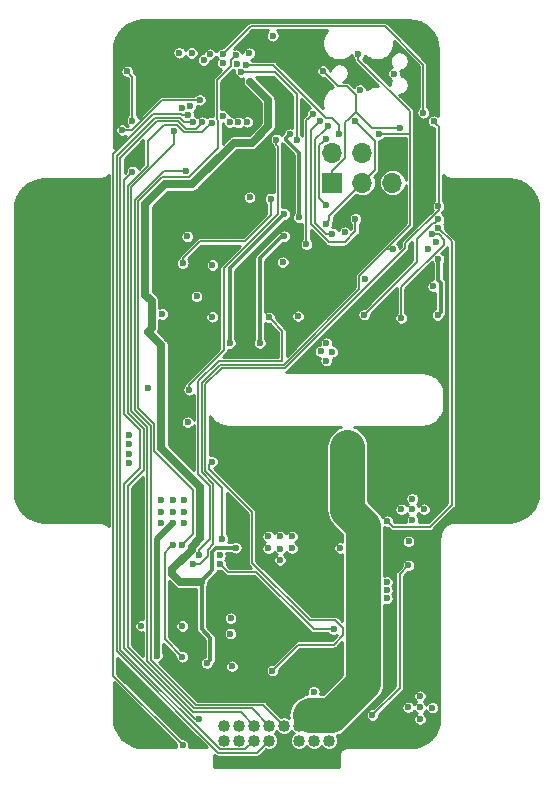
<source format=gbr>
G04 #@! TF.GenerationSoftware,KiCad,Pcbnew,(5.1.4)-1*
G04 #@! TF.CreationDate,2020-08-10T08:42:24-07:00*
G04 #@! TF.ProjectId,SkateLightMainBoard,536b6174-654c-4696-9768-744d61696e42,rev?*
G04 #@! TF.SameCoordinates,Original*
G04 #@! TF.FileFunction,Copper,L3,Inr*
G04 #@! TF.FilePolarity,Positive*
%FSLAX46Y46*%
G04 Gerber Fmt 4.6, Leading zero omitted, Abs format (unit mm)*
G04 Created by KiCad (PCBNEW (5.1.4)-1) date 2020-08-10 08:42:24*
%MOMM*%
%LPD*%
G04 APERTURE LIST*
%ADD10C,1.016000*%
%ADD11C,4.318000*%
%ADD12R,1.700000X1.700000*%
%ADD13O,1.700000X1.700000*%
%ADD14C,0.600000*%
%ADD15C,0.152400*%
%ADD16C,3.000000*%
%ADD17C,0.350000*%
%ADD18C,0.500000*%
%ADD19C,0.200000*%
%ADD20C,0.700000*%
%ADD21C,0.254000*%
G04 APERTURE END LIST*
D10*
X-4445000Y-33613000D03*
X-4445000Y-34883000D03*
X-3175000Y-33613000D03*
X-3175000Y-34883000D03*
X-1905000Y-33613000D03*
X-1905000Y-34883000D03*
X-635000Y-33613000D03*
X-635000Y-34883000D03*
X635000Y-33613000D03*
X635000Y-34883000D03*
X1905000Y-33613000D03*
X1905000Y-34883000D03*
X3175000Y-33613000D03*
X3175000Y-34883000D03*
X4445000Y-33613000D03*
X4445000Y-34883000D03*
D11*
X-19685000Y9660000D03*
X-19685000Y-13843000D03*
X19685000Y9660000D03*
X19685000Y-13843000D03*
D12*
X4730000Y12360000D03*
D13*
X4730000Y14900000D03*
X7270000Y12360000D03*
X7270000Y14900000D03*
X9810000Y12360000D03*
X9810000Y14900000D03*
D14*
X-16510000Y-13970000D03*
X16370300Y-15471140D03*
X-21590000Y-11430000D03*
X-16510000Y-11430000D03*
X21590000Y-11430000D03*
X-21590000Y-8890000D03*
X-19050000Y-8890000D03*
X-16510000Y-8890000D03*
X19050000Y-8890000D03*
X21590000Y-8890000D03*
X-21590000Y-6350000D03*
X-19050000Y-6350000D03*
X-16510000Y-6350000D03*
X19050000Y-6350000D03*
X21590000Y-6350000D03*
X-21590000Y-3810000D03*
X-19050000Y-3810000D03*
X-16510000Y-3810000D03*
X21590000Y-3810000D03*
X-21590000Y-1270000D03*
X-19050000Y-1270000D03*
X-16510000Y-1270000D03*
X17655540Y-3312160D03*
X21590000Y-1270000D03*
X-21590000Y1270000D03*
X-19050000Y1270000D03*
X-16510000Y1270000D03*
X16510000Y1270000D03*
X19140000Y1280000D03*
X21590000Y1270000D03*
X-21590000Y3810000D03*
X-19050000Y3810000D03*
X-16510000Y3810000D03*
X16510000Y3810000D03*
X19050000Y3810000D03*
X21590000Y3810000D03*
X-21590000Y6350000D03*
X-19050000Y6350000D03*
X-16510000Y6350000D03*
X16510000Y6350000D03*
X19050000Y6350000D03*
X21590000Y6350000D03*
X-16510000Y8890000D03*
X16510000Y8890000D03*
X-16510000Y11430000D03*
X16510000Y11430000D03*
X11430000Y21590000D03*
X11430000Y24130000D03*
X11470000Y19300000D03*
X-8420000Y10770000D03*
X-11474088Y15337912D03*
X2320000Y18360000D03*
X-2490000Y19550000D03*
X-4240000Y20330000D03*
X-5920000Y20290000D03*
X-7870000Y21180000D03*
X-6590000Y18300000D03*
X3540000Y24940000D03*
X-10890000Y19800000D03*
X-6910000Y8230000D03*
X-13470000Y16060000D03*
X-6250000Y1630000D03*
X900000Y1570000D03*
X710000Y6600000D03*
X750000Y4040000D03*
X13600000Y-16970000D03*
X13580000Y-22560000D03*
X13340000Y-33720000D03*
X8190000Y-35050000D03*
X4880000Y-36680000D03*
X-4960000Y-36850000D03*
X-1640000Y-36860000D03*
X1720000Y-36860000D03*
X-8150000Y-33880000D03*
X-10560000Y-31470000D03*
X-10900000Y-34000000D03*
X-12380000Y-34180000D03*
X-12360000Y-32060000D03*
X-12380000Y-33150000D03*
X-6930000Y-28280000D03*
X-4950000Y-27710000D03*
X-6500000Y-26530000D03*
X-4780000Y-26770000D03*
X-5700000Y-23870000D03*
X-12040000Y-21080000D03*
X-11530000Y-23210000D03*
X-3800000Y-17840000D03*
X-4000000Y-11000000D03*
X-4750000Y-8750000D03*
X180000Y-9000000D03*
X9291080Y-20045680D03*
X9296160Y-18016220D03*
X5320000Y-19550000D03*
X4300000Y-18120000D03*
X3780000Y-18820000D03*
X3260000Y-19500000D03*
X13540000Y-19790000D03*
X-2620000Y1190000D03*
X-9750000Y340000D03*
X-9590000Y3770000D03*
X-6770000Y6130000D03*
X-3960000Y-29660000D03*
X5350000Y-27090000D03*
X10570000Y-3340000D03*
X5490000Y-3310000D03*
X4120000Y20490000D03*
X9400000Y10340000D03*
X830000Y15050000D03*
X710000Y12200000D03*
X13080000Y10920000D03*
X20159Y-29979841D03*
X736600Y18646140D03*
X17035780Y-11816080D03*
X19194780Y-1214120D03*
X9679940Y-13187680D03*
X9679940Y-10802620D03*
X10624820Y-8836660D03*
X9330000Y-22160000D03*
X9340000Y-21460000D03*
X-12460000Y-8980000D03*
X-12460000Y-9810000D03*
X-12460000Y-10600000D03*
X-12460000Y-11400000D03*
X-3780000Y-28590000D03*
X-10901680Y-4999860D03*
X-7950725Y5521028D03*
X-500000Y11010000D03*
X-7570000Y7800000D03*
X9330000Y-22850000D03*
X13270000Y3590000D03*
X-5440000Y990000D03*
X-9660000Y1240000D03*
X-3985714Y17480880D03*
X-7640000Y13330000D03*
X-7080000Y17470000D03*
X6000000Y-11000000D03*
X5000000Y-10000000D03*
X6000000Y-10000000D03*
X6000000Y-9000000D03*
X7000000Y-10000000D03*
X-5470000Y-11270000D03*
X-7400000Y-5180000D03*
X-347042Y-28948897D03*
X-15268Y16009099D03*
X-4529796Y18000590D03*
X9936480Y21597620D03*
X13519073Y7325992D03*
X-3233807Y17453303D03*
X10550000Y900000D03*
X13130000Y7970000D03*
X-2482810Y17499419D03*
X300000Y-19600000D03*
X-700000Y-18600000D03*
X-700000Y-17600000D03*
X300000Y-17600000D03*
X1300000Y-17600000D03*
X1300000Y-18600000D03*
X320000Y-18620000D03*
X-13080000Y16820000D03*
X-6500000Y19368610D03*
X13624560Y1143000D03*
X13708098Y5905500D03*
X5778500Y8160242D03*
X1887220Y9408160D03*
X1121063Y16465366D03*
X-6538640Y-33075880D03*
X-12200000Y13300000D03*
X-12650000Y21780000D03*
X-12200000Y17608610D03*
X-5493345Y17446446D03*
X-6280000Y17470000D03*
X-8027384Y18685849D03*
X-8690000Y16715062D03*
X-7480000Y18110000D03*
X-7960000Y-35273100D03*
X-7290000Y18840000D03*
X-3896114Y-24526601D03*
X3139172Y-30748962D03*
X-7800000Y-16500000D03*
X-8800000Y-16500000D03*
X-9800000Y-16500000D03*
X-9800000Y-14500000D03*
X-8800000Y-14500000D03*
X-7800000Y-14500000D03*
X-7800000Y-15500000D03*
X-8800000Y-15500000D03*
X-9800000Y-15500000D03*
X-10120000Y-27690000D03*
X-3913659Y-25819783D03*
X-11488232Y-25170000D03*
X4830000Y-25450000D03*
X-4765337Y-19958074D03*
X-7985646Y-27776731D03*
X-7540000Y-7920000D03*
X-8730000Y-18318142D03*
X-7984202Y-25177262D03*
X5360000Y-18580000D03*
X-331740Y24798260D03*
X-5910000Y-28340000D03*
X-3460000Y-18560000D03*
X-10915238Y-246647D03*
X-10590000Y1920000D03*
X-6780000Y2732500D03*
X-2240000Y20910000D03*
X-2280000Y11120000D03*
X520000Y5630000D03*
X12138660Y-32067500D03*
X12143740Y-31115000D03*
X13195300Y-32090360D03*
X12153900Y-33065720D03*
X11140440Y-32072580D03*
X11166080Y-20045680D03*
X8110000Y-32720000D03*
X-5430000Y5380000D03*
X4213860Y-1226820D03*
X3723640Y-1932940D03*
X4724400Y-1965960D03*
X4198620Y-2707640D03*
X1825000Y1055000D03*
X11492411Y-15307491D03*
X10558780Y-15308580D03*
X11485880Y-14401800D03*
X12486640Y-15298420D03*
X11496040Y-16202660D03*
X11171160Y-18016220D03*
X-3016436Y21722349D03*
X4210000Y10460000D03*
X4204249Y16091569D03*
X1698108Y15982518D03*
X3931390Y21814555D03*
X13310000Y17560000D03*
X10490000Y17000000D03*
X-4810000Y-19200000D03*
X-4580000Y-17820000D03*
X-4552410Y22472410D03*
X13708098Y10341960D03*
X6910000Y23280000D03*
X-7183820Y23337407D03*
X-7081898Y-19947844D03*
X8691390Y16470367D03*
X9832368Y6777793D03*
X-8241031Y23349903D03*
X7048744Y20212178D03*
X-6547626Y-19203328D03*
X7500000Y4190382D03*
X4180000Y8890000D03*
X6656542Y17555574D03*
X-643754Y941786D03*
X-3428024Y23150521D03*
X-7977587Y-18318142D03*
X-2567187Y22330903D03*
X9390000Y-16300000D03*
X13707668Y8498610D03*
X5281390Y16445344D03*
X-2307590Y23310258D03*
X3045180Y18150000D03*
X2530001Y7140001D03*
X-3335292Y22403846D03*
X3695962Y17565433D03*
X6671863Y9296729D03*
X12420000Y18280000D03*
X-4572412Y23232617D03*
X13708088Y9251021D03*
X7416214Y1187730D03*
X12840000Y6730000D03*
X4710000Y8050000D03*
X-5629623Y23241765D03*
X4391176Y17148780D03*
X-6186020Y22735261D03*
X-1419860Y-1226820D03*
X650000Y7832500D03*
X-3959860Y-1226820D03*
X650000Y9707500D03*
D15*
X-7950725Y5945292D02*
X-6506017Y7390000D01*
X-7950725Y5521028D02*
X-7950725Y5945292D01*
X-6506017Y7390000D02*
X-2700000Y7390000D01*
X-2700000Y7390000D02*
X-500000Y9590000D01*
X-500000Y9590000D02*
X-500000Y11010000D01*
X-12003421Y10895924D02*
X-9569345Y13330000D01*
X-1128000Y-31850000D02*
X-6830000Y-31850000D01*
X-10654811Y-8227047D02*
X-12003422Y-6878436D01*
X635000Y-33613000D02*
X-1128000Y-31850000D01*
X-6830000Y-31850000D02*
X-10654811Y-28025189D01*
X-10654811Y-28025189D02*
X-10654811Y-8227047D01*
X-9569345Y13330000D02*
X-8064264Y13330000D01*
X-12003422Y-6878436D02*
X-12003421Y10895924D01*
X-8064264Y13330000D02*
X-7640000Y13330000D01*
X-8183758Y17853286D02*
X-7800473Y17470000D01*
X-1682000Y-35930000D02*
X-4922134Y-35930000D01*
X-10296714Y17853286D02*
X-8183758Y17853286D01*
X-13528864Y-27323270D02*
X-13528864Y14621136D01*
X-13528864Y14621136D02*
X-10296714Y17853286D01*
X-7800473Y17470000D02*
X-7504264Y17470000D01*
X-4922134Y-35930000D02*
X-13528864Y-27323270D01*
X-7504264Y17470000D02*
X-7080000Y17470000D01*
X-635000Y-34883000D02*
X-1682000Y-35930000D01*
D16*
X4647401Y-32722599D02*
X2941993Y-32722599D01*
X2941993Y-32722599D02*
X2795401Y-32722599D01*
X7338679Y-30031321D02*
X4647401Y-32722599D01*
X7338679Y-16693303D02*
X7338679Y-30031321D01*
X6000000Y-15354624D02*
X7338679Y-16693303D01*
X6000000Y-10000000D02*
X6000000Y-15354624D01*
D15*
X5600000Y-25330000D02*
X5600000Y-25310000D01*
X5600000Y-25310000D02*
X4980000Y-24690000D01*
X4980000Y-24690000D02*
X2810000Y-24690000D01*
X2810000Y-24690000D02*
X-2070000Y-19810000D01*
X-2070000Y-19810000D02*
X-2070000Y-15570000D01*
X-2070000Y-15570000D02*
X-3900000Y-13740000D01*
X-3900000Y-13740000D02*
X-5720000Y-11920000D01*
X-5720000Y-11920000D02*
X-5720000Y-11520000D01*
X-5720000Y-11520000D02*
X-5470000Y-11270000D01*
X1851855Y-26750000D02*
X4830000Y-26750000D01*
X4830000Y-26750000D02*
X5600000Y-25980000D01*
X5600000Y-25980000D02*
X5600000Y-25330000D01*
X-347042Y-28948897D02*
X1851855Y-26750000D01*
X110000Y9740000D02*
X110000Y15459567D01*
X-7400000Y-5180000D02*
X-7400000Y-4755736D01*
X-4490000Y-1845736D02*
X-4490000Y5140000D01*
X-7400000Y-4755736D02*
X-4490000Y-1845736D01*
X-4490000Y5140000D02*
X110000Y9740000D01*
X110000Y15459567D02*
X-15268Y15584835D01*
X-15268Y15584835D02*
X-15268Y16009099D01*
X10550000Y3520000D02*
X14150000Y7120000D01*
X10550000Y900000D02*
X10550000Y3520000D01*
X14150000Y7120000D02*
X14150000Y7540000D01*
X14150000Y7540000D02*
X13720000Y7970000D01*
X13720000Y7970000D02*
X13130000Y7970000D01*
X-6924264Y19368610D02*
X-6500000Y19368610D01*
X-9671390Y19368610D02*
X-6924264Y19368610D01*
X-12220000Y16820000D02*
X-9671390Y19368610D01*
X-13080000Y16820000D02*
X-12220000Y16820000D01*
D17*
X13708098Y4080456D02*
X13708098Y5905500D01*
X13897401Y3891153D02*
X13708098Y4080456D01*
X13624560Y1143000D02*
X13897401Y1415841D01*
X13897401Y1415841D02*
X13897401Y3891153D01*
X821064Y16165367D02*
X1121063Y16465366D01*
X1887220Y14904701D02*
X821064Y15970857D01*
X821064Y15970857D02*
X821064Y16165367D01*
X1887220Y9408160D02*
X1887220Y14904701D01*
D15*
X-11570000Y-11840000D02*
X-11570000Y-8614267D01*
X-12914431Y-27075569D02*
X-12914431Y-13184431D01*
X-12499999Y13000001D02*
X-12200000Y13300000D01*
X-12914431Y-13184431D02*
X-11570000Y-11840000D01*
X-6538640Y-33075880D02*
X-6914120Y-33075880D01*
X-12919242Y-7265025D02*
X-12919242Y12580758D01*
X-6914120Y-33075880D02*
X-12914431Y-27075569D01*
X-11570000Y-8614267D02*
X-12919242Y-7265025D01*
X-12919242Y12580758D02*
X-12499999Y13000001D01*
X-12650000Y21780000D02*
X-12200000Y21330000D01*
X-12200000Y18032874D02*
X-12200000Y17608610D01*
X-12200000Y21330000D02*
X-12200000Y18032874D01*
X-8436270Y17243664D02*
X-7797415Y16604809D01*
X-5793344Y17146447D02*
X-5493345Y17446446D01*
X-7080000Y-32470000D02*
X-12609620Y-26940380D01*
X-12614431Y-7129561D02*
X-12614431Y12115569D01*
X-10924811Y13805189D02*
X-10924811Y15876256D01*
X-1905000Y-33613000D02*
X-3048000Y-32470000D01*
X-11264433Y-8479559D02*
X-12614431Y-7129561D01*
X-11264433Y-11974433D02*
X-11264433Y-8479559D01*
X-12609620Y-13319620D02*
X-11264433Y-11974433D01*
X-12614431Y12115569D02*
X-10924811Y13805189D01*
X-3048000Y-32470000D02*
X-7080000Y-32470000D01*
X-6334982Y16604809D02*
X-5793344Y17146447D01*
X-12609620Y-26940380D02*
X-12609620Y-13319620D01*
X-9557403Y17243664D02*
X-8436270Y17243664D01*
X-10924811Y15876256D02*
X-9557403Y17243664D01*
X-7797415Y16604809D02*
X-6334982Y16604809D01*
X-7671539Y16910000D02*
X-6840000Y16910000D01*
X-6840000Y16910000D02*
X-6579999Y17170001D01*
X-1905000Y-34883000D02*
X-2641601Y-35619601D01*
X-10161525Y17548475D02*
X-8310014Y17548475D01*
X-8310014Y17548475D02*
X-7671539Y16910000D01*
X-2641601Y-35619601D02*
X-4801465Y-35619601D01*
X-4801465Y-35619601D02*
X-13224053Y-27197013D01*
X-13224053Y-27197013D02*
X-13224053Y14485947D01*
X-13224053Y14485947D02*
X-10161525Y17548475D01*
X-6579999Y17170001D02*
X-6280000Y17470000D01*
X-8690000Y16290798D02*
X-8690000Y16715062D01*
X-10959622Y-28151445D02*
X-10959622Y-8353304D01*
X-8690000Y15600000D02*
X-8690000Y16290798D01*
X-12309620Y11980380D02*
X-8690000Y15600000D01*
X-12309620Y-7003306D02*
X-12309620Y11980380D01*
X-10959622Y-8353304D02*
X-12309620Y-7003306D01*
X-6956256Y-32154811D02*
X-10959622Y-28151445D01*
X-2093189Y-32154811D02*
X-6956256Y-32154811D01*
X-635000Y-33613000D02*
X-2093189Y-32154811D01*
X-10431903Y18158097D02*
X-8057502Y18158097D01*
X-7960000Y-35273100D02*
X-13833675Y-29399425D01*
X-7904264Y18110000D02*
X-7480000Y18110000D01*
X-13833675Y-29399425D02*
X-13833675Y14756325D01*
X-13833675Y14756325D02*
X-10431903Y18158097D01*
X-8057502Y18158097D02*
X-8009405Y18110000D01*
X-8009405Y18110000D02*
X-7904264Y18110000D01*
D18*
X-10120000Y-17820000D02*
X-8800000Y-16500000D01*
X-10120000Y-27690000D02*
X-10120000Y-17820000D01*
D15*
X4830000Y-25450000D02*
X3130000Y-25450000D01*
X3130000Y-25450000D02*
X-1730000Y-20590000D01*
X-1730000Y-20590000D02*
X-4133411Y-20590000D01*
X-4465338Y-20258073D02*
X-4765337Y-19958074D01*
X-4133411Y-20590000D02*
X-4465338Y-20258073D01*
X-7985646Y-27776731D02*
X-9478609Y-26283768D01*
X-9478609Y-26283768D02*
X-9478609Y-18958855D01*
X-9137893Y-18618139D02*
X-8837894Y-18318140D01*
X-9478609Y-18958855D02*
X-9137893Y-18618139D01*
D19*
X-8837894Y-18318140D02*
X-8730002Y-18318140D01*
X-8730002Y-18318140D02*
X-8730000Y-18318142D01*
D20*
X-10590000Y1920000D02*
X-10590000Y2344264D01*
X-10590000Y2344264D02*
X-11120001Y2874265D01*
X-11120001Y2874265D02*
X-11120001Y10529999D01*
X-11120001Y10529999D02*
X-9430000Y12220000D01*
X-9430000Y12220000D02*
X-7130000Y12220000D01*
X-7130000Y12220000D02*
X-3620000Y15730000D01*
X-3620000Y15730000D02*
X-2110000Y15730000D01*
X-2110000Y15730000D02*
X-720000Y17120000D01*
X-720000Y17120000D02*
X-720000Y19390000D01*
X-720000Y19390000D02*
X-2240000Y20910000D01*
X-10590000Y78591D02*
X-10915238Y-246647D01*
X-10590000Y1920000D02*
X-10590000Y78591D01*
D17*
X-6346390Y-25437180D02*
X-6346390Y-21523610D01*
X-5910000Y-28340000D02*
X-5610001Y-28040001D01*
X-5610001Y-28040001D02*
X-5610001Y-26173569D01*
X-6346390Y-21523610D02*
X-6430000Y-21440000D01*
X-5610001Y-26173569D02*
X-6346390Y-25437180D01*
X-5437401Y-20447401D02*
X-5437401Y-18898847D01*
X-6430000Y-21440000D02*
X-5437401Y-20447401D01*
X-5437401Y-18898847D02*
X-5098554Y-18560000D01*
X-5098554Y-18560000D02*
X-3884264Y-18560000D01*
X-3884264Y-18560000D02*
X-3460000Y-18560000D01*
D20*
X-7175185Y-18703296D02*
X-7175185Y-18490881D01*
X-9760000Y-10130000D02*
X-9760000Y-1401885D01*
X-9760000Y-1401885D02*
X-10615239Y-546646D01*
X-8840000Y-20740000D02*
X-8840000Y-20368111D01*
X-6450000Y-17765696D02*
X-6450000Y-13440000D01*
X-10615239Y-546646D02*
X-10915238Y-246647D01*
X-6450000Y-13440000D02*
X-9760000Y-10130000D01*
X-7175185Y-18490881D02*
X-6450000Y-17765696D01*
X-8840000Y-20368111D02*
X-7175185Y-18703296D01*
X-8140000Y-21440000D02*
X-8840000Y-20740000D01*
X-6430000Y-21440000D02*
X-8140000Y-21440000D01*
D19*
X10420000Y-20791760D02*
X11166080Y-20045680D01*
X8110000Y-32720000D02*
X10420000Y-30410000D01*
X10420000Y-30410000D02*
X10420000Y-20791760D01*
X4210000Y10460000D02*
X3627599Y11042401D01*
X3904250Y15791570D02*
X4204249Y16091569D01*
X3627599Y11042401D02*
X3627599Y15514919D01*
X3627599Y15514919D02*
X3904250Y15791570D01*
X1698108Y16406782D02*
X1698108Y15982518D01*
X1698108Y19871892D02*
X1698108Y16406782D01*
X-152349Y21722349D02*
X1698108Y19871892D01*
X-3016436Y21722349D02*
X-152349Y21722349D01*
D15*
X6729801Y18376402D02*
X6729801Y19783553D01*
X5990153Y20523201D02*
X5222744Y20523201D01*
X5222744Y20523201D02*
X3931390Y21814555D01*
X6729801Y19783553D02*
X5990153Y20523201D01*
X13710000Y10024234D02*
X13710000Y17160000D01*
X13710000Y17160000D02*
X13609999Y17260001D01*
X10895000Y7209234D02*
X13710000Y10024234D01*
X10895000Y6825000D02*
X10895000Y7209234D01*
X13609999Y17260001D02*
X13310000Y17560000D01*
X8106203Y17000000D02*
X10490000Y17000000D01*
X6729801Y18376402D02*
X8106203Y17000000D01*
X4730000Y12360000D02*
X4730000Y13362400D01*
X6090000Y17736601D02*
X6729801Y18376402D01*
X4730000Y13362400D02*
X5810000Y14442400D01*
X5810000Y14442400D02*
X5810000Y17456601D01*
X5810000Y17456601D02*
X6090000Y17736601D01*
X8325310Y4255310D02*
X10895000Y6825000D01*
X-4580000Y-17820000D02*
X-4580000Y-13500000D01*
X-4580000Y-13500000D02*
X-6030000Y-12050000D01*
X-6030000Y-4720000D02*
X-4660000Y-3350000D01*
X-6030000Y-12050000D02*
X-6030000Y-4720000D01*
X-4660000Y-3350000D02*
X720000Y-3350000D01*
X720000Y-3350000D02*
X8325310Y4255310D01*
X11280000Y18390000D02*
X6910000Y22760000D01*
X6910000Y22855736D02*
X6910000Y23280000D01*
X6910000Y22760000D02*
X6910000Y22855736D01*
X9373644Y6846356D02*
X11280000Y8752712D01*
X-5841012Y-19279046D02*
X-5841012Y-18731666D01*
X6971399Y4444111D02*
X9373644Y6846356D01*
X-4787868Y-3040000D02*
X591066Y-3040000D01*
X6971399Y3340333D02*
X6971399Y4444111D01*
X-6340000Y-4592132D02*
X-4787868Y-3040000D01*
X-7081898Y-19947844D02*
X-6509810Y-19947844D01*
X-5351579Y-13166562D02*
X-6340000Y-12178141D01*
X-6509810Y-19947844D02*
X-5841012Y-19279046D01*
X-5841012Y-18731666D02*
X-5351579Y-18242234D01*
X-5351579Y-18242234D02*
X-5351579Y-13166562D01*
X591066Y-3040000D02*
X6971399Y3340333D01*
X-6340000Y-12178141D02*
X-6340000Y-4592132D01*
X11280000Y8752712D02*
X11280000Y11760000D01*
X11280000Y11760000D02*
X11280000Y16380000D01*
X11280000Y16380000D02*
X11280000Y18390000D01*
X11280000Y16380000D02*
X11189633Y16470367D01*
X11189633Y16470367D02*
X9115654Y16470367D01*
X9115654Y16470367D02*
X8691390Y16470367D01*
X9408104Y6777793D02*
X9832368Y6777793D01*
X9373644Y6846356D02*
X9373644Y6812253D01*
X9373644Y6812253D02*
X9408104Y6777793D01*
X7270000Y12360000D02*
X8348601Y13438601D01*
X8348601Y15863515D02*
X6956541Y17255575D01*
X6956541Y17255575D02*
X6656542Y17555574D01*
X8348601Y13438601D02*
X8348601Y15863515D01*
X485881Y-187849D02*
X-343755Y641787D01*
X-6547626Y-18734558D02*
X-5656390Y-17843322D01*
X464811Y-2735189D02*
X485881Y-2714119D01*
X-5656390Y-13292818D02*
X-6644811Y-12304397D01*
X-6644811Y-4465876D02*
X-4914124Y-2735189D01*
X-5656390Y-17843322D02*
X-5656390Y-13292818D01*
X-6547626Y-19203328D02*
X-6547626Y-18734558D01*
X485881Y-2714119D02*
X485881Y-187849D01*
X-343755Y641787D02*
X-643754Y941786D01*
X-4914124Y-2735189D02*
X464811Y-2735189D01*
X-6644811Y-12304397D02*
X-6644811Y-4465876D01*
X4180000Y8890000D02*
X4479999Y9189999D01*
X4479999Y9569999D02*
X7270000Y12360000D01*
X4479999Y9189999D02*
X4479999Y9569999D01*
X-7411389Y12798611D02*
X-9669668Y12798611D01*
X-9669668Y12798611D02*
X-11698612Y10769667D01*
X-7080000Y-13628278D02*
X-7080000Y-17420555D01*
X-11698612Y10769667D02*
X-11698611Y-6752181D01*
X-10343611Y-8107181D02*
X-10343611Y-10364667D01*
X-7677588Y-18018143D02*
X-7977587Y-18318142D01*
X-7080000Y-17420555D02*
X-7677588Y-18018143D01*
X-3868976Y22239986D02*
X-5058397Y21050565D01*
X-10343611Y-10364667D02*
X-7080000Y-13628278D01*
X-11698611Y-6752181D02*
X-10343611Y-8107181D01*
X-4930000Y15280000D02*
X-7411389Y12798611D01*
X-4930000Y17618464D02*
X-4930000Y15280000D01*
X-5058397Y17746861D02*
X-4930000Y17618464D01*
X-5058397Y21050565D02*
X-5058397Y17746861D01*
X-3868976Y22709569D02*
X-3868976Y22239986D01*
X-3428024Y23150521D02*
X-3868976Y22709569D01*
X-278571Y22330903D02*
X4223730Y17828602D01*
X4223730Y17828602D02*
X4653730Y17828602D01*
X5281390Y16869608D02*
X5281390Y16445344D01*
X-2567187Y22330903D02*
X-278571Y22330903D01*
X5281390Y17200942D02*
X5281390Y16869608D01*
X4653730Y17828602D02*
X5281390Y17200942D01*
X9859080Y-16769080D02*
X9390000Y-16300000D01*
X12989560Y-16769080D02*
X9859080Y-16769080D01*
X14810000Y-14948640D02*
X12989560Y-16769080D01*
X13707668Y8498610D02*
X14810000Y7396278D01*
X14810000Y7396278D02*
X14810000Y-14948640D01*
D19*
X2530001Y17634821D02*
X2745181Y17850001D01*
X2745181Y17850001D02*
X3045180Y18150000D01*
X2530001Y7140001D02*
X2530001Y17634821D01*
X5765812Y7330000D02*
X6671863Y8236051D01*
X3695962Y17565433D02*
X2922777Y16792248D01*
X2922777Y8831285D02*
X4424062Y7330000D01*
X6671863Y8872465D02*
X6671863Y9296729D01*
X4424062Y7330000D02*
X5765812Y7330000D01*
X6671863Y8236051D02*
X6671863Y8872465D01*
X2922777Y16792248D02*
X2922777Y8831285D01*
D15*
X9166799Y25603201D02*
X-2201828Y25603201D01*
X-2201828Y25603201D02*
X-4272413Y23532616D01*
X12420000Y18280000D02*
X12420000Y22350000D01*
X12420000Y22350000D02*
X9166799Y25603201D01*
X-4272413Y23532616D02*
X-4572412Y23232617D01*
X7716213Y1487729D02*
X7416214Y1187730D01*
X11856644Y7546644D02*
X11856644Y5628160D01*
X13408089Y8951022D02*
X13261022Y8951022D01*
X11856644Y5628160D02*
X7716213Y1487729D01*
X13708088Y9251021D02*
X13408089Y8951022D01*
X13261022Y8951022D02*
X11856644Y7546644D01*
D19*
X3275188Y8977258D02*
X3275188Y16032792D01*
X3275188Y16032792D02*
X4091177Y16848781D01*
X4202446Y8050000D02*
X3275188Y8977258D01*
X4710000Y8050000D02*
X4202446Y8050000D01*
X4091177Y16848781D02*
X4391176Y17148780D01*
D17*
X-1419860Y-1226820D02*
X-1419860Y5950140D01*
X-1419860Y5950140D02*
X462500Y7832500D01*
X462500Y7832500D02*
X650000Y7832500D01*
X-3959860Y5097640D02*
X650000Y9707500D01*
X-3959860Y-1226820D02*
X-3959860Y5097640D01*
D21*
G36*
X14074427Y13015893D02*
G01*
X14077696Y13013188D01*
X14077702Y13013182D01*
X14077709Y13013178D01*
X14231364Y12887859D01*
X14254361Y12872579D01*
X14277108Y12857005D01*
X14280846Y12854983D01*
X14455924Y12761892D01*
X14481485Y12751356D01*
X14506792Y12740510D01*
X14510844Y12739255D01*
X14510850Y12739253D01*
X14510856Y12739252D01*
X14700678Y12681942D01*
X14727741Y12676583D01*
X14754726Y12670847D01*
X14758947Y12670404D01*
X14758955Y12670402D01*
X14758963Y12670402D01*
X14956295Y12651053D01*
X14956301Y12651053D01*
X14971054Y12649600D01*
X19670115Y12649600D01*
X20168282Y12600755D01*
X20633159Y12460400D01*
X21061914Y12232426D01*
X21438229Y11925511D01*
X21747762Y11551351D01*
X21978725Y11124194D01*
X22122321Y10660308D01*
X22174588Y10163027D01*
X22174600Y10159513D01*
X22174601Y-13828105D01*
X22125755Y-14326282D01*
X21985401Y-14791158D01*
X21757426Y-15219914D01*
X21450512Y-15596229D01*
X21076351Y-15905762D01*
X20649194Y-16136725D01*
X20185308Y-16280321D01*
X19688026Y-16332588D01*
X19684513Y-16332600D01*
X15098054Y-16332600D01*
X15084630Y-16333922D01*
X15078318Y-16333878D01*
X15074088Y-16334293D01*
X14876886Y-16355020D01*
X14849841Y-16360571D01*
X14822761Y-16365737D01*
X14818697Y-16366964D01*
X14818691Y-16366965D01*
X14818685Y-16366967D01*
X14629271Y-16425600D01*
X14603826Y-16436296D01*
X14578256Y-16446627D01*
X14574503Y-16448622D01*
X14400080Y-16542933D01*
X14377182Y-16558378D01*
X14354122Y-16573468D01*
X14350828Y-16576154D01*
X14198044Y-16702548D01*
X14178583Y-16722146D01*
X14158893Y-16741427D01*
X14156183Y-16744702D01*
X14030859Y-16898364D01*
X14015569Y-16921377D01*
X14000005Y-16944108D01*
X13997986Y-16947842D01*
X13997983Y-16947846D01*
X13997983Y-16947847D01*
X13904892Y-17122924D01*
X13894361Y-17148473D01*
X13883510Y-17173792D01*
X13882255Y-17177844D01*
X13882253Y-17177850D01*
X13882253Y-17177852D01*
X13824942Y-17367678D01*
X13819580Y-17394756D01*
X13813847Y-17421727D01*
X13813404Y-17425947D01*
X13813402Y-17425955D01*
X13813402Y-17425963D01*
X13794053Y-17623295D01*
X13794053Y-17623311D01*
X13792601Y-17638054D01*
X13792600Y-32941615D01*
X13743755Y-33439782D01*
X13603401Y-33904658D01*
X13375426Y-34333414D01*
X13068512Y-34709729D01*
X12694351Y-35019262D01*
X12267194Y-35250225D01*
X11803308Y-35393821D01*
X11306026Y-35446088D01*
X11302513Y-35446100D01*
X5890554Y-35446100D01*
X5877614Y-35447374D01*
X5875694Y-35447361D01*
X5871464Y-35447776D01*
X5809840Y-35454253D01*
X5782818Y-35459799D01*
X5755716Y-35464969D01*
X5751647Y-35466197D01*
X5692453Y-35484520D01*
X5666973Y-35495230D01*
X5641434Y-35505549D01*
X5637694Y-35507538D01*
X5637686Y-35507541D01*
X5637682Y-35507544D01*
X5583174Y-35537017D01*
X5560261Y-35552472D01*
X5537218Y-35567551D01*
X5533926Y-35570235D01*
X5533922Y-35570238D01*
X5533918Y-35570242D01*
X5486179Y-35609735D01*
X5466716Y-35629334D01*
X5447026Y-35648616D01*
X5444317Y-35651890D01*
X5405154Y-35699909D01*
X5389872Y-35722911D01*
X5374301Y-35745652D01*
X5372279Y-35749391D01*
X5343188Y-35804102D01*
X5332663Y-35829637D01*
X5321806Y-35854969D01*
X5320549Y-35859029D01*
X5302639Y-35918350D01*
X5297273Y-35945450D01*
X5291545Y-35972398D01*
X5291101Y-35976618D01*
X5291099Y-35976627D01*
X5291099Y-35976635D01*
X5285053Y-36038294D01*
X5285053Y-36038302D01*
X5283600Y-36053055D01*
X5283601Y-37069102D01*
X5281919Y-37086260D01*
X5281262Y-37088435D01*
X5280195Y-37090441D01*
X5278758Y-37092203D01*
X5277009Y-37093650D01*
X5275012Y-37094730D01*
X5272837Y-37095403D01*
X5256693Y-37097100D01*
X-5255612Y-37097100D01*
X-5272760Y-37095419D01*
X-5274935Y-37094762D01*
X-5276941Y-37093695D01*
X-5278703Y-37092258D01*
X-5280150Y-37090509D01*
X-5281230Y-37088512D01*
X-5281903Y-37086337D01*
X-5283600Y-37070193D01*
X-5283600Y-36071429D01*
X-5185924Y-36169105D01*
X-5174797Y-36182663D01*
X-5161239Y-36193790D01*
X-5161234Y-36193795D01*
X-5135825Y-36214647D01*
X-5120650Y-36227101D01*
X-5058874Y-36260121D01*
X-4991844Y-36280454D01*
X-4939597Y-36285600D01*
X-4939588Y-36285600D01*
X-4922135Y-36287319D01*
X-4904682Y-36285600D01*
X-1699455Y-36285600D01*
X-1682000Y-36287319D01*
X-1664545Y-36285600D01*
X-1664537Y-36285600D01*
X-1612290Y-36280454D01*
X-1545260Y-36260121D01*
X-1483484Y-36227101D01*
X-1429337Y-36182663D01*
X-1418201Y-36169094D01*
X-882051Y-35632944D01*
X-864676Y-35640141D01*
X-712552Y-35670400D01*
X-557448Y-35670400D01*
X-405324Y-35640141D01*
X-262026Y-35580785D01*
X-133062Y-35494614D01*
X-23386Y-35384938D01*
X62785Y-35255974D01*
X122141Y-35112676D01*
X152400Y-34960552D01*
X152400Y-34805448D01*
X122141Y-34653324D01*
X62785Y-34510026D01*
X-23386Y-34381062D01*
X-133062Y-34271386D01*
X-168062Y-34248000D01*
X-133062Y-34224614D01*
X-23386Y-34114938D01*
X0Y-34079938D01*
X23386Y-34114938D01*
X133062Y-34224614D01*
X262026Y-34310785D01*
X405324Y-34370141D01*
X557448Y-34400400D01*
X712552Y-34400400D01*
X864676Y-34370141D01*
X1007974Y-34310785D01*
X1136938Y-34224614D01*
X1246614Y-34114938D01*
X1270000Y-34079938D01*
X1293386Y-34114938D01*
X1403062Y-34224614D01*
X1438062Y-34248000D01*
X1403062Y-34271386D01*
X1293386Y-34381062D01*
X1207215Y-34510026D01*
X1147859Y-34653324D01*
X1117600Y-34805448D01*
X1117600Y-34960552D01*
X1147859Y-35112676D01*
X1207215Y-35255974D01*
X1293386Y-35384938D01*
X1403062Y-35494614D01*
X1532026Y-35580785D01*
X1675324Y-35640141D01*
X1827448Y-35670400D01*
X1982552Y-35670400D01*
X2134676Y-35640141D01*
X2277974Y-35580785D01*
X2406938Y-35494614D01*
X2516614Y-35384938D01*
X2540000Y-35349938D01*
X2563386Y-35384938D01*
X2673062Y-35494614D01*
X2802026Y-35580785D01*
X2945324Y-35640141D01*
X3097448Y-35670400D01*
X3252552Y-35670400D01*
X3404676Y-35640141D01*
X3547974Y-35580785D01*
X3676938Y-35494614D01*
X3786614Y-35384938D01*
X3810000Y-35349938D01*
X3833386Y-35384938D01*
X3943062Y-35494614D01*
X4072026Y-35580785D01*
X4215324Y-35640141D01*
X4367448Y-35670400D01*
X4522552Y-35670400D01*
X4674676Y-35640141D01*
X4817974Y-35580785D01*
X4946938Y-35494614D01*
X5056614Y-35384938D01*
X5142785Y-35255974D01*
X5202141Y-35112676D01*
X5232400Y-34960552D01*
X5232400Y-34805448D01*
X5202141Y-34653324D01*
X5142785Y-34510026D01*
X5099321Y-34444978D01*
X5331642Y-34374504D01*
X5640766Y-34209274D01*
X5911714Y-33986912D01*
X5967435Y-33919016D01*
X7223517Y-32662934D01*
X7530600Y-32662934D01*
X7530600Y-32777066D01*
X7552866Y-32889005D01*
X7596543Y-32994449D01*
X7659951Y-33089346D01*
X7740654Y-33170049D01*
X7835551Y-33233457D01*
X7940995Y-33277134D01*
X8052934Y-33299400D01*
X8167066Y-33299400D01*
X8279005Y-33277134D01*
X8384449Y-33233457D01*
X8479346Y-33170049D01*
X8560049Y-33089346D01*
X8623457Y-32994449D01*
X8667134Y-32889005D01*
X8689400Y-32777066D01*
X8689400Y-32677152D01*
X9351038Y-32015514D01*
X10561040Y-32015514D01*
X10561040Y-32129646D01*
X10583306Y-32241585D01*
X10626983Y-32347029D01*
X10690391Y-32441926D01*
X10771094Y-32522629D01*
X10865991Y-32586037D01*
X10971435Y-32629714D01*
X11083374Y-32651980D01*
X11197506Y-32651980D01*
X11309445Y-32629714D01*
X11414889Y-32586037D01*
X11509786Y-32522629D01*
X11590489Y-32441926D01*
X11641247Y-32365961D01*
X11688611Y-32436846D01*
X11769314Y-32517549D01*
X11850359Y-32571702D01*
X11784554Y-32615671D01*
X11703851Y-32696374D01*
X11640443Y-32791271D01*
X11596766Y-32896715D01*
X11574500Y-33008654D01*
X11574500Y-33122786D01*
X11596766Y-33234725D01*
X11640443Y-33340169D01*
X11703851Y-33435066D01*
X11784554Y-33515769D01*
X11879451Y-33579177D01*
X11984895Y-33622854D01*
X12096834Y-33645120D01*
X12210966Y-33645120D01*
X12322905Y-33622854D01*
X12428349Y-33579177D01*
X12523246Y-33515769D01*
X12603949Y-33435066D01*
X12667357Y-33340169D01*
X12711034Y-33234725D01*
X12733300Y-33122786D01*
X12733300Y-33008654D01*
X12711034Y-32896715D01*
X12667357Y-32791271D01*
X12603949Y-32696374D01*
X12523246Y-32615671D01*
X12442201Y-32561518D01*
X12508006Y-32517549D01*
X12588709Y-32436846D01*
X12652117Y-32341949D01*
X12662245Y-32317497D01*
X12681843Y-32364809D01*
X12745251Y-32459706D01*
X12825954Y-32540409D01*
X12920851Y-32603817D01*
X13026295Y-32647494D01*
X13138234Y-32669760D01*
X13252366Y-32669760D01*
X13364305Y-32647494D01*
X13469749Y-32603817D01*
X13564646Y-32540409D01*
X13645349Y-32459706D01*
X13708757Y-32364809D01*
X13752434Y-32259365D01*
X13774700Y-32147426D01*
X13774700Y-32033294D01*
X13752434Y-31921355D01*
X13708757Y-31815911D01*
X13645349Y-31721014D01*
X13564646Y-31640311D01*
X13469749Y-31576903D01*
X13364305Y-31533226D01*
X13252366Y-31510960D01*
X13138234Y-31510960D01*
X13026295Y-31533226D01*
X12920851Y-31576903D01*
X12825954Y-31640311D01*
X12745251Y-31721014D01*
X12681843Y-31815911D01*
X12671715Y-31840363D01*
X12652117Y-31793051D01*
X12588709Y-31698154D01*
X12508006Y-31617451D01*
X12471333Y-31592947D01*
X12513086Y-31565049D01*
X12593789Y-31484346D01*
X12657197Y-31389449D01*
X12700874Y-31284005D01*
X12723140Y-31172066D01*
X12723140Y-31057934D01*
X12700874Y-30945995D01*
X12657197Y-30840551D01*
X12593789Y-30745654D01*
X12513086Y-30664951D01*
X12418189Y-30601543D01*
X12312745Y-30557866D01*
X12200806Y-30535600D01*
X12086674Y-30535600D01*
X11974735Y-30557866D01*
X11869291Y-30601543D01*
X11774394Y-30664951D01*
X11693691Y-30745654D01*
X11630283Y-30840551D01*
X11586606Y-30945995D01*
X11564340Y-31057934D01*
X11564340Y-31172066D01*
X11586606Y-31284005D01*
X11630283Y-31389449D01*
X11693691Y-31484346D01*
X11774394Y-31565049D01*
X11811067Y-31589553D01*
X11769314Y-31617451D01*
X11688611Y-31698154D01*
X11637853Y-31774119D01*
X11590489Y-31703234D01*
X11509786Y-31622531D01*
X11414889Y-31559123D01*
X11309445Y-31515446D01*
X11197506Y-31493180D01*
X11083374Y-31493180D01*
X10971435Y-31515446D01*
X10865991Y-31559123D01*
X10771094Y-31622531D01*
X10690391Y-31703234D01*
X10626983Y-31798131D01*
X10583306Y-31903575D01*
X10561040Y-32015514D01*
X9351038Y-32015514D01*
X10675099Y-30691453D01*
X10689574Y-30679574D01*
X10718473Y-30644361D01*
X10736985Y-30621804D01*
X10759352Y-30579957D01*
X10772215Y-30555892D01*
X10793910Y-30484375D01*
X10799400Y-30428632D01*
X10799400Y-30428623D01*
X10801234Y-30410001D01*
X10799400Y-30391379D01*
X10799400Y-20948912D01*
X11123232Y-20625080D01*
X11223146Y-20625080D01*
X11335085Y-20602814D01*
X11440529Y-20559137D01*
X11535426Y-20495729D01*
X11616129Y-20415026D01*
X11679537Y-20320129D01*
X11723214Y-20214685D01*
X11745480Y-20102746D01*
X11745480Y-19988614D01*
X11723214Y-19876675D01*
X11679537Y-19771231D01*
X11616129Y-19676334D01*
X11535426Y-19595631D01*
X11440529Y-19532223D01*
X11335085Y-19488546D01*
X11223146Y-19466280D01*
X11109014Y-19466280D01*
X10997075Y-19488546D01*
X10891631Y-19532223D01*
X10796734Y-19595631D01*
X10716031Y-19676334D01*
X10652623Y-19771231D01*
X10608946Y-19876675D01*
X10586680Y-19988614D01*
X10586680Y-20088528D01*
X10164898Y-20510310D01*
X10150427Y-20522186D01*
X10138551Y-20536657D01*
X10138549Y-20536659D01*
X10103015Y-20579957D01*
X10080471Y-20622135D01*
X10067786Y-20645868D01*
X10051040Y-20701073D01*
X10046091Y-20717386D01*
X10038765Y-20791760D01*
X10040601Y-20810399D01*
X10040600Y-30252848D01*
X8152848Y-32140600D01*
X8052934Y-32140600D01*
X7940995Y-32162866D01*
X7835551Y-32206543D01*
X7740654Y-32269951D01*
X7659951Y-32350654D01*
X7596543Y-32445551D01*
X7552866Y-32550995D01*
X7530600Y-32662934D01*
X7223517Y-32662934D01*
X8535101Y-31351351D01*
X8602992Y-31295634D01*
X8658708Y-31227744D01*
X8658712Y-31227740D01*
X8825354Y-31024686D01*
X8990584Y-30715562D01*
X9092332Y-30380144D01*
X9118079Y-30118730D01*
X9118079Y-30118722D01*
X9126687Y-30031321D01*
X9118079Y-29943920D01*
X9118079Y-23389357D01*
X9160995Y-23407134D01*
X9272934Y-23429400D01*
X9387066Y-23429400D01*
X9499005Y-23407134D01*
X9604449Y-23363457D01*
X9699346Y-23300049D01*
X9780049Y-23219346D01*
X9843457Y-23124449D01*
X9887134Y-23019005D01*
X9909400Y-22907066D01*
X9909400Y-22792934D01*
X9887134Y-22680995D01*
X9843457Y-22575551D01*
X9796316Y-22505000D01*
X9843457Y-22434449D01*
X9887134Y-22329005D01*
X9909400Y-22217066D01*
X9909400Y-22102934D01*
X9887134Y-21990995D01*
X9843457Y-21885551D01*
X9797976Y-21817483D01*
X9853457Y-21734449D01*
X9897134Y-21629005D01*
X9919400Y-21517066D01*
X9919400Y-21402934D01*
X9897134Y-21290995D01*
X9853457Y-21185551D01*
X9790049Y-21090654D01*
X9709346Y-21009951D01*
X9614449Y-20946543D01*
X9509005Y-20902866D01*
X9397066Y-20880600D01*
X9282934Y-20880600D01*
X9170995Y-20902866D01*
X9118079Y-20924785D01*
X9118079Y-17959154D01*
X10591760Y-17959154D01*
X10591760Y-18073286D01*
X10614026Y-18185225D01*
X10657703Y-18290669D01*
X10721111Y-18385566D01*
X10801814Y-18466269D01*
X10896711Y-18529677D01*
X11002155Y-18573354D01*
X11114094Y-18595620D01*
X11228226Y-18595620D01*
X11340165Y-18573354D01*
X11445609Y-18529677D01*
X11540506Y-18466269D01*
X11621209Y-18385566D01*
X11684617Y-18290669D01*
X11728294Y-18185225D01*
X11750560Y-18073286D01*
X11750560Y-17959154D01*
X11728294Y-17847215D01*
X11684617Y-17741771D01*
X11621209Y-17646874D01*
X11540506Y-17566171D01*
X11445609Y-17502763D01*
X11340165Y-17459086D01*
X11228226Y-17436820D01*
X11114094Y-17436820D01*
X11002155Y-17459086D01*
X10896711Y-17502763D01*
X10801814Y-17566171D01*
X10721111Y-17646874D01*
X10657703Y-17741771D01*
X10614026Y-17847215D01*
X10591760Y-17959154D01*
X9118079Y-17959154D01*
X9118079Y-16814504D01*
X9220995Y-16857134D01*
X9332934Y-16879400D01*
X9447066Y-16879400D01*
X9463280Y-16876175D01*
X9595290Y-17008185D01*
X9606417Y-17021743D01*
X9619975Y-17032870D01*
X9619980Y-17032875D01*
X9635050Y-17045242D01*
X9660564Y-17066181D01*
X9722340Y-17099201D01*
X9789370Y-17119534D01*
X9841617Y-17124680D01*
X9841626Y-17124680D01*
X9859079Y-17126399D01*
X9876532Y-17124680D01*
X12972105Y-17124680D01*
X12989560Y-17126399D01*
X13007015Y-17124680D01*
X13007023Y-17124680D01*
X13059270Y-17119534D01*
X13126300Y-17099201D01*
X13188076Y-17066181D01*
X13242223Y-17021743D01*
X13253359Y-17008174D01*
X15049100Y-15212434D01*
X15062663Y-15201303D01*
X15107101Y-15147156D01*
X15140121Y-15085380D01*
X15160454Y-15018350D01*
X15165600Y-14966103D01*
X15165600Y-14966096D01*
X15167319Y-14948640D01*
X15165600Y-14931185D01*
X15165600Y7378823D01*
X15167319Y7396278D01*
X15165600Y7413734D01*
X15165600Y7413741D01*
X15160454Y7465988D01*
X15159100Y7470454D01*
X15147301Y7509347D01*
X15140121Y7533018D01*
X15107101Y7594794D01*
X15086787Y7619546D01*
X15073795Y7635377D01*
X15073790Y7635382D01*
X15062662Y7648941D01*
X15049104Y7660068D01*
X14283843Y8425329D01*
X14287068Y8441544D01*
X14287068Y8555676D01*
X14264802Y8667615D01*
X14221125Y8773059D01*
X14157717Y8867956D01*
X14151068Y8874606D01*
X14158137Y8881675D01*
X14221545Y8976572D01*
X14265222Y9082016D01*
X14287488Y9193955D01*
X14287488Y9308087D01*
X14265222Y9420026D01*
X14221545Y9525470D01*
X14158137Y9620367D01*
X14077434Y9701070D01*
X13982537Y9764478D01*
X13963360Y9772421D01*
X13973785Y9785124D01*
X13973795Y9785134D01*
X14007100Y9825717D01*
X14007102Y9825719D01*
X14023058Y9855572D01*
X14077444Y9891911D01*
X14158147Y9972614D01*
X14221555Y10067511D01*
X14265232Y10172955D01*
X14287498Y10284894D01*
X14287498Y10399026D01*
X14265232Y10510965D01*
X14221555Y10616409D01*
X14158147Y10711306D01*
X14077444Y10792009D01*
X14065600Y10799923D01*
X14065600Y13024907D01*
X14074427Y13015893D01*
X14074427Y13015893D01*
G37*
X14074427Y13015893D02*
X14077696Y13013188D01*
X14077702Y13013182D01*
X14077709Y13013178D01*
X14231364Y12887859D01*
X14254361Y12872579D01*
X14277108Y12857005D01*
X14280846Y12854983D01*
X14455924Y12761892D01*
X14481485Y12751356D01*
X14506792Y12740510D01*
X14510844Y12739255D01*
X14510850Y12739253D01*
X14510856Y12739252D01*
X14700678Y12681942D01*
X14727741Y12676583D01*
X14754726Y12670847D01*
X14758947Y12670404D01*
X14758955Y12670402D01*
X14758963Y12670402D01*
X14956295Y12651053D01*
X14956301Y12651053D01*
X14971054Y12649600D01*
X19670115Y12649600D01*
X20168282Y12600755D01*
X20633159Y12460400D01*
X21061914Y12232426D01*
X21438229Y11925511D01*
X21747762Y11551351D01*
X21978725Y11124194D01*
X22122321Y10660308D01*
X22174588Y10163027D01*
X22174600Y10159513D01*
X22174601Y-13828105D01*
X22125755Y-14326282D01*
X21985401Y-14791158D01*
X21757426Y-15219914D01*
X21450512Y-15596229D01*
X21076351Y-15905762D01*
X20649194Y-16136725D01*
X20185308Y-16280321D01*
X19688026Y-16332588D01*
X19684513Y-16332600D01*
X15098054Y-16332600D01*
X15084630Y-16333922D01*
X15078318Y-16333878D01*
X15074088Y-16334293D01*
X14876886Y-16355020D01*
X14849841Y-16360571D01*
X14822761Y-16365737D01*
X14818697Y-16366964D01*
X14818691Y-16366965D01*
X14818685Y-16366967D01*
X14629271Y-16425600D01*
X14603826Y-16436296D01*
X14578256Y-16446627D01*
X14574503Y-16448622D01*
X14400080Y-16542933D01*
X14377182Y-16558378D01*
X14354122Y-16573468D01*
X14350828Y-16576154D01*
X14198044Y-16702548D01*
X14178583Y-16722146D01*
X14158893Y-16741427D01*
X14156183Y-16744702D01*
X14030859Y-16898364D01*
X14015569Y-16921377D01*
X14000005Y-16944108D01*
X13997986Y-16947842D01*
X13997983Y-16947846D01*
X13997983Y-16947847D01*
X13904892Y-17122924D01*
X13894361Y-17148473D01*
X13883510Y-17173792D01*
X13882255Y-17177844D01*
X13882253Y-17177850D01*
X13882253Y-17177852D01*
X13824942Y-17367678D01*
X13819580Y-17394756D01*
X13813847Y-17421727D01*
X13813404Y-17425947D01*
X13813402Y-17425955D01*
X13813402Y-17425963D01*
X13794053Y-17623295D01*
X13794053Y-17623311D01*
X13792601Y-17638054D01*
X13792600Y-32941615D01*
X13743755Y-33439782D01*
X13603401Y-33904658D01*
X13375426Y-34333414D01*
X13068512Y-34709729D01*
X12694351Y-35019262D01*
X12267194Y-35250225D01*
X11803308Y-35393821D01*
X11306026Y-35446088D01*
X11302513Y-35446100D01*
X5890554Y-35446100D01*
X5877614Y-35447374D01*
X5875694Y-35447361D01*
X5871464Y-35447776D01*
X5809840Y-35454253D01*
X5782818Y-35459799D01*
X5755716Y-35464969D01*
X5751647Y-35466197D01*
X5692453Y-35484520D01*
X5666973Y-35495230D01*
X5641434Y-35505549D01*
X5637694Y-35507538D01*
X5637686Y-35507541D01*
X5637682Y-35507544D01*
X5583174Y-35537017D01*
X5560261Y-35552472D01*
X5537218Y-35567551D01*
X5533926Y-35570235D01*
X5533922Y-35570238D01*
X5533918Y-35570242D01*
X5486179Y-35609735D01*
X5466716Y-35629334D01*
X5447026Y-35648616D01*
X5444317Y-35651890D01*
X5405154Y-35699909D01*
X5389872Y-35722911D01*
X5374301Y-35745652D01*
X5372279Y-35749391D01*
X5343188Y-35804102D01*
X5332663Y-35829637D01*
X5321806Y-35854969D01*
X5320549Y-35859029D01*
X5302639Y-35918350D01*
X5297273Y-35945450D01*
X5291545Y-35972398D01*
X5291101Y-35976618D01*
X5291099Y-35976627D01*
X5291099Y-35976635D01*
X5285053Y-36038294D01*
X5285053Y-36038302D01*
X5283600Y-36053055D01*
X5283601Y-37069102D01*
X5281919Y-37086260D01*
X5281262Y-37088435D01*
X5280195Y-37090441D01*
X5278758Y-37092203D01*
X5277009Y-37093650D01*
X5275012Y-37094730D01*
X5272837Y-37095403D01*
X5256693Y-37097100D01*
X-5255612Y-37097100D01*
X-5272760Y-37095419D01*
X-5274935Y-37094762D01*
X-5276941Y-37093695D01*
X-5278703Y-37092258D01*
X-5280150Y-37090509D01*
X-5281230Y-37088512D01*
X-5281903Y-37086337D01*
X-5283600Y-37070193D01*
X-5283600Y-36071429D01*
X-5185924Y-36169105D01*
X-5174797Y-36182663D01*
X-5161239Y-36193790D01*
X-5161234Y-36193795D01*
X-5135825Y-36214647D01*
X-5120650Y-36227101D01*
X-5058874Y-36260121D01*
X-4991844Y-36280454D01*
X-4939597Y-36285600D01*
X-4939588Y-36285600D01*
X-4922135Y-36287319D01*
X-4904682Y-36285600D01*
X-1699455Y-36285600D01*
X-1682000Y-36287319D01*
X-1664545Y-36285600D01*
X-1664537Y-36285600D01*
X-1612290Y-36280454D01*
X-1545260Y-36260121D01*
X-1483484Y-36227101D01*
X-1429337Y-36182663D01*
X-1418201Y-36169094D01*
X-882051Y-35632944D01*
X-864676Y-35640141D01*
X-712552Y-35670400D01*
X-557448Y-35670400D01*
X-405324Y-35640141D01*
X-262026Y-35580785D01*
X-133062Y-35494614D01*
X-23386Y-35384938D01*
X62785Y-35255974D01*
X122141Y-35112676D01*
X152400Y-34960552D01*
X152400Y-34805448D01*
X122141Y-34653324D01*
X62785Y-34510026D01*
X-23386Y-34381062D01*
X-133062Y-34271386D01*
X-168062Y-34248000D01*
X-133062Y-34224614D01*
X-23386Y-34114938D01*
X0Y-34079938D01*
X23386Y-34114938D01*
X133062Y-34224614D01*
X262026Y-34310785D01*
X405324Y-34370141D01*
X557448Y-34400400D01*
X712552Y-34400400D01*
X864676Y-34370141D01*
X1007974Y-34310785D01*
X1136938Y-34224614D01*
X1246614Y-34114938D01*
X1270000Y-34079938D01*
X1293386Y-34114938D01*
X1403062Y-34224614D01*
X1438062Y-34248000D01*
X1403062Y-34271386D01*
X1293386Y-34381062D01*
X1207215Y-34510026D01*
X1147859Y-34653324D01*
X1117600Y-34805448D01*
X1117600Y-34960552D01*
X1147859Y-35112676D01*
X1207215Y-35255974D01*
X1293386Y-35384938D01*
X1403062Y-35494614D01*
X1532026Y-35580785D01*
X1675324Y-35640141D01*
X1827448Y-35670400D01*
X1982552Y-35670400D01*
X2134676Y-35640141D01*
X2277974Y-35580785D01*
X2406938Y-35494614D01*
X2516614Y-35384938D01*
X2540000Y-35349938D01*
X2563386Y-35384938D01*
X2673062Y-35494614D01*
X2802026Y-35580785D01*
X2945324Y-35640141D01*
X3097448Y-35670400D01*
X3252552Y-35670400D01*
X3404676Y-35640141D01*
X3547974Y-35580785D01*
X3676938Y-35494614D01*
X3786614Y-35384938D01*
X3810000Y-35349938D01*
X3833386Y-35384938D01*
X3943062Y-35494614D01*
X4072026Y-35580785D01*
X4215324Y-35640141D01*
X4367448Y-35670400D01*
X4522552Y-35670400D01*
X4674676Y-35640141D01*
X4817974Y-35580785D01*
X4946938Y-35494614D01*
X5056614Y-35384938D01*
X5142785Y-35255974D01*
X5202141Y-35112676D01*
X5232400Y-34960552D01*
X5232400Y-34805448D01*
X5202141Y-34653324D01*
X5142785Y-34510026D01*
X5099321Y-34444978D01*
X5331642Y-34374504D01*
X5640766Y-34209274D01*
X5911714Y-33986912D01*
X5967435Y-33919016D01*
X7223517Y-32662934D01*
X7530600Y-32662934D01*
X7530600Y-32777066D01*
X7552866Y-32889005D01*
X7596543Y-32994449D01*
X7659951Y-33089346D01*
X7740654Y-33170049D01*
X7835551Y-33233457D01*
X7940995Y-33277134D01*
X8052934Y-33299400D01*
X8167066Y-33299400D01*
X8279005Y-33277134D01*
X8384449Y-33233457D01*
X8479346Y-33170049D01*
X8560049Y-33089346D01*
X8623457Y-32994449D01*
X8667134Y-32889005D01*
X8689400Y-32777066D01*
X8689400Y-32677152D01*
X9351038Y-32015514D01*
X10561040Y-32015514D01*
X10561040Y-32129646D01*
X10583306Y-32241585D01*
X10626983Y-32347029D01*
X10690391Y-32441926D01*
X10771094Y-32522629D01*
X10865991Y-32586037D01*
X10971435Y-32629714D01*
X11083374Y-32651980D01*
X11197506Y-32651980D01*
X11309445Y-32629714D01*
X11414889Y-32586037D01*
X11509786Y-32522629D01*
X11590489Y-32441926D01*
X11641247Y-32365961D01*
X11688611Y-32436846D01*
X11769314Y-32517549D01*
X11850359Y-32571702D01*
X11784554Y-32615671D01*
X11703851Y-32696374D01*
X11640443Y-32791271D01*
X11596766Y-32896715D01*
X11574500Y-33008654D01*
X11574500Y-33122786D01*
X11596766Y-33234725D01*
X11640443Y-33340169D01*
X11703851Y-33435066D01*
X11784554Y-33515769D01*
X11879451Y-33579177D01*
X11984895Y-33622854D01*
X12096834Y-33645120D01*
X12210966Y-33645120D01*
X12322905Y-33622854D01*
X12428349Y-33579177D01*
X12523246Y-33515769D01*
X12603949Y-33435066D01*
X12667357Y-33340169D01*
X12711034Y-33234725D01*
X12733300Y-33122786D01*
X12733300Y-33008654D01*
X12711034Y-32896715D01*
X12667357Y-32791271D01*
X12603949Y-32696374D01*
X12523246Y-32615671D01*
X12442201Y-32561518D01*
X12508006Y-32517549D01*
X12588709Y-32436846D01*
X12652117Y-32341949D01*
X12662245Y-32317497D01*
X12681843Y-32364809D01*
X12745251Y-32459706D01*
X12825954Y-32540409D01*
X12920851Y-32603817D01*
X13026295Y-32647494D01*
X13138234Y-32669760D01*
X13252366Y-32669760D01*
X13364305Y-32647494D01*
X13469749Y-32603817D01*
X13564646Y-32540409D01*
X13645349Y-32459706D01*
X13708757Y-32364809D01*
X13752434Y-32259365D01*
X13774700Y-32147426D01*
X13774700Y-32033294D01*
X13752434Y-31921355D01*
X13708757Y-31815911D01*
X13645349Y-31721014D01*
X13564646Y-31640311D01*
X13469749Y-31576903D01*
X13364305Y-31533226D01*
X13252366Y-31510960D01*
X13138234Y-31510960D01*
X13026295Y-31533226D01*
X12920851Y-31576903D01*
X12825954Y-31640311D01*
X12745251Y-31721014D01*
X12681843Y-31815911D01*
X12671715Y-31840363D01*
X12652117Y-31793051D01*
X12588709Y-31698154D01*
X12508006Y-31617451D01*
X12471333Y-31592947D01*
X12513086Y-31565049D01*
X12593789Y-31484346D01*
X12657197Y-31389449D01*
X12700874Y-31284005D01*
X12723140Y-31172066D01*
X12723140Y-31057934D01*
X12700874Y-30945995D01*
X12657197Y-30840551D01*
X12593789Y-30745654D01*
X12513086Y-30664951D01*
X12418189Y-30601543D01*
X12312745Y-30557866D01*
X12200806Y-30535600D01*
X12086674Y-30535600D01*
X11974735Y-30557866D01*
X11869291Y-30601543D01*
X11774394Y-30664951D01*
X11693691Y-30745654D01*
X11630283Y-30840551D01*
X11586606Y-30945995D01*
X11564340Y-31057934D01*
X11564340Y-31172066D01*
X11586606Y-31284005D01*
X11630283Y-31389449D01*
X11693691Y-31484346D01*
X11774394Y-31565049D01*
X11811067Y-31589553D01*
X11769314Y-31617451D01*
X11688611Y-31698154D01*
X11637853Y-31774119D01*
X11590489Y-31703234D01*
X11509786Y-31622531D01*
X11414889Y-31559123D01*
X11309445Y-31515446D01*
X11197506Y-31493180D01*
X11083374Y-31493180D01*
X10971435Y-31515446D01*
X10865991Y-31559123D01*
X10771094Y-31622531D01*
X10690391Y-31703234D01*
X10626983Y-31798131D01*
X10583306Y-31903575D01*
X10561040Y-32015514D01*
X9351038Y-32015514D01*
X10675099Y-30691453D01*
X10689574Y-30679574D01*
X10718473Y-30644361D01*
X10736985Y-30621804D01*
X10759352Y-30579957D01*
X10772215Y-30555892D01*
X10793910Y-30484375D01*
X10799400Y-30428632D01*
X10799400Y-30428623D01*
X10801234Y-30410001D01*
X10799400Y-30391379D01*
X10799400Y-20948912D01*
X11123232Y-20625080D01*
X11223146Y-20625080D01*
X11335085Y-20602814D01*
X11440529Y-20559137D01*
X11535426Y-20495729D01*
X11616129Y-20415026D01*
X11679537Y-20320129D01*
X11723214Y-20214685D01*
X11745480Y-20102746D01*
X11745480Y-19988614D01*
X11723214Y-19876675D01*
X11679537Y-19771231D01*
X11616129Y-19676334D01*
X11535426Y-19595631D01*
X11440529Y-19532223D01*
X11335085Y-19488546D01*
X11223146Y-19466280D01*
X11109014Y-19466280D01*
X10997075Y-19488546D01*
X10891631Y-19532223D01*
X10796734Y-19595631D01*
X10716031Y-19676334D01*
X10652623Y-19771231D01*
X10608946Y-19876675D01*
X10586680Y-19988614D01*
X10586680Y-20088528D01*
X10164898Y-20510310D01*
X10150427Y-20522186D01*
X10138551Y-20536657D01*
X10138549Y-20536659D01*
X10103015Y-20579957D01*
X10080471Y-20622135D01*
X10067786Y-20645868D01*
X10051040Y-20701073D01*
X10046091Y-20717386D01*
X10038765Y-20791760D01*
X10040601Y-20810399D01*
X10040600Y-30252848D01*
X8152848Y-32140600D01*
X8052934Y-32140600D01*
X7940995Y-32162866D01*
X7835551Y-32206543D01*
X7740654Y-32269951D01*
X7659951Y-32350654D01*
X7596543Y-32445551D01*
X7552866Y-32550995D01*
X7530600Y-32662934D01*
X7223517Y-32662934D01*
X8535101Y-31351351D01*
X8602992Y-31295634D01*
X8658708Y-31227744D01*
X8658712Y-31227740D01*
X8825354Y-31024686D01*
X8990584Y-30715562D01*
X9092332Y-30380144D01*
X9118079Y-30118730D01*
X9118079Y-30118722D01*
X9126687Y-30031321D01*
X9118079Y-29943920D01*
X9118079Y-23389357D01*
X9160995Y-23407134D01*
X9272934Y-23429400D01*
X9387066Y-23429400D01*
X9499005Y-23407134D01*
X9604449Y-23363457D01*
X9699346Y-23300049D01*
X9780049Y-23219346D01*
X9843457Y-23124449D01*
X9887134Y-23019005D01*
X9909400Y-22907066D01*
X9909400Y-22792934D01*
X9887134Y-22680995D01*
X9843457Y-22575551D01*
X9796316Y-22505000D01*
X9843457Y-22434449D01*
X9887134Y-22329005D01*
X9909400Y-22217066D01*
X9909400Y-22102934D01*
X9887134Y-21990995D01*
X9843457Y-21885551D01*
X9797976Y-21817483D01*
X9853457Y-21734449D01*
X9897134Y-21629005D01*
X9919400Y-21517066D01*
X9919400Y-21402934D01*
X9897134Y-21290995D01*
X9853457Y-21185551D01*
X9790049Y-21090654D01*
X9709346Y-21009951D01*
X9614449Y-20946543D01*
X9509005Y-20902866D01*
X9397066Y-20880600D01*
X9282934Y-20880600D01*
X9170995Y-20902866D01*
X9118079Y-20924785D01*
X9118079Y-17959154D01*
X10591760Y-17959154D01*
X10591760Y-18073286D01*
X10614026Y-18185225D01*
X10657703Y-18290669D01*
X10721111Y-18385566D01*
X10801814Y-18466269D01*
X10896711Y-18529677D01*
X11002155Y-18573354D01*
X11114094Y-18595620D01*
X11228226Y-18595620D01*
X11340165Y-18573354D01*
X11445609Y-18529677D01*
X11540506Y-18466269D01*
X11621209Y-18385566D01*
X11684617Y-18290669D01*
X11728294Y-18185225D01*
X11750560Y-18073286D01*
X11750560Y-17959154D01*
X11728294Y-17847215D01*
X11684617Y-17741771D01*
X11621209Y-17646874D01*
X11540506Y-17566171D01*
X11445609Y-17502763D01*
X11340165Y-17459086D01*
X11228226Y-17436820D01*
X11114094Y-17436820D01*
X11002155Y-17459086D01*
X10896711Y-17502763D01*
X10801814Y-17566171D01*
X10721111Y-17646874D01*
X10657703Y-17741771D01*
X10614026Y-17847215D01*
X10591760Y-17959154D01*
X9118079Y-17959154D01*
X9118079Y-16814504D01*
X9220995Y-16857134D01*
X9332934Y-16879400D01*
X9447066Y-16879400D01*
X9463280Y-16876175D01*
X9595290Y-17008185D01*
X9606417Y-17021743D01*
X9619975Y-17032870D01*
X9619980Y-17032875D01*
X9635050Y-17045242D01*
X9660564Y-17066181D01*
X9722340Y-17099201D01*
X9789370Y-17119534D01*
X9841617Y-17124680D01*
X9841626Y-17124680D01*
X9859079Y-17126399D01*
X9876532Y-17124680D01*
X12972105Y-17124680D01*
X12989560Y-17126399D01*
X13007015Y-17124680D01*
X13007023Y-17124680D01*
X13059270Y-17119534D01*
X13126300Y-17099201D01*
X13188076Y-17066181D01*
X13242223Y-17021743D01*
X13253359Y-17008174D01*
X15049100Y-15212434D01*
X15062663Y-15201303D01*
X15107101Y-15147156D01*
X15140121Y-15085380D01*
X15160454Y-15018350D01*
X15165600Y-14966103D01*
X15165600Y-14966096D01*
X15167319Y-14948640D01*
X15165600Y-14931185D01*
X15165600Y7378823D01*
X15167319Y7396278D01*
X15165600Y7413734D01*
X15165600Y7413741D01*
X15160454Y7465988D01*
X15159100Y7470454D01*
X15147301Y7509347D01*
X15140121Y7533018D01*
X15107101Y7594794D01*
X15086787Y7619546D01*
X15073795Y7635377D01*
X15073790Y7635382D01*
X15062662Y7648941D01*
X15049104Y7660068D01*
X14283843Y8425329D01*
X14287068Y8441544D01*
X14287068Y8555676D01*
X14264802Y8667615D01*
X14221125Y8773059D01*
X14157717Y8867956D01*
X14151068Y8874606D01*
X14158137Y8881675D01*
X14221545Y8976572D01*
X14265222Y9082016D01*
X14287488Y9193955D01*
X14287488Y9308087D01*
X14265222Y9420026D01*
X14221545Y9525470D01*
X14158137Y9620367D01*
X14077434Y9701070D01*
X13982537Y9764478D01*
X13963360Y9772421D01*
X13973785Y9785124D01*
X13973795Y9785134D01*
X14007100Y9825717D01*
X14007102Y9825719D01*
X14023058Y9855572D01*
X14077444Y9891911D01*
X14158147Y9972614D01*
X14221555Y10067511D01*
X14265232Y10172955D01*
X14287498Y10284894D01*
X14287498Y10399026D01*
X14265232Y10510965D01*
X14221555Y10616409D01*
X14158147Y10711306D01*
X14077444Y10792009D01*
X14065600Y10799923D01*
X14065600Y13024907D01*
X14074427Y13015893D01*
G36*
X-8536175Y-35199819D02*
G01*
X-8539400Y-35216034D01*
X-8539400Y-35330166D01*
X-8517134Y-35442105D01*
X-8515479Y-35446100D01*
X-11288115Y-35446100D01*
X-11786282Y-35397255D01*
X-12251158Y-35256901D01*
X-12679914Y-35028926D01*
X-13056229Y-34722012D01*
X-13365762Y-34347851D01*
X-13596725Y-33920694D01*
X-13740321Y-33456808D01*
X-13792588Y-32959526D01*
X-13792600Y-32956013D01*
X-13792600Y-29943393D01*
X-8536175Y-35199819D01*
X-8536175Y-35199819D01*
G37*
X-8536175Y-35199819D02*
X-8539400Y-35216034D01*
X-8539400Y-35330166D01*
X-8517134Y-35442105D01*
X-8515479Y-35446100D01*
X-11288115Y-35446100D01*
X-11786282Y-35397255D01*
X-12251158Y-35256901D01*
X-12679914Y-35028926D01*
X-13056229Y-34722012D01*
X-13365762Y-34347851D01*
X-13596725Y-33920694D01*
X-13740321Y-33456808D01*
X-13792588Y-32959526D01*
X-13792600Y-32956013D01*
X-13792600Y-29943393D01*
X-8536175Y-35199819D01*
G36*
X-5908929Y-35446100D02*
G01*
X-7404521Y-35446100D01*
X-7402866Y-35442105D01*
X-7380600Y-35330166D01*
X-7380600Y-35216034D01*
X-7402866Y-35104095D01*
X-7446543Y-34998651D01*
X-7509951Y-34903754D01*
X-7590654Y-34823051D01*
X-7685551Y-34759643D01*
X-7790995Y-34715966D01*
X-7902934Y-34693700D01*
X-8017066Y-34693700D01*
X-8033281Y-34696925D01*
X-13478075Y-29252132D01*
X-13478075Y-27876952D01*
X-5908929Y-35446100D01*
X-5908929Y-35446100D01*
G37*
X-5908929Y-35446100D02*
X-7404521Y-35446100D01*
X-7402866Y-35442105D01*
X-7380600Y-35330166D01*
X-7380600Y-35216034D01*
X-7402866Y-35104095D01*
X-7446543Y-34998651D01*
X-7509951Y-34903754D01*
X-7590654Y-34823051D01*
X-7685551Y-34759643D01*
X-7790995Y-34715966D01*
X-7902934Y-34693700D01*
X-8017066Y-34693700D01*
X-8033281Y-34696925D01*
X-13478075Y-29252132D01*
X-13478075Y-27876952D01*
X-5908929Y-35446100D01*
G36*
X-4934342Y-20515208D02*
G01*
X-4822403Y-20537474D01*
X-4708271Y-20537474D01*
X-4692056Y-20534249D01*
X-4397207Y-20829098D01*
X-4386074Y-20842663D01*
X-4331927Y-20887101D01*
X-4270151Y-20920121D01*
X-4203121Y-20940454D01*
X-4150874Y-20945600D01*
X-4150866Y-20945600D01*
X-4133411Y-20947319D01*
X-4115956Y-20945600D01*
X-1877293Y-20945600D01*
X2866206Y-25689100D01*
X2877337Y-25702663D01*
X2931484Y-25747101D01*
X2993260Y-25780121D01*
X3038757Y-25793922D01*
X3060289Y-25800454D01*
X3066566Y-25801072D01*
X3112537Y-25805600D01*
X3112544Y-25805600D01*
X3130000Y-25807319D01*
X3147455Y-25805600D01*
X4370766Y-25805600D01*
X4379951Y-25819346D01*
X4460654Y-25900049D01*
X4555551Y-25963457D01*
X4660995Y-26007134D01*
X4772934Y-26029400D01*
X4887066Y-26029400D01*
X4999005Y-26007134D01*
X5104449Y-25963457D01*
X5132173Y-25944932D01*
X4682707Y-26394400D01*
X1869310Y-26394400D01*
X1851855Y-26392681D01*
X1834399Y-26394400D01*
X1834392Y-26394400D01*
X1788421Y-26398928D01*
X1782144Y-26399546D01*
X1761811Y-26405714D01*
X1715115Y-26419879D01*
X1653339Y-26452899D01*
X1599192Y-26497337D01*
X1588061Y-26510900D01*
X-273761Y-28372722D01*
X-289976Y-28369497D01*
X-404108Y-28369497D01*
X-516047Y-28391763D01*
X-621491Y-28435440D01*
X-716388Y-28498848D01*
X-797091Y-28579551D01*
X-860499Y-28674448D01*
X-904176Y-28779892D01*
X-926442Y-28891831D01*
X-926442Y-29005963D01*
X-904176Y-29117902D01*
X-860499Y-29223346D01*
X-797091Y-29318243D01*
X-716388Y-29398946D01*
X-621491Y-29462354D01*
X-516047Y-29506031D01*
X-404108Y-29528297D01*
X-289976Y-29528297D01*
X-178037Y-29506031D01*
X-72593Y-29462354D01*
X22304Y-29398946D01*
X103007Y-29318243D01*
X166415Y-29223346D01*
X210092Y-29117902D01*
X232358Y-29005963D01*
X232358Y-28891831D01*
X229133Y-28875616D01*
X1999149Y-27105600D01*
X4812545Y-27105600D01*
X4830000Y-27107319D01*
X4847455Y-27105600D01*
X4847463Y-27105600D01*
X4899710Y-27100454D01*
X4966740Y-27080121D01*
X5028516Y-27047101D01*
X5082663Y-27002663D01*
X5093799Y-26989095D01*
X5559280Y-26523614D01*
X5559280Y-29294268D01*
X3910350Y-30943199D01*
X3685854Y-30943199D01*
X3696306Y-30917967D01*
X3718572Y-30806028D01*
X3718572Y-30691896D01*
X3696306Y-30579957D01*
X3652629Y-30474513D01*
X3589221Y-30379616D01*
X3508518Y-30298913D01*
X3413621Y-30235505D01*
X3308177Y-30191828D01*
X3196238Y-30169562D01*
X3082106Y-30169562D01*
X2970167Y-30191828D01*
X2864723Y-30235505D01*
X2769826Y-30298913D01*
X2689123Y-30379616D01*
X2625715Y-30474513D01*
X2582038Y-30579957D01*
X2559772Y-30691896D01*
X2559772Y-30806028D01*
X2582038Y-30917967D01*
X2597017Y-30954129D01*
X2446578Y-30968946D01*
X2111160Y-31070694D01*
X1802036Y-31235924D01*
X1531088Y-31458286D01*
X1308726Y-31729234D01*
X1143496Y-32038358D01*
X1041748Y-32373776D01*
X1007392Y-32722599D01*
X1027658Y-32928368D01*
X1007974Y-32915215D01*
X864676Y-32855859D01*
X712552Y-32825600D01*
X557448Y-32825600D01*
X405324Y-32855859D01*
X387949Y-32863056D01*
X-864201Y-31610906D01*
X-875337Y-31597337D01*
X-929484Y-31552899D01*
X-991260Y-31519879D01*
X-1058290Y-31499546D01*
X-1110537Y-31494400D01*
X-1110545Y-31494400D01*
X-1128000Y-31492681D01*
X-1145455Y-31494400D01*
X-6682706Y-31494400D01*
X-9936130Y-28240977D01*
X-9845551Y-28203457D01*
X-9750654Y-28140049D01*
X-9669951Y-28059346D01*
X-9606543Y-27964449D01*
X-9562866Y-27859005D01*
X-9540600Y-27747066D01*
X-9540600Y-27632934D01*
X-9562866Y-27520995D01*
X-9590600Y-27454040D01*
X-9590600Y-26674670D01*
X-8561821Y-27703450D01*
X-8565046Y-27719665D01*
X-8565046Y-27833797D01*
X-8542780Y-27945736D01*
X-8499103Y-28051180D01*
X-8435695Y-28146077D01*
X-8354992Y-28226780D01*
X-8260095Y-28290188D01*
X-8154651Y-28333865D01*
X-8042712Y-28356131D01*
X-7928580Y-28356131D01*
X-7816641Y-28333865D01*
X-7711197Y-28290188D01*
X-7616300Y-28226780D01*
X-7535597Y-28146077D01*
X-7472189Y-28051180D01*
X-7428512Y-27945736D01*
X-7406246Y-27833797D01*
X-7406246Y-27719665D01*
X-7428512Y-27607726D01*
X-7472189Y-27502282D01*
X-7535597Y-27407385D01*
X-7616300Y-27326682D01*
X-7711197Y-27263274D01*
X-7816641Y-27219597D01*
X-7928580Y-27197331D01*
X-8042712Y-27197331D01*
X-8058927Y-27200556D01*
X-9123009Y-26136475D01*
X-9123009Y-25120196D01*
X-8563602Y-25120196D01*
X-8563602Y-25234328D01*
X-8541336Y-25346267D01*
X-8497659Y-25451711D01*
X-8434251Y-25546608D01*
X-8353548Y-25627311D01*
X-8258651Y-25690719D01*
X-8153207Y-25734396D01*
X-8041268Y-25756662D01*
X-7927136Y-25756662D01*
X-7815197Y-25734396D01*
X-7709753Y-25690719D01*
X-7614856Y-25627311D01*
X-7534153Y-25546608D01*
X-7470745Y-25451711D01*
X-7427068Y-25346267D01*
X-7404802Y-25234328D01*
X-7404802Y-25120196D01*
X-7427068Y-25008257D01*
X-7470745Y-24902813D01*
X-7534153Y-24807916D01*
X-7614856Y-24727213D01*
X-7709753Y-24663805D01*
X-7815197Y-24620128D01*
X-7927136Y-24597862D01*
X-8041268Y-24597862D01*
X-8153207Y-24620128D01*
X-8258651Y-24663805D01*
X-8353548Y-24727213D01*
X-8434251Y-24807916D01*
X-8497659Y-24902813D01*
X-8541336Y-25008257D01*
X-8563602Y-25120196D01*
X-9123009Y-25120196D01*
X-9123009Y-21347096D01*
X-8606914Y-21863192D01*
X-8587206Y-21887206D01*
X-8491368Y-21965859D01*
X-8382026Y-22024303D01*
X-8263384Y-22060293D01*
X-8170917Y-22069400D01*
X-8170908Y-22069400D01*
X-8140001Y-22072444D01*
X-8109094Y-22069400D01*
X-6800789Y-22069400D01*
X-6800790Y-25414865D01*
X-6802988Y-25437180D01*
X-6800790Y-25459495D01*
X-6800790Y-25459497D01*
X-6794215Y-25526257D01*
X-6775867Y-25586741D01*
X-6768231Y-25611913D01*
X-6726037Y-25690852D01*
X-6716344Y-25702663D01*
X-6669254Y-25760044D01*
X-6651913Y-25774275D01*
X-6064400Y-26361789D01*
X-6064401Y-27779961D01*
X-6079005Y-27782866D01*
X-6184449Y-27826543D01*
X-6279346Y-27889951D01*
X-6360049Y-27970654D01*
X-6423457Y-28065551D01*
X-6467134Y-28170995D01*
X-6489400Y-28282934D01*
X-6489400Y-28397066D01*
X-6467134Y-28509005D01*
X-6423457Y-28614449D01*
X-6360049Y-28709346D01*
X-6279346Y-28790049D01*
X-6184449Y-28853457D01*
X-6079005Y-28897134D01*
X-5967066Y-28919400D01*
X-5852934Y-28919400D01*
X-5740995Y-28897134D01*
X-5635551Y-28853457D01*
X-5540654Y-28790049D01*
X-5459951Y-28709346D01*
X-5396543Y-28614449D01*
X-5362778Y-28532934D01*
X-4359400Y-28532934D01*
X-4359400Y-28647066D01*
X-4337134Y-28759005D01*
X-4293457Y-28864449D01*
X-4230049Y-28959346D01*
X-4149346Y-29040049D01*
X-4054449Y-29103457D01*
X-3949005Y-29147134D01*
X-3837066Y-29169400D01*
X-3722934Y-29169400D01*
X-3610995Y-29147134D01*
X-3505551Y-29103457D01*
X-3410654Y-29040049D01*
X-3329951Y-28959346D01*
X-3266543Y-28864449D01*
X-3222866Y-28759005D01*
X-3200600Y-28647066D01*
X-3200600Y-28532934D01*
X-3222866Y-28420995D01*
X-3266543Y-28315551D01*
X-3329951Y-28220654D01*
X-3410654Y-28139951D01*
X-3505551Y-28076543D01*
X-3610995Y-28032866D01*
X-3722934Y-28010600D01*
X-3837066Y-28010600D01*
X-3949005Y-28032866D01*
X-4054449Y-28076543D01*
X-4149346Y-28139951D01*
X-4230049Y-28220654D01*
X-4293457Y-28315551D01*
X-4337134Y-28420995D01*
X-4359400Y-28532934D01*
X-5362778Y-28532934D01*
X-5352866Y-28509005D01*
X-5332127Y-28404745D01*
X-5304482Y-28377099D01*
X-5287137Y-28362865D01*
X-5243910Y-28310191D01*
X-5230354Y-28293674D01*
X-5203436Y-28243313D01*
X-5188159Y-28214733D01*
X-5162176Y-28129079D01*
X-5155601Y-28062319D01*
X-5155601Y-28062316D01*
X-5153403Y-28040001D01*
X-5155601Y-28017686D01*
X-5155601Y-26195881D01*
X-5153403Y-26173568D01*
X-5155601Y-26151251D01*
X-5162176Y-26084491D01*
X-5188159Y-25998837D01*
X-5193530Y-25988788D01*
X-5230354Y-25919896D01*
X-5272911Y-25868040D01*
X-5287137Y-25850705D01*
X-5304473Y-25836478D01*
X-5378234Y-25762717D01*
X-4493059Y-25762717D01*
X-4493059Y-25876849D01*
X-4470793Y-25988788D01*
X-4427116Y-26094232D01*
X-4363708Y-26189129D01*
X-4283005Y-26269832D01*
X-4188108Y-26333240D01*
X-4082664Y-26376917D01*
X-3970725Y-26399183D01*
X-3856593Y-26399183D01*
X-3744654Y-26376917D01*
X-3639210Y-26333240D01*
X-3544313Y-26269832D01*
X-3463610Y-26189129D01*
X-3400202Y-26094232D01*
X-3356525Y-25988788D01*
X-3334259Y-25876849D01*
X-3334259Y-25762717D01*
X-3356525Y-25650778D01*
X-3400202Y-25545334D01*
X-3463610Y-25450437D01*
X-3544313Y-25369734D01*
X-3639210Y-25306326D01*
X-3744654Y-25262649D01*
X-3856593Y-25240383D01*
X-3970725Y-25240383D01*
X-4082664Y-25262649D01*
X-4188108Y-25306326D01*
X-4283005Y-25369734D01*
X-4363708Y-25450437D01*
X-4427116Y-25545334D01*
X-4470793Y-25650778D01*
X-4493059Y-25762717D01*
X-5378234Y-25762717D01*
X-5891990Y-25248962D01*
X-5891990Y-24469535D01*
X-4475514Y-24469535D01*
X-4475514Y-24583667D01*
X-4453248Y-24695606D01*
X-4409571Y-24801050D01*
X-4346163Y-24895947D01*
X-4265460Y-24976650D01*
X-4170563Y-25040058D01*
X-4065119Y-25083735D01*
X-3953180Y-25106001D01*
X-3839048Y-25106001D01*
X-3727109Y-25083735D01*
X-3621665Y-25040058D01*
X-3526768Y-24976650D01*
X-3446065Y-24895947D01*
X-3382657Y-24801050D01*
X-3338980Y-24695606D01*
X-3316714Y-24583667D01*
X-3316714Y-24469535D01*
X-3338980Y-24357596D01*
X-3382657Y-24252152D01*
X-3446065Y-24157255D01*
X-3526768Y-24076552D01*
X-3621665Y-24013144D01*
X-3727109Y-23969467D01*
X-3839048Y-23947201D01*
X-3953180Y-23947201D01*
X-4065119Y-23969467D01*
X-4170563Y-24013144D01*
X-4265460Y-24076552D01*
X-4346163Y-24157255D01*
X-4409571Y-24252152D01*
X-4453248Y-24357596D01*
X-4475514Y-24469535D01*
X-5891990Y-24469535D01*
X-5891990Y-21768635D01*
X-5845697Y-21682026D01*
X-5809707Y-21563384D01*
X-5798666Y-21451285D01*
X-5131872Y-20784491D01*
X-5114537Y-20770265D01*
X-5089700Y-20740000D01*
X-5057754Y-20701074D01*
X-5015560Y-20622135D01*
X-5013886Y-20616617D01*
X-4989576Y-20536479D01*
X-4985398Y-20494059D01*
X-4934342Y-20515208D01*
X-4934342Y-20515208D01*
G37*
X-4934342Y-20515208D02*
X-4822403Y-20537474D01*
X-4708271Y-20537474D01*
X-4692056Y-20534249D01*
X-4397207Y-20829098D01*
X-4386074Y-20842663D01*
X-4331927Y-20887101D01*
X-4270151Y-20920121D01*
X-4203121Y-20940454D01*
X-4150874Y-20945600D01*
X-4150866Y-20945600D01*
X-4133411Y-20947319D01*
X-4115956Y-20945600D01*
X-1877293Y-20945600D01*
X2866206Y-25689100D01*
X2877337Y-25702663D01*
X2931484Y-25747101D01*
X2993260Y-25780121D01*
X3038757Y-25793922D01*
X3060289Y-25800454D01*
X3066566Y-25801072D01*
X3112537Y-25805600D01*
X3112544Y-25805600D01*
X3130000Y-25807319D01*
X3147455Y-25805600D01*
X4370766Y-25805600D01*
X4379951Y-25819346D01*
X4460654Y-25900049D01*
X4555551Y-25963457D01*
X4660995Y-26007134D01*
X4772934Y-26029400D01*
X4887066Y-26029400D01*
X4999005Y-26007134D01*
X5104449Y-25963457D01*
X5132173Y-25944932D01*
X4682707Y-26394400D01*
X1869310Y-26394400D01*
X1851855Y-26392681D01*
X1834399Y-26394400D01*
X1834392Y-26394400D01*
X1788421Y-26398928D01*
X1782144Y-26399546D01*
X1761811Y-26405714D01*
X1715115Y-26419879D01*
X1653339Y-26452899D01*
X1599192Y-26497337D01*
X1588061Y-26510900D01*
X-273761Y-28372722D01*
X-289976Y-28369497D01*
X-404108Y-28369497D01*
X-516047Y-28391763D01*
X-621491Y-28435440D01*
X-716388Y-28498848D01*
X-797091Y-28579551D01*
X-860499Y-28674448D01*
X-904176Y-28779892D01*
X-926442Y-28891831D01*
X-926442Y-29005963D01*
X-904176Y-29117902D01*
X-860499Y-29223346D01*
X-797091Y-29318243D01*
X-716388Y-29398946D01*
X-621491Y-29462354D01*
X-516047Y-29506031D01*
X-404108Y-29528297D01*
X-289976Y-29528297D01*
X-178037Y-29506031D01*
X-72593Y-29462354D01*
X22304Y-29398946D01*
X103007Y-29318243D01*
X166415Y-29223346D01*
X210092Y-29117902D01*
X232358Y-29005963D01*
X232358Y-28891831D01*
X229133Y-28875616D01*
X1999149Y-27105600D01*
X4812545Y-27105600D01*
X4830000Y-27107319D01*
X4847455Y-27105600D01*
X4847463Y-27105600D01*
X4899710Y-27100454D01*
X4966740Y-27080121D01*
X5028516Y-27047101D01*
X5082663Y-27002663D01*
X5093799Y-26989095D01*
X5559280Y-26523614D01*
X5559280Y-29294268D01*
X3910350Y-30943199D01*
X3685854Y-30943199D01*
X3696306Y-30917967D01*
X3718572Y-30806028D01*
X3718572Y-30691896D01*
X3696306Y-30579957D01*
X3652629Y-30474513D01*
X3589221Y-30379616D01*
X3508518Y-30298913D01*
X3413621Y-30235505D01*
X3308177Y-30191828D01*
X3196238Y-30169562D01*
X3082106Y-30169562D01*
X2970167Y-30191828D01*
X2864723Y-30235505D01*
X2769826Y-30298913D01*
X2689123Y-30379616D01*
X2625715Y-30474513D01*
X2582038Y-30579957D01*
X2559772Y-30691896D01*
X2559772Y-30806028D01*
X2582038Y-30917967D01*
X2597017Y-30954129D01*
X2446578Y-30968946D01*
X2111160Y-31070694D01*
X1802036Y-31235924D01*
X1531088Y-31458286D01*
X1308726Y-31729234D01*
X1143496Y-32038358D01*
X1041748Y-32373776D01*
X1007392Y-32722599D01*
X1027658Y-32928368D01*
X1007974Y-32915215D01*
X864676Y-32855859D01*
X712552Y-32825600D01*
X557448Y-32825600D01*
X405324Y-32855859D01*
X387949Y-32863056D01*
X-864201Y-31610906D01*
X-875337Y-31597337D01*
X-929484Y-31552899D01*
X-991260Y-31519879D01*
X-1058290Y-31499546D01*
X-1110537Y-31494400D01*
X-1110545Y-31494400D01*
X-1128000Y-31492681D01*
X-1145455Y-31494400D01*
X-6682706Y-31494400D01*
X-9936130Y-28240977D01*
X-9845551Y-28203457D01*
X-9750654Y-28140049D01*
X-9669951Y-28059346D01*
X-9606543Y-27964449D01*
X-9562866Y-27859005D01*
X-9540600Y-27747066D01*
X-9540600Y-27632934D01*
X-9562866Y-27520995D01*
X-9590600Y-27454040D01*
X-9590600Y-26674670D01*
X-8561821Y-27703450D01*
X-8565046Y-27719665D01*
X-8565046Y-27833797D01*
X-8542780Y-27945736D01*
X-8499103Y-28051180D01*
X-8435695Y-28146077D01*
X-8354992Y-28226780D01*
X-8260095Y-28290188D01*
X-8154651Y-28333865D01*
X-8042712Y-28356131D01*
X-7928580Y-28356131D01*
X-7816641Y-28333865D01*
X-7711197Y-28290188D01*
X-7616300Y-28226780D01*
X-7535597Y-28146077D01*
X-7472189Y-28051180D01*
X-7428512Y-27945736D01*
X-7406246Y-27833797D01*
X-7406246Y-27719665D01*
X-7428512Y-27607726D01*
X-7472189Y-27502282D01*
X-7535597Y-27407385D01*
X-7616300Y-27326682D01*
X-7711197Y-27263274D01*
X-7816641Y-27219597D01*
X-7928580Y-27197331D01*
X-8042712Y-27197331D01*
X-8058927Y-27200556D01*
X-9123009Y-26136475D01*
X-9123009Y-25120196D01*
X-8563602Y-25120196D01*
X-8563602Y-25234328D01*
X-8541336Y-25346267D01*
X-8497659Y-25451711D01*
X-8434251Y-25546608D01*
X-8353548Y-25627311D01*
X-8258651Y-25690719D01*
X-8153207Y-25734396D01*
X-8041268Y-25756662D01*
X-7927136Y-25756662D01*
X-7815197Y-25734396D01*
X-7709753Y-25690719D01*
X-7614856Y-25627311D01*
X-7534153Y-25546608D01*
X-7470745Y-25451711D01*
X-7427068Y-25346267D01*
X-7404802Y-25234328D01*
X-7404802Y-25120196D01*
X-7427068Y-25008257D01*
X-7470745Y-24902813D01*
X-7534153Y-24807916D01*
X-7614856Y-24727213D01*
X-7709753Y-24663805D01*
X-7815197Y-24620128D01*
X-7927136Y-24597862D01*
X-8041268Y-24597862D01*
X-8153207Y-24620128D01*
X-8258651Y-24663805D01*
X-8353548Y-24727213D01*
X-8434251Y-24807916D01*
X-8497659Y-24902813D01*
X-8541336Y-25008257D01*
X-8563602Y-25120196D01*
X-9123009Y-25120196D01*
X-9123009Y-21347096D01*
X-8606914Y-21863192D01*
X-8587206Y-21887206D01*
X-8491368Y-21965859D01*
X-8382026Y-22024303D01*
X-8263384Y-22060293D01*
X-8170917Y-22069400D01*
X-8170908Y-22069400D01*
X-8140001Y-22072444D01*
X-8109094Y-22069400D01*
X-6800789Y-22069400D01*
X-6800790Y-25414865D01*
X-6802988Y-25437180D01*
X-6800790Y-25459495D01*
X-6800790Y-25459497D01*
X-6794215Y-25526257D01*
X-6775867Y-25586741D01*
X-6768231Y-25611913D01*
X-6726037Y-25690852D01*
X-6716344Y-25702663D01*
X-6669254Y-25760044D01*
X-6651913Y-25774275D01*
X-6064400Y-26361789D01*
X-6064401Y-27779961D01*
X-6079005Y-27782866D01*
X-6184449Y-27826543D01*
X-6279346Y-27889951D01*
X-6360049Y-27970654D01*
X-6423457Y-28065551D01*
X-6467134Y-28170995D01*
X-6489400Y-28282934D01*
X-6489400Y-28397066D01*
X-6467134Y-28509005D01*
X-6423457Y-28614449D01*
X-6360049Y-28709346D01*
X-6279346Y-28790049D01*
X-6184449Y-28853457D01*
X-6079005Y-28897134D01*
X-5967066Y-28919400D01*
X-5852934Y-28919400D01*
X-5740995Y-28897134D01*
X-5635551Y-28853457D01*
X-5540654Y-28790049D01*
X-5459951Y-28709346D01*
X-5396543Y-28614449D01*
X-5362778Y-28532934D01*
X-4359400Y-28532934D01*
X-4359400Y-28647066D01*
X-4337134Y-28759005D01*
X-4293457Y-28864449D01*
X-4230049Y-28959346D01*
X-4149346Y-29040049D01*
X-4054449Y-29103457D01*
X-3949005Y-29147134D01*
X-3837066Y-29169400D01*
X-3722934Y-29169400D01*
X-3610995Y-29147134D01*
X-3505551Y-29103457D01*
X-3410654Y-29040049D01*
X-3329951Y-28959346D01*
X-3266543Y-28864449D01*
X-3222866Y-28759005D01*
X-3200600Y-28647066D01*
X-3200600Y-28532934D01*
X-3222866Y-28420995D01*
X-3266543Y-28315551D01*
X-3329951Y-28220654D01*
X-3410654Y-28139951D01*
X-3505551Y-28076543D01*
X-3610995Y-28032866D01*
X-3722934Y-28010600D01*
X-3837066Y-28010600D01*
X-3949005Y-28032866D01*
X-4054449Y-28076543D01*
X-4149346Y-28139951D01*
X-4230049Y-28220654D01*
X-4293457Y-28315551D01*
X-4337134Y-28420995D01*
X-4359400Y-28532934D01*
X-5362778Y-28532934D01*
X-5352866Y-28509005D01*
X-5332127Y-28404745D01*
X-5304482Y-28377099D01*
X-5287137Y-28362865D01*
X-5243910Y-28310191D01*
X-5230354Y-28293674D01*
X-5203436Y-28243313D01*
X-5188159Y-28214733D01*
X-5162176Y-28129079D01*
X-5155601Y-28062319D01*
X-5155601Y-28062316D01*
X-5153403Y-28040001D01*
X-5155601Y-28017686D01*
X-5155601Y-26195881D01*
X-5153403Y-26173568D01*
X-5155601Y-26151251D01*
X-5162176Y-26084491D01*
X-5188159Y-25998837D01*
X-5193530Y-25988788D01*
X-5230354Y-25919896D01*
X-5272911Y-25868040D01*
X-5287137Y-25850705D01*
X-5304473Y-25836478D01*
X-5378234Y-25762717D01*
X-4493059Y-25762717D01*
X-4493059Y-25876849D01*
X-4470793Y-25988788D01*
X-4427116Y-26094232D01*
X-4363708Y-26189129D01*
X-4283005Y-26269832D01*
X-4188108Y-26333240D01*
X-4082664Y-26376917D01*
X-3970725Y-26399183D01*
X-3856593Y-26399183D01*
X-3744654Y-26376917D01*
X-3639210Y-26333240D01*
X-3544313Y-26269832D01*
X-3463610Y-26189129D01*
X-3400202Y-26094232D01*
X-3356525Y-25988788D01*
X-3334259Y-25876849D01*
X-3334259Y-25762717D01*
X-3356525Y-25650778D01*
X-3400202Y-25545334D01*
X-3463610Y-25450437D01*
X-3544313Y-25369734D01*
X-3639210Y-25306326D01*
X-3744654Y-25262649D01*
X-3856593Y-25240383D01*
X-3970725Y-25240383D01*
X-4082664Y-25262649D01*
X-4188108Y-25306326D01*
X-4283005Y-25369734D01*
X-4363708Y-25450437D01*
X-4427116Y-25545334D01*
X-4470793Y-25650778D01*
X-4493059Y-25762717D01*
X-5378234Y-25762717D01*
X-5891990Y-25248962D01*
X-5891990Y-24469535D01*
X-4475514Y-24469535D01*
X-4475514Y-24583667D01*
X-4453248Y-24695606D01*
X-4409571Y-24801050D01*
X-4346163Y-24895947D01*
X-4265460Y-24976650D01*
X-4170563Y-25040058D01*
X-4065119Y-25083735D01*
X-3953180Y-25106001D01*
X-3839048Y-25106001D01*
X-3727109Y-25083735D01*
X-3621665Y-25040058D01*
X-3526768Y-24976650D01*
X-3446065Y-24895947D01*
X-3382657Y-24801050D01*
X-3338980Y-24695606D01*
X-3316714Y-24583667D01*
X-3316714Y-24469535D01*
X-3338980Y-24357596D01*
X-3382657Y-24252152D01*
X-3446065Y-24157255D01*
X-3526768Y-24076552D01*
X-3621665Y-24013144D01*
X-3727109Y-23969467D01*
X-3839048Y-23947201D01*
X-3953180Y-23947201D01*
X-4065119Y-23969467D01*
X-4170563Y-24013144D01*
X-4265460Y-24076552D01*
X-4346163Y-24157255D01*
X-4409571Y-24252152D01*
X-4453248Y-24357596D01*
X-4475514Y-24469535D01*
X-5891990Y-24469535D01*
X-5891990Y-21768635D01*
X-5845697Y-21682026D01*
X-5809707Y-21563384D01*
X-5798666Y-21451285D01*
X-5131872Y-20784491D01*
X-5114537Y-20770265D01*
X-5089700Y-20740000D01*
X-5057754Y-20701074D01*
X-5015560Y-20622135D01*
X-5013886Y-20616617D01*
X-4989576Y-20536479D01*
X-4985398Y-20494059D01*
X-4934342Y-20515208D01*
G36*
X-11315222Y-24614525D02*
G01*
X-11319227Y-24612866D01*
X-11431166Y-24590600D01*
X-11545298Y-24590600D01*
X-11657237Y-24612866D01*
X-11762681Y-24656543D01*
X-11857578Y-24719951D01*
X-11938281Y-24800654D01*
X-12001689Y-24895551D01*
X-12045366Y-25000995D01*
X-12067632Y-25112934D01*
X-12067632Y-25227066D01*
X-12045366Y-25339005D01*
X-12001689Y-25444449D01*
X-11938281Y-25539346D01*
X-11857578Y-25620049D01*
X-11762681Y-25683457D01*
X-11657237Y-25727134D01*
X-11545298Y-25749400D01*
X-11431166Y-25749400D01*
X-11319227Y-25727134D01*
X-11315222Y-25725475D01*
X-11315222Y-27731885D01*
X-12254020Y-26793087D01*
X-12254020Y-13466913D01*
X-11315221Y-12528115D01*
X-11315222Y-24614525D01*
X-11315222Y-24614525D01*
G37*
X-11315222Y-24614525D02*
X-11319227Y-24612866D01*
X-11431166Y-24590600D01*
X-11545298Y-24590600D01*
X-11657237Y-24612866D01*
X-11762681Y-24656543D01*
X-11857578Y-24719951D01*
X-11938281Y-24800654D01*
X-12001689Y-24895551D01*
X-12045366Y-25000995D01*
X-12067632Y-25112934D01*
X-12067632Y-25227066D01*
X-12045366Y-25339005D01*
X-12001689Y-25444449D01*
X-11938281Y-25539346D01*
X-11857578Y-25620049D01*
X-11762681Y-25683457D01*
X-11657237Y-25727134D01*
X-11545298Y-25749400D01*
X-11431166Y-25749400D01*
X-11319227Y-25727134D01*
X-11315222Y-25725475D01*
X-11315222Y-27731885D01*
X-12254020Y-26793087D01*
X-12254020Y-13466913D01*
X-11315221Y-12528115D01*
X-11315222Y-24614525D01*
G36*
X-5621321Y-7483569D02*
G01*
X-5605876Y-7506467D01*
X-5590786Y-7529527D01*
X-5588100Y-7532821D01*
X-5401495Y-7758388D01*
X-5381897Y-7777850D01*
X-5362615Y-7797540D01*
X-5359341Y-7800249D01*
X-5132477Y-7985275D01*
X-5109479Y-8000555D01*
X-5086733Y-8016129D01*
X-5082994Y-8018151D01*
X-4824513Y-8155588D01*
X-4799030Y-8166091D01*
X-4773648Y-8176970D01*
X-4769588Y-8178227D01*
X-4489333Y-8262841D01*
X-4462240Y-8268206D01*
X-4435283Y-8273936D01*
X-4431067Y-8274379D01*
X-4431056Y-8274381D01*
X-4431046Y-8274381D01*
X-4139704Y-8302947D01*
X-4139699Y-8302947D01*
X-4124946Y-8304400D01*
X5459802Y-8304400D01*
X5315759Y-8348095D01*
X5006635Y-8513325D01*
X4735687Y-8735687D01*
X4513325Y-9006636D01*
X4348095Y-9315760D01*
X4246347Y-9651178D01*
X4220600Y-9912592D01*
X4220601Y-15267213D01*
X4211992Y-15354624D01*
X4246347Y-15703446D01*
X4348096Y-16038865D01*
X4513325Y-16347988D01*
X4679967Y-16551042D01*
X4679972Y-16551047D01*
X4735688Y-16618937D01*
X4803578Y-16674653D01*
X5559279Y-17430355D01*
X5559279Y-18035406D01*
X5529005Y-18022866D01*
X5417066Y-18000600D01*
X5302934Y-18000600D01*
X5190995Y-18022866D01*
X5085551Y-18066543D01*
X4990654Y-18129951D01*
X4909951Y-18210654D01*
X4846543Y-18305551D01*
X4802866Y-18410995D01*
X4780600Y-18522934D01*
X4780600Y-18637066D01*
X4802866Y-18749005D01*
X4846543Y-18854449D01*
X4909951Y-18949346D01*
X4990654Y-19030049D01*
X5085551Y-19093457D01*
X5190995Y-19137134D01*
X5302934Y-19159400D01*
X5417066Y-19159400D01*
X5529005Y-19137134D01*
X5559279Y-19124594D01*
X5559280Y-24766386D01*
X5243798Y-24450905D01*
X5232663Y-24437337D01*
X5178516Y-24392899D01*
X5116740Y-24359879D01*
X5049710Y-24339546D01*
X4997463Y-24334400D01*
X4997455Y-24334400D01*
X4980000Y-24332681D01*
X4962545Y-24334400D01*
X2957295Y-24334400D01*
X-1714400Y-19662707D01*
X-1714400Y-17542934D01*
X-1279400Y-17542934D01*
X-1279400Y-17657066D01*
X-1257134Y-17769005D01*
X-1213457Y-17874449D01*
X-1150049Y-17969346D01*
X-1069346Y-18050049D01*
X-994589Y-18100000D01*
X-1069346Y-18149951D01*
X-1150049Y-18230654D01*
X-1213457Y-18325551D01*
X-1257134Y-18430995D01*
X-1279400Y-18542934D01*
X-1279400Y-18657066D01*
X-1257134Y-18769005D01*
X-1213457Y-18874449D01*
X-1150049Y-18969346D01*
X-1069346Y-19050049D01*
X-974449Y-19113457D01*
X-869005Y-19157134D01*
X-757066Y-19179400D01*
X-642934Y-19179400D01*
X-530995Y-19157134D01*
X-425551Y-19113457D01*
X-330654Y-19050049D01*
X-249951Y-18969346D01*
X-195925Y-18888490D01*
X-193457Y-18894449D01*
X-130049Y-18989346D01*
X-49346Y-19070049D01*
X445Y-19103318D01*
X-69346Y-19149951D01*
X-150049Y-19230654D01*
X-213457Y-19325551D01*
X-257134Y-19430995D01*
X-279400Y-19542934D01*
X-279400Y-19657066D01*
X-257134Y-19769005D01*
X-213457Y-19874449D01*
X-150049Y-19969346D01*
X-69346Y-20050049D01*
X25551Y-20113457D01*
X130995Y-20157134D01*
X242934Y-20179400D01*
X357066Y-20179400D01*
X469005Y-20157134D01*
X574449Y-20113457D01*
X669346Y-20050049D01*
X750049Y-19969346D01*
X813457Y-19874449D01*
X857134Y-19769005D01*
X879400Y-19657066D01*
X879400Y-19542934D01*
X857134Y-19430995D01*
X813457Y-19325551D01*
X750049Y-19230654D01*
X669346Y-19149951D01*
X619555Y-19116682D01*
X689346Y-19070049D01*
X770049Y-18989346D01*
X816682Y-18919555D01*
X849951Y-18969346D01*
X930654Y-19050049D01*
X1025551Y-19113457D01*
X1130995Y-19157134D01*
X1242934Y-19179400D01*
X1357066Y-19179400D01*
X1469005Y-19157134D01*
X1574449Y-19113457D01*
X1669346Y-19050049D01*
X1750049Y-18969346D01*
X1813457Y-18874449D01*
X1857134Y-18769005D01*
X1879400Y-18657066D01*
X1879400Y-18542934D01*
X1857134Y-18430995D01*
X1813457Y-18325551D01*
X1750049Y-18230654D01*
X1669346Y-18149951D01*
X1594589Y-18100000D01*
X1669346Y-18050049D01*
X1750049Y-17969346D01*
X1813457Y-17874449D01*
X1857134Y-17769005D01*
X1879400Y-17657066D01*
X1879400Y-17542934D01*
X1857134Y-17430995D01*
X1813457Y-17325551D01*
X1750049Y-17230654D01*
X1669346Y-17149951D01*
X1574449Y-17086543D01*
X1469005Y-17042866D01*
X1357066Y-17020600D01*
X1242934Y-17020600D01*
X1130995Y-17042866D01*
X1025551Y-17086543D01*
X930654Y-17149951D01*
X849951Y-17230654D01*
X800000Y-17305411D01*
X750049Y-17230654D01*
X669346Y-17149951D01*
X574449Y-17086543D01*
X469005Y-17042866D01*
X357066Y-17020600D01*
X242934Y-17020600D01*
X130995Y-17042866D01*
X25551Y-17086543D01*
X-69346Y-17149951D01*
X-150049Y-17230654D01*
X-200000Y-17305411D01*
X-249951Y-17230654D01*
X-330654Y-17149951D01*
X-425551Y-17086543D01*
X-530995Y-17042866D01*
X-642934Y-17020600D01*
X-757066Y-17020600D01*
X-869005Y-17042866D01*
X-974449Y-17086543D01*
X-1069346Y-17149951D01*
X-1150049Y-17230654D01*
X-1213457Y-17325551D01*
X-1257134Y-17430995D01*
X-1279400Y-17542934D01*
X-1714400Y-17542934D01*
X-1714400Y-15587455D01*
X-1712681Y-15570000D01*
X-1714400Y-15552545D01*
X-1714400Y-15552537D01*
X-1719546Y-15500290D01*
X-1739879Y-15433260D01*
X-1772899Y-15371484D01*
X-1817337Y-15317337D01*
X-1830900Y-15306206D01*
X-3636200Y-13500907D01*
X-3636205Y-13500901D01*
X-5308483Y-11828624D01*
X-5300995Y-11827134D01*
X-5195551Y-11783457D01*
X-5100654Y-11720049D01*
X-5019951Y-11639346D01*
X-4956543Y-11544449D01*
X-4912866Y-11439005D01*
X-4890600Y-11327066D01*
X-4890600Y-11212934D01*
X-4912866Y-11100995D01*
X-4956543Y-10995551D01*
X-5019951Y-10900654D01*
X-5100654Y-10819951D01*
X-5195551Y-10756543D01*
X-5300995Y-10712866D01*
X-5412934Y-10690600D01*
X-5527066Y-10690600D01*
X-5639005Y-10712866D01*
X-5674400Y-10727527D01*
X-5674400Y-7385402D01*
X-5621321Y-7483569D01*
X-5621321Y-7483569D01*
G37*
X-5621321Y-7483569D02*
X-5605876Y-7506467D01*
X-5590786Y-7529527D01*
X-5588100Y-7532821D01*
X-5401495Y-7758388D01*
X-5381897Y-7777850D01*
X-5362615Y-7797540D01*
X-5359341Y-7800249D01*
X-5132477Y-7985275D01*
X-5109479Y-8000555D01*
X-5086733Y-8016129D01*
X-5082994Y-8018151D01*
X-4824513Y-8155588D01*
X-4799030Y-8166091D01*
X-4773648Y-8176970D01*
X-4769588Y-8178227D01*
X-4489333Y-8262841D01*
X-4462240Y-8268206D01*
X-4435283Y-8273936D01*
X-4431067Y-8274379D01*
X-4431056Y-8274381D01*
X-4431046Y-8274381D01*
X-4139704Y-8302947D01*
X-4139699Y-8302947D01*
X-4124946Y-8304400D01*
X5459802Y-8304400D01*
X5315759Y-8348095D01*
X5006635Y-8513325D01*
X4735687Y-8735687D01*
X4513325Y-9006636D01*
X4348095Y-9315760D01*
X4246347Y-9651178D01*
X4220600Y-9912592D01*
X4220601Y-15267213D01*
X4211992Y-15354624D01*
X4246347Y-15703446D01*
X4348096Y-16038865D01*
X4513325Y-16347988D01*
X4679967Y-16551042D01*
X4679972Y-16551047D01*
X4735688Y-16618937D01*
X4803578Y-16674653D01*
X5559279Y-17430355D01*
X5559279Y-18035406D01*
X5529005Y-18022866D01*
X5417066Y-18000600D01*
X5302934Y-18000600D01*
X5190995Y-18022866D01*
X5085551Y-18066543D01*
X4990654Y-18129951D01*
X4909951Y-18210654D01*
X4846543Y-18305551D01*
X4802866Y-18410995D01*
X4780600Y-18522934D01*
X4780600Y-18637066D01*
X4802866Y-18749005D01*
X4846543Y-18854449D01*
X4909951Y-18949346D01*
X4990654Y-19030049D01*
X5085551Y-19093457D01*
X5190995Y-19137134D01*
X5302934Y-19159400D01*
X5417066Y-19159400D01*
X5529005Y-19137134D01*
X5559279Y-19124594D01*
X5559280Y-24766386D01*
X5243798Y-24450905D01*
X5232663Y-24437337D01*
X5178516Y-24392899D01*
X5116740Y-24359879D01*
X5049710Y-24339546D01*
X4997463Y-24334400D01*
X4997455Y-24334400D01*
X4980000Y-24332681D01*
X4962545Y-24334400D01*
X2957295Y-24334400D01*
X-1714400Y-19662707D01*
X-1714400Y-17542934D01*
X-1279400Y-17542934D01*
X-1279400Y-17657066D01*
X-1257134Y-17769005D01*
X-1213457Y-17874449D01*
X-1150049Y-17969346D01*
X-1069346Y-18050049D01*
X-994589Y-18100000D01*
X-1069346Y-18149951D01*
X-1150049Y-18230654D01*
X-1213457Y-18325551D01*
X-1257134Y-18430995D01*
X-1279400Y-18542934D01*
X-1279400Y-18657066D01*
X-1257134Y-18769005D01*
X-1213457Y-18874449D01*
X-1150049Y-18969346D01*
X-1069346Y-19050049D01*
X-974449Y-19113457D01*
X-869005Y-19157134D01*
X-757066Y-19179400D01*
X-642934Y-19179400D01*
X-530995Y-19157134D01*
X-425551Y-19113457D01*
X-330654Y-19050049D01*
X-249951Y-18969346D01*
X-195925Y-18888490D01*
X-193457Y-18894449D01*
X-130049Y-18989346D01*
X-49346Y-19070049D01*
X445Y-19103318D01*
X-69346Y-19149951D01*
X-150049Y-19230654D01*
X-213457Y-19325551D01*
X-257134Y-19430995D01*
X-279400Y-19542934D01*
X-279400Y-19657066D01*
X-257134Y-19769005D01*
X-213457Y-19874449D01*
X-150049Y-19969346D01*
X-69346Y-20050049D01*
X25551Y-20113457D01*
X130995Y-20157134D01*
X242934Y-20179400D01*
X357066Y-20179400D01*
X469005Y-20157134D01*
X574449Y-20113457D01*
X669346Y-20050049D01*
X750049Y-19969346D01*
X813457Y-19874449D01*
X857134Y-19769005D01*
X879400Y-19657066D01*
X879400Y-19542934D01*
X857134Y-19430995D01*
X813457Y-19325551D01*
X750049Y-19230654D01*
X669346Y-19149951D01*
X619555Y-19116682D01*
X689346Y-19070049D01*
X770049Y-18989346D01*
X816682Y-18919555D01*
X849951Y-18969346D01*
X930654Y-19050049D01*
X1025551Y-19113457D01*
X1130995Y-19157134D01*
X1242934Y-19179400D01*
X1357066Y-19179400D01*
X1469005Y-19157134D01*
X1574449Y-19113457D01*
X1669346Y-19050049D01*
X1750049Y-18969346D01*
X1813457Y-18874449D01*
X1857134Y-18769005D01*
X1879400Y-18657066D01*
X1879400Y-18542934D01*
X1857134Y-18430995D01*
X1813457Y-18325551D01*
X1750049Y-18230654D01*
X1669346Y-18149951D01*
X1594589Y-18100000D01*
X1669346Y-18050049D01*
X1750049Y-17969346D01*
X1813457Y-17874449D01*
X1857134Y-17769005D01*
X1879400Y-17657066D01*
X1879400Y-17542934D01*
X1857134Y-17430995D01*
X1813457Y-17325551D01*
X1750049Y-17230654D01*
X1669346Y-17149951D01*
X1574449Y-17086543D01*
X1469005Y-17042866D01*
X1357066Y-17020600D01*
X1242934Y-17020600D01*
X1130995Y-17042866D01*
X1025551Y-17086543D01*
X930654Y-17149951D01*
X849951Y-17230654D01*
X800000Y-17305411D01*
X750049Y-17230654D01*
X669346Y-17149951D01*
X574449Y-17086543D01*
X469005Y-17042866D01*
X357066Y-17020600D01*
X242934Y-17020600D01*
X130995Y-17042866D01*
X25551Y-17086543D01*
X-69346Y-17149951D01*
X-150049Y-17230654D01*
X-200000Y-17305411D01*
X-249951Y-17230654D01*
X-330654Y-17149951D01*
X-425551Y-17086543D01*
X-530995Y-17042866D01*
X-642934Y-17020600D01*
X-757066Y-17020600D01*
X-869005Y-17042866D01*
X-974449Y-17086543D01*
X-1069346Y-17149951D01*
X-1150049Y-17230654D01*
X-1213457Y-17325551D01*
X-1257134Y-17430995D01*
X-1279400Y-17542934D01*
X-1714400Y-17542934D01*
X-1714400Y-15587455D01*
X-1712681Y-15570000D01*
X-1714400Y-15552545D01*
X-1714400Y-15552537D01*
X-1719546Y-15500290D01*
X-1739879Y-15433260D01*
X-1772899Y-15371484D01*
X-1817337Y-15317337D01*
X-1830900Y-15306206D01*
X-3636200Y-13500907D01*
X-3636205Y-13500901D01*
X-5308483Y-11828624D01*
X-5300995Y-11827134D01*
X-5195551Y-11783457D01*
X-5100654Y-11720049D01*
X-5019951Y-11639346D01*
X-4956543Y-11544449D01*
X-4912866Y-11439005D01*
X-4890600Y-11327066D01*
X-4890600Y-11212934D01*
X-4912866Y-11100995D01*
X-4956543Y-10995551D01*
X-5019951Y-10900654D01*
X-5100654Y-10819951D01*
X-5195551Y-10756543D01*
X-5300995Y-10712866D01*
X-5412934Y-10690600D01*
X-5527066Y-10690600D01*
X-5639005Y-10712866D01*
X-5674400Y-10727527D01*
X-5674400Y-7385402D01*
X-5621321Y-7483569D01*
G36*
X-4139099Y-14003795D02*
G01*
X-4139093Y-14003800D01*
X-2425599Y-15717295D01*
X-2425600Y-19792544D01*
X-2427319Y-19810000D01*
X-2425600Y-19827455D01*
X-2425600Y-19827462D01*
X-2420454Y-19879709D01*
X-2400121Y-19946739D01*
X-2367101Y-20008515D01*
X-2322663Y-20062662D01*
X-2309098Y-20073795D01*
X-2148493Y-20234400D01*
X-3986117Y-20234400D01*
X-4189162Y-20031355D01*
X-4185937Y-20015140D01*
X-4185937Y-19901008D01*
X-4208203Y-19789069D01*
X-4251880Y-19683625D01*
X-4315288Y-19588728D01*
X-4349825Y-19554191D01*
X-4296543Y-19474449D01*
X-4252866Y-19369005D01*
X-4230600Y-19257066D01*
X-4230600Y-19142934D01*
X-4252866Y-19030995D01*
X-4259740Y-19014400D01*
X-3822834Y-19014400D01*
X-3734449Y-19073457D01*
X-3629005Y-19117134D01*
X-3517066Y-19139400D01*
X-3402934Y-19139400D01*
X-3290995Y-19117134D01*
X-3185551Y-19073457D01*
X-3090654Y-19010049D01*
X-3009951Y-18929346D01*
X-2946543Y-18834449D01*
X-2902866Y-18729005D01*
X-2880600Y-18617066D01*
X-2880600Y-18502934D01*
X-2902866Y-18390995D01*
X-2946543Y-18285551D01*
X-3009951Y-18190654D01*
X-3090654Y-18109951D01*
X-3185551Y-18046543D01*
X-3290995Y-18002866D01*
X-3402934Y-17980600D01*
X-3517066Y-17980600D01*
X-3629005Y-18002866D01*
X-3734449Y-18046543D01*
X-3822834Y-18105600D01*
X-4073994Y-18105600D01*
X-4066543Y-18094449D01*
X-4022866Y-17989005D01*
X-4000600Y-17877066D01*
X-4000600Y-17762934D01*
X-4022866Y-17650995D01*
X-4066543Y-17545551D01*
X-4129951Y-17450654D01*
X-4210654Y-17369951D01*
X-4224400Y-17360766D01*
X-4224400Y-13918494D01*
X-4139099Y-14003795D01*
X-4139099Y-14003795D01*
G37*
X-4139099Y-14003795D02*
X-4139093Y-14003800D01*
X-2425599Y-15717295D01*
X-2425600Y-19792544D01*
X-2427319Y-19810000D01*
X-2425600Y-19827455D01*
X-2425600Y-19827462D01*
X-2420454Y-19879709D01*
X-2400121Y-19946739D01*
X-2367101Y-20008515D01*
X-2322663Y-20062662D01*
X-2309098Y-20073795D01*
X-2148493Y-20234400D01*
X-3986117Y-20234400D01*
X-4189162Y-20031355D01*
X-4185937Y-20015140D01*
X-4185937Y-19901008D01*
X-4208203Y-19789069D01*
X-4251880Y-19683625D01*
X-4315288Y-19588728D01*
X-4349825Y-19554191D01*
X-4296543Y-19474449D01*
X-4252866Y-19369005D01*
X-4230600Y-19257066D01*
X-4230600Y-19142934D01*
X-4252866Y-19030995D01*
X-4259740Y-19014400D01*
X-3822834Y-19014400D01*
X-3734449Y-19073457D01*
X-3629005Y-19117134D01*
X-3517066Y-19139400D01*
X-3402934Y-19139400D01*
X-3290995Y-19117134D01*
X-3185551Y-19073457D01*
X-3090654Y-19010049D01*
X-3009951Y-18929346D01*
X-2946543Y-18834449D01*
X-2902866Y-18729005D01*
X-2880600Y-18617066D01*
X-2880600Y-18502934D01*
X-2902866Y-18390995D01*
X-2946543Y-18285551D01*
X-3009951Y-18190654D01*
X-3090654Y-18109951D01*
X-3185551Y-18046543D01*
X-3290995Y-18002866D01*
X-3402934Y-17980600D01*
X-3517066Y-17980600D01*
X-3629005Y-18002866D01*
X-3734449Y-18046543D01*
X-3822834Y-18105600D01*
X-4073994Y-18105600D01*
X-4066543Y-18094449D01*
X-4022866Y-17989005D01*
X-4000600Y-17877066D01*
X-4000600Y-17762934D01*
X-4022866Y-17650995D01*
X-4066543Y-17545551D01*
X-4129951Y-17450654D01*
X-4210654Y-17369951D01*
X-4224400Y-17360766D01*
X-4224400Y-13918494D01*
X-4139099Y-14003795D01*
G36*
X-14189275Y-16711303D02*
G01*
X-14201427Y-16698893D01*
X-14204702Y-16696183D01*
X-14358364Y-16570859D01*
X-14381377Y-16555569D01*
X-14404108Y-16540005D01*
X-14407842Y-16537986D01*
X-14407846Y-16537983D01*
X-14407850Y-16537981D01*
X-14582924Y-16444892D01*
X-14608473Y-16434361D01*
X-14633792Y-16423510D01*
X-14637844Y-16422255D01*
X-14637850Y-16422253D01*
X-14637856Y-16422252D01*
X-14827678Y-16364942D01*
X-14854756Y-16359580D01*
X-14881727Y-16353847D01*
X-14885947Y-16353404D01*
X-14885955Y-16353402D01*
X-14885963Y-16353402D01*
X-15083295Y-16334053D01*
X-15083301Y-16334053D01*
X-15098054Y-16332600D01*
X-19670115Y-16332600D01*
X-20168282Y-16283755D01*
X-20633158Y-16143401D01*
X-21061914Y-15915426D01*
X-21438229Y-15608512D01*
X-21747762Y-15234351D01*
X-21978725Y-14807194D01*
X-22122321Y-14343308D01*
X-22174588Y-13846026D01*
X-22174600Y-13842513D01*
X-22174600Y10145115D01*
X-22125755Y10643282D01*
X-21985400Y11108159D01*
X-21757426Y11536914D01*
X-21450511Y11913229D01*
X-21076351Y12222762D01*
X-20649194Y12453725D01*
X-20185308Y12597321D01*
X-19688027Y12649588D01*
X-19684513Y12649600D01*
X-15098054Y12649600D01*
X-15084630Y12650922D01*
X-15078318Y12650878D01*
X-15074088Y12651293D01*
X-14876886Y12672020D01*
X-14849841Y12677571D01*
X-14822761Y12682737D01*
X-14818694Y12683964D01*
X-14818688Y12683966D01*
X-14629271Y12742600D01*
X-14603803Y12753305D01*
X-14578256Y12763627D01*
X-14574513Y12765617D01*
X-14574504Y12765621D01*
X-14574497Y12765626D01*
X-14400080Y12859933D01*
X-14377197Y12875368D01*
X-14354122Y12890468D01*
X-14350828Y12893154D01*
X-14198044Y13019548D01*
X-14189274Y13028379D01*
X-14189275Y-16711303D01*
X-14189275Y-16711303D01*
G37*
X-14189275Y-16711303D02*
X-14201427Y-16698893D01*
X-14204702Y-16696183D01*
X-14358364Y-16570859D01*
X-14381377Y-16555569D01*
X-14404108Y-16540005D01*
X-14407842Y-16537986D01*
X-14407846Y-16537983D01*
X-14407850Y-16537981D01*
X-14582924Y-16444892D01*
X-14608473Y-16434361D01*
X-14633792Y-16423510D01*
X-14637844Y-16422255D01*
X-14637850Y-16422253D01*
X-14637856Y-16422252D01*
X-14827678Y-16364942D01*
X-14854756Y-16359580D01*
X-14881727Y-16353847D01*
X-14885947Y-16353404D01*
X-14885955Y-16353402D01*
X-14885963Y-16353402D01*
X-15083295Y-16334053D01*
X-15083301Y-16334053D01*
X-15098054Y-16332600D01*
X-19670115Y-16332600D01*
X-20168282Y-16283755D01*
X-20633158Y-16143401D01*
X-21061914Y-15915426D01*
X-21438229Y-15608512D01*
X-21747762Y-15234351D01*
X-21978725Y-14807194D01*
X-22122321Y-14343308D01*
X-22174588Y-13846026D01*
X-22174600Y-13842513D01*
X-22174600Y10145115D01*
X-22125755Y10643282D01*
X-21985400Y11108159D01*
X-21757426Y11536914D01*
X-21450511Y11913229D01*
X-21076351Y12222762D01*
X-20649194Y12453725D01*
X-20185308Y12597321D01*
X-19688027Y12649588D01*
X-19684513Y12649600D01*
X-15098054Y12649600D01*
X-15084630Y12650922D01*
X-15078318Y12650878D01*
X-15074088Y12651293D01*
X-14876886Y12672020D01*
X-14849841Y12677571D01*
X-14822761Y12682737D01*
X-14818694Y12683964D01*
X-14818688Y12683966D01*
X-14629271Y12742600D01*
X-14603803Y12753305D01*
X-14578256Y12763627D01*
X-14574513Y12765617D01*
X-14574504Y12765621D01*
X-14574497Y12765626D01*
X-14400080Y12859933D01*
X-14377197Y12875368D01*
X-14354122Y12890468D01*
X-14350828Y12893154D01*
X-14198044Y13019548D01*
X-14189274Y13028379D01*
X-14189275Y-16711303D01*
G36*
X11501045Y5775455D02*
G01*
X7489496Y1763905D01*
X7473280Y1767130D01*
X7359148Y1767130D01*
X7247209Y1744864D01*
X7141765Y1701187D01*
X7046868Y1637779D01*
X6966165Y1557076D01*
X6902757Y1462179D01*
X6859080Y1356735D01*
X6836814Y1244796D01*
X6836814Y1130664D01*
X6859080Y1018725D01*
X6902757Y913281D01*
X6966165Y818384D01*
X7046868Y737681D01*
X7141765Y674273D01*
X7247209Y630596D01*
X7359148Y608330D01*
X7473280Y608330D01*
X7585219Y630596D01*
X7690663Y674273D01*
X7785560Y737681D01*
X7866263Y818384D01*
X7929671Y913281D01*
X7973348Y1018725D01*
X7995614Y1130664D01*
X7995614Y1244796D01*
X7992389Y1261012D01*
X10194401Y3463023D01*
X10194400Y1359234D01*
X10180654Y1350049D01*
X10099951Y1269346D01*
X10036543Y1174449D01*
X9992866Y1069005D01*
X9970600Y957066D01*
X9970600Y842934D01*
X9992866Y730995D01*
X10036543Y625551D01*
X10099951Y530654D01*
X10180654Y449951D01*
X10275551Y386543D01*
X10380995Y342866D01*
X10492934Y320600D01*
X10607066Y320600D01*
X10719005Y342866D01*
X10824449Y386543D01*
X10919346Y449951D01*
X11000049Y530654D01*
X11063457Y625551D01*
X11107134Y730995D01*
X11129400Y842934D01*
X11129400Y957066D01*
X11107134Y1069005D01*
X11063457Y1174449D01*
X11000049Y1269346D01*
X10919346Y1350049D01*
X10905600Y1359234D01*
X10905600Y3372707D01*
X13185650Y5652756D01*
X13194641Y5631051D01*
X13253699Y5542665D01*
X13253698Y4169400D01*
X13212934Y4169400D01*
X13100995Y4147134D01*
X12995551Y4103457D01*
X12900654Y4040049D01*
X12819951Y3959346D01*
X12756543Y3864449D01*
X12712866Y3759005D01*
X12690600Y3647066D01*
X12690600Y3532934D01*
X12712866Y3420995D01*
X12756543Y3315551D01*
X12819951Y3220654D01*
X12900654Y3139951D01*
X12995551Y3076543D01*
X13100995Y3032866D01*
X13212934Y3010600D01*
X13327066Y3010600D01*
X13439005Y3032866D01*
X13443002Y3034521D01*
X13443001Y1694934D01*
X13350111Y1656457D01*
X13255214Y1593049D01*
X13174511Y1512346D01*
X13111103Y1417449D01*
X13067426Y1312005D01*
X13045160Y1200066D01*
X13045160Y1085934D01*
X13067426Y973995D01*
X13111103Y868551D01*
X13174511Y773654D01*
X13255214Y692951D01*
X13350111Y629543D01*
X13455555Y585866D01*
X13567494Y563600D01*
X13681626Y563600D01*
X13793565Y585866D01*
X13899009Y629543D01*
X13993906Y692951D01*
X14074609Y773654D01*
X14138017Y868551D01*
X14181694Y973995D01*
X14202432Y1078254D01*
X14202925Y1078747D01*
X14220265Y1092977D01*
X14273306Y1157609D01*
X14277048Y1162168D01*
X14319242Y1241107D01*
X14321524Y1248630D01*
X14345226Y1326763D01*
X14351801Y1393523D01*
X14351801Y1393527D01*
X14353999Y1415840D01*
X14351801Y1438153D01*
X14351801Y3868838D01*
X14353999Y3891153D01*
X14351801Y3913471D01*
X14345226Y3980231D01*
X14319243Y4065885D01*
X14277048Y4144825D01*
X14220265Y4214017D01*
X14202924Y4228248D01*
X14162498Y4268674D01*
X14162498Y5542666D01*
X14221555Y5631051D01*
X14265232Y5736495D01*
X14287498Y5848434D01*
X14287498Y5962566D01*
X14265232Y6074505D01*
X14221555Y6179949D01*
X14158147Y6274846D01*
X14077444Y6355549D01*
X13982547Y6418957D01*
X13960842Y6427948D01*
X14389104Y6856210D01*
X14402662Y6867337D01*
X14413790Y6880896D01*
X14413795Y6880901D01*
X14441396Y6914533D01*
X14447101Y6921484D01*
X14454400Y6935139D01*
X14454401Y-14801345D01*
X12842267Y-16413480D01*
X12035853Y-16413480D01*
X12053174Y-16371665D01*
X12075440Y-16259726D01*
X12075440Y-16145594D01*
X12053174Y-16033655D01*
X12009497Y-15928211D01*
X11946089Y-15833314D01*
X11866036Y-15753261D01*
X11942460Y-15676837D01*
X11992556Y-15601863D01*
X12036591Y-15667766D01*
X12117294Y-15748469D01*
X12212191Y-15811877D01*
X12317635Y-15855554D01*
X12429574Y-15877820D01*
X12543706Y-15877820D01*
X12655645Y-15855554D01*
X12761089Y-15811877D01*
X12855986Y-15748469D01*
X12936689Y-15667766D01*
X13000097Y-15572869D01*
X13043774Y-15467425D01*
X13066040Y-15355486D01*
X13066040Y-15241354D01*
X13043774Y-15129415D01*
X13000097Y-15023971D01*
X12936689Y-14929074D01*
X12855986Y-14848371D01*
X12761089Y-14784963D01*
X12655645Y-14741286D01*
X12543706Y-14719020D01*
X12429574Y-14719020D01*
X12317635Y-14741286D01*
X12212191Y-14784963D01*
X12117294Y-14848371D01*
X12036591Y-14929074D01*
X11986495Y-15004048D01*
X11942460Y-14938145D01*
X11861757Y-14857442D01*
X11854306Y-14852464D01*
X11855226Y-14851849D01*
X11935929Y-14771146D01*
X11999337Y-14676249D01*
X12043014Y-14570805D01*
X12065280Y-14458866D01*
X12065280Y-14344734D01*
X12043014Y-14232795D01*
X11999337Y-14127351D01*
X11935929Y-14032454D01*
X11855226Y-13951751D01*
X11760329Y-13888343D01*
X11654885Y-13844666D01*
X11542946Y-13822400D01*
X11428814Y-13822400D01*
X11316875Y-13844666D01*
X11211431Y-13888343D01*
X11116534Y-13951751D01*
X11035831Y-14032454D01*
X10972423Y-14127351D01*
X10928746Y-14232795D01*
X10906480Y-14344734D01*
X10906480Y-14458866D01*
X10928746Y-14570805D01*
X10972423Y-14676249D01*
X11035831Y-14771146D01*
X11116534Y-14851849D01*
X11123985Y-14856827D01*
X11123065Y-14857442D01*
X11042362Y-14938145D01*
X11025232Y-14963782D01*
X11008829Y-14939234D01*
X10928126Y-14858531D01*
X10833229Y-14795123D01*
X10727785Y-14751446D01*
X10615846Y-14729180D01*
X10501714Y-14729180D01*
X10389775Y-14751446D01*
X10284331Y-14795123D01*
X10189434Y-14858531D01*
X10108731Y-14939234D01*
X10045323Y-15034131D01*
X10001646Y-15139575D01*
X9979380Y-15251514D01*
X9979380Y-15365646D01*
X10001646Y-15477585D01*
X10045323Y-15583029D01*
X10108731Y-15677926D01*
X10189434Y-15758629D01*
X10284331Y-15822037D01*
X10389775Y-15865714D01*
X10501714Y-15887980D01*
X10615846Y-15887980D01*
X10727785Y-15865714D01*
X10833229Y-15822037D01*
X10928126Y-15758629D01*
X11008829Y-15677926D01*
X11025959Y-15652289D01*
X11042362Y-15676837D01*
X11122415Y-15756890D01*
X11045991Y-15833314D01*
X10982583Y-15928211D01*
X10938906Y-16033655D01*
X10916640Y-16145594D01*
X10916640Y-16259726D01*
X10938906Y-16371665D01*
X10956227Y-16413480D01*
X10006375Y-16413480D01*
X9966175Y-16373280D01*
X9969400Y-16357066D01*
X9969400Y-16242934D01*
X9947134Y-16130995D01*
X9903457Y-16025551D01*
X9840049Y-15930654D01*
X9759346Y-15849951D01*
X9664449Y-15786543D01*
X9559005Y-15742866D01*
X9447066Y-15720600D01*
X9332934Y-15720600D01*
X9220995Y-15742866D01*
X9115551Y-15786543D01*
X9020654Y-15849951D01*
X8945636Y-15924969D01*
X8825354Y-15699938D01*
X8807289Y-15677926D01*
X8658712Y-15496884D01*
X8658708Y-15496880D01*
X8602992Y-15428990D01*
X8535102Y-15373274D01*
X7779400Y-14617573D01*
X7779400Y-9912591D01*
X7753653Y-9651177D01*
X7651905Y-9315759D01*
X7486675Y-9006635D01*
X7264313Y-8735687D01*
X6993364Y-8513325D01*
X6684240Y-8348095D01*
X6540197Y-8304400D01*
X12404946Y-8304400D01*
X12418708Y-8303045D01*
X12428060Y-8303110D01*
X12432290Y-8302696D01*
X12723435Y-8272095D01*
X12750454Y-8266549D01*
X12777562Y-8261378D01*
X12781631Y-8260150D01*
X13061286Y-8173582D01*
X13086714Y-8162893D01*
X13112301Y-8152555D01*
X13116054Y-8150560D01*
X13373569Y-8011321D01*
X13396467Y-7995876D01*
X13419527Y-7980786D01*
X13422821Y-7978100D01*
X13648388Y-7791495D01*
X13667850Y-7771897D01*
X13687540Y-7752615D01*
X13690249Y-7749341D01*
X13875275Y-7522477D01*
X13890555Y-7499479D01*
X13906129Y-7476733D01*
X13908151Y-7472994D01*
X14045588Y-7214513D01*
X14056091Y-7189030D01*
X14066970Y-7163648D01*
X14068227Y-7159588D01*
X14152841Y-6879333D01*
X14158206Y-6852240D01*
X14163936Y-6825283D01*
X14164379Y-6821067D01*
X14164381Y-6821056D01*
X14164381Y-6821046D01*
X14192947Y-6529704D01*
X14192947Y-6529699D01*
X14194400Y-6514946D01*
X14194400Y-5485054D01*
X14193045Y-5471292D01*
X14193110Y-5461940D01*
X14192696Y-5457710D01*
X14162096Y-5166565D01*
X14156542Y-5139509D01*
X14151378Y-5112438D01*
X14150150Y-5108369D01*
X14063582Y-4828713D01*
X14052887Y-4803272D01*
X14042555Y-4777699D01*
X14040560Y-4773946D01*
X13901321Y-4516430D01*
X13885864Y-4493515D01*
X13870786Y-4470473D01*
X13868100Y-4467179D01*
X13681495Y-4241612D01*
X13661916Y-4222169D01*
X13642616Y-4202460D01*
X13639341Y-4199751D01*
X13412477Y-4014725D01*
X13389479Y-3999445D01*
X13366733Y-3983871D01*
X13362994Y-3981849D01*
X13104513Y-3844412D01*
X13078990Y-3833892D01*
X13053648Y-3823030D01*
X13049588Y-3821773D01*
X12769334Y-3737159D01*
X12742259Y-3731798D01*
X12715283Y-3726064D01*
X12711058Y-3725620D01*
X12711056Y-3725620D01*
X12419704Y-3697053D01*
X12419699Y-3697053D01*
X12404946Y-3695600D01*
X805712Y-3695600D01*
X856740Y-3680121D01*
X918516Y-3647101D01*
X972663Y-3602663D01*
X983799Y-3589094D01*
X2697019Y-1875874D01*
X3144240Y-1875874D01*
X3144240Y-1990006D01*
X3166506Y-2101945D01*
X3210183Y-2207389D01*
X3273591Y-2302286D01*
X3354294Y-2382989D01*
X3449191Y-2446397D01*
X3554635Y-2490074D01*
X3653459Y-2509731D01*
X3641486Y-2538635D01*
X3619220Y-2650574D01*
X3619220Y-2764706D01*
X3641486Y-2876645D01*
X3685163Y-2982089D01*
X3748571Y-3076986D01*
X3829274Y-3157689D01*
X3924171Y-3221097D01*
X4029615Y-3264774D01*
X4141554Y-3287040D01*
X4255686Y-3287040D01*
X4367625Y-3264774D01*
X4473069Y-3221097D01*
X4567966Y-3157689D01*
X4648669Y-3076986D01*
X4712077Y-2982089D01*
X4755754Y-2876645D01*
X4778020Y-2764706D01*
X4778020Y-2650574D01*
X4757092Y-2545360D01*
X4781466Y-2545360D01*
X4893405Y-2523094D01*
X4998849Y-2479417D01*
X5093746Y-2416009D01*
X5174449Y-2335306D01*
X5237857Y-2240409D01*
X5281534Y-2134965D01*
X5303800Y-2023026D01*
X5303800Y-1908894D01*
X5281534Y-1796955D01*
X5237857Y-1691511D01*
X5174449Y-1596614D01*
X5093746Y-1515911D01*
X4998849Y-1452503D01*
X4893405Y-1408826D01*
X4781466Y-1386560D01*
X4772837Y-1386560D01*
X4793260Y-1283886D01*
X4793260Y-1169754D01*
X4770994Y-1057815D01*
X4727317Y-952371D01*
X4663909Y-857474D01*
X4583206Y-776771D01*
X4488309Y-713363D01*
X4382865Y-669686D01*
X4270926Y-647420D01*
X4156794Y-647420D01*
X4044855Y-669686D01*
X3939411Y-713363D01*
X3844514Y-776771D01*
X3763811Y-857474D01*
X3700403Y-952371D01*
X3656726Y-1057815D01*
X3634460Y-1169754D01*
X3634460Y-1283886D01*
X3649010Y-1357034D01*
X3554635Y-1375806D01*
X3449191Y-1419483D01*
X3354294Y-1482891D01*
X3273591Y-1563594D01*
X3210183Y-1658491D01*
X3166506Y-1763935D01*
X3144240Y-1875874D01*
X2697019Y-1875874D01*
X8589105Y4016211D01*
X8589109Y4016216D01*
X11134110Y6561215D01*
X11147662Y6572337D01*
X11158785Y6585890D01*
X11158795Y6585900D01*
X11192100Y6626483D01*
X11192102Y6626485D01*
X11225121Y6688260D01*
X11245454Y6755290D01*
X11250600Y6807537D01*
X11250600Y6807546D01*
X11252319Y6824999D01*
X11250600Y6842452D01*
X11250600Y7061941D01*
X11501044Y7312385D01*
X11501045Y5775455D01*
X11501045Y5775455D01*
G37*
X11501045Y5775455D02*
X7489496Y1763905D01*
X7473280Y1767130D01*
X7359148Y1767130D01*
X7247209Y1744864D01*
X7141765Y1701187D01*
X7046868Y1637779D01*
X6966165Y1557076D01*
X6902757Y1462179D01*
X6859080Y1356735D01*
X6836814Y1244796D01*
X6836814Y1130664D01*
X6859080Y1018725D01*
X6902757Y913281D01*
X6966165Y818384D01*
X7046868Y737681D01*
X7141765Y674273D01*
X7247209Y630596D01*
X7359148Y608330D01*
X7473280Y608330D01*
X7585219Y630596D01*
X7690663Y674273D01*
X7785560Y737681D01*
X7866263Y818384D01*
X7929671Y913281D01*
X7973348Y1018725D01*
X7995614Y1130664D01*
X7995614Y1244796D01*
X7992389Y1261012D01*
X10194401Y3463023D01*
X10194400Y1359234D01*
X10180654Y1350049D01*
X10099951Y1269346D01*
X10036543Y1174449D01*
X9992866Y1069005D01*
X9970600Y957066D01*
X9970600Y842934D01*
X9992866Y730995D01*
X10036543Y625551D01*
X10099951Y530654D01*
X10180654Y449951D01*
X10275551Y386543D01*
X10380995Y342866D01*
X10492934Y320600D01*
X10607066Y320600D01*
X10719005Y342866D01*
X10824449Y386543D01*
X10919346Y449951D01*
X11000049Y530654D01*
X11063457Y625551D01*
X11107134Y730995D01*
X11129400Y842934D01*
X11129400Y957066D01*
X11107134Y1069005D01*
X11063457Y1174449D01*
X11000049Y1269346D01*
X10919346Y1350049D01*
X10905600Y1359234D01*
X10905600Y3372707D01*
X13185650Y5652756D01*
X13194641Y5631051D01*
X13253699Y5542665D01*
X13253698Y4169400D01*
X13212934Y4169400D01*
X13100995Y4147134D01*
X12995551Y4103457D01*
X12900654Y4040049D01*
X12819951Y3959346D01*
X12756543Y3864449D01*
X12712866Y3759005D01*
X12690600Y3647066D01*
X12690600Y3532934D01*
X12712866Y3420995D01*
X12756543Y3315551D01*
X12819951Y3220654D01*
X12900654Y3139951D01*
X12995551Y3076543D01*
X13100995Y3032866D01*
X13212934Y3010600D01*
X13327066Y3010600D01*
X13439005Y3032866D01*
X13443002Y3034521D01*
X13443001Y1694934D01*
X13350111Y1656457D01*
X13255214Y1593049D01*
X13174511Y1512346D01*
X13111103Y1417449D01*
X13067426Y1312005D01*
X13045160Y1200066D01*
X13045160Y1085934D01*
X13067426Y973995D01*
X13111103Y868551D01*
X13174511Y773654D01*
X13255214Y692951D01*
X13350111Y629543D01*
X13455555Y585866D01*
X13567494Y563600D01*
X13681626Y563600D01*
X13793565Y585866D01*
X13899009Y629543D01*
X13993906Y692951D01*
X14074609Y773654D01*
X14138017Y868551D01*
X14181694Y973995D01*
X14202432Y1078254D01*
X14202925Y1078747D01*
X14220265Y1092977D01*
X14273306Y1157609D01*
X14277048Y1162168D01*
X14319242Y1241107D01*
X14321524Y1248630D01*
X14345226Y1326763D01*
X14351801Y1393523D01*
X14351801Y1393527D01*
X14353999Y1415840D01*
X14351801Y1438153D01*
X14351801Y3868838D01*
X14353999Y3891153D01*
X14351801Y3913471D01*
X14345226Y3980231D01*
X14319243Y4065885D01*
X14277048Y4144825D01*
X14220265Y4214017D01*
X14202924Y4228248D01*
X14162498Y4268674D01*
X14162498Y5542666D01*
X14221555Y5631051D01*
X14265232Y5736495D01*
X14287498Y5848434D01*
X14287498Y5962566D01*
X14265232Y6074505D01*
X14221555Y6179949D01*
X14158147Y6274846D01*
X14077444Y6355549D01*
X13982547Y6418957D01*
X13960842Y6427948D01*
X14389104Y6856210D01*
X14402662Y6867337D01*
X14413790Y6880896D01*
X14413795Y6880901D01*
X14441396Y6914533D01*
X14447101Y6921484D01*
X14454400Y6935139D01*
X14454401Y-14801345D01*
X12842267Y-16413480D01*
X12035853Y-16413480D01*
X12053174Y-16371665D01*
X12075440Y-16259726D01*
X12075440Y-16145594D01*
X12053174Y-16033655D01*
X12009497Y-15928211D01*
X11946089Y-15833314D01*
X11866036Y-15753261D01*
X11942460Y-15676837D01*
X11992556Y-15601863D01*
X12036591Y-15667766D01*
X12117294Y-15748469D01*
X12212191Y-15811877D01*
X12317635Y-15855554D01*
X12429574Y-15877820D01*
X12543706Y-15877820D01*
X12655645Y-15855554D01*
X12761089Y-15811877D01*
X12855986Y-15748469D01*
X12936689Y-15667766D01*
X13000097Y-15572869D01*
X13043774Y-15467425D01*
X13066040Y-15355486D01*
X13066040Y-15241354D01*
X13043774Y-15129415D01*
X13000097Y-15023971D01*
X12936689Y-14929074D01*
X12855986Y-14848371D01*
X12761089Y-14784963D01*
X12655645Y-14741286D01*
X12543706Y-14719020D01*
X12429574Y-14719020D01*
X12317635Y-14741286D01*
X12212191Y-14784963D01*
X12117294Y-14848371D01*
X12036591Y-14929074D01*
X11986495Y-15004048D01*
X11942460Y-14938145D01*
X11861757Y-14857442D01*
X11854306Y-14852464D01*
X11855226Y-14851849D01*
X11935929Y-14771146D01*
X11999337Y-14676249D01*
X12043014Y-14570805D01*
X12065280Y-14458866D01*
X12065280Y-14344734D01*
X12043014Y-14232795D01*
X11999337Y-14127351D01*
X11935929Y-14032454D01*
X11855226Y-13951751D01*
X11760329Y-13888343D01*
X11654885Y-13844666D01*
X11542946Y-13822400D01*
X11428814Y-13822400D01*
X11316875Y-13844666D01*
X11211431Y-13888343D01*
X11116534Y-13951751D01*
X11035831Y-14032454D01*
X10972423Y-14127351D01*
X10928746Y-14232795D01*
X10906480Y-14344734D01*
X10906480Y-14458866D01*
X10928746Y-14570805D01*
X10972423Y-14676249D01*
X11035831Y-14771146D01*
X11116534Y-14851849D01*
X11123985Y-14856827D01*
X11123065Y-14857442D01*
X11042362Y-14938145D01*
X11025232Y-14963782D01*
X11008829Y-14939234D01*
X10928126Y-14858531D01*
X10833229Y-14795123D01*
X10727785Y-14751446D01*
X10615846Y-14729180D01*
X10501714Y-14729180D01*
X10389775Y-14751446D01*
X10284331Y-14795123D01*
X10189434Y-14858531D01*
X10108731Y-14939234D01*
X10045323Y-15034131D01*
X10001646Y-15139575D01*
X9979380Y-15251514D01*
X9979380Y-15365646D01*
X10001646Y-15477585D01*
X10045323Y-15583029D01*
X10108731Y-15677926D01*
X10189434Y-15758629D01*
X10284331Y-15822037D01*
X10389775Y-15865714D01*
X10501714Y-15887980D01*
X10615846Y-15887980D01*
X10727785Y-15865714D01*
X10833229Y-15822037D01*
X10928126Y-15758629D01*
X11008829Y-15677926D01*
X11025959Y-15652289D01*
X11042362Y-15676837D01*
X11122415Y-15756890D01*
X11045991Y-15833314D01*
X10982583Y-15928211D01*
X10938906Y-16033655D01*
X10916640Y-16145594D01*
X10916640Y-16259726D01*
X10938906Y-16371665D01*
X10956227Y-16413480D01*
X10006375Y-16413480D01*
X9966175Y-16373280D01*
X9969400Y-16357066D01*
X9969400Y-16242934D01*
X9947134Y-16130995D01*
X9903457Y-16025551D01*
X9840049Y-15930654D01*
X9759346Y-15849951D01*
X9664449Y-15786543D01*
X9559005Y-15742866D01*
X9447066Y-15720600D01*
X9332934Y-15720600D01*
X9220995Y-15742866D01*
X9115551Y-15786543D01*
X9020654Y-15849951D01*
X8945636Y-15924969D01*
X8825354Y-15699938D01*
X8807289Y-15677926D01*
X8658712Y-15496884D01*
X8658708Y-15496880D01*
X8602992Y-15428990D01*
X8535102Y-15373274D01*
X7779400Y-14617573D01*
X7779400Y-9912591D01*
X7753653Y-9651177D01*
X7651905Y-9315759D01*
X7486675Y-9006635D01*
X7264313Y-8735687D01*
X6993364Y-8513325D01*
X6684240Y-8348095D01*
X6540197Y-8304400D01*
X12404946Y-8304400D01*
X12418708Y-8303045D01*
X12428060Y-8303110D01*
X12432290Y-8302696D01*
X12723435Y-8272095D01*
X12750454Y-8266549D01*
X12777562Y-8261378D01*
X12781631Y-8260150D01*
X13061286Y-8173582D01*
X13086714Y-8162893D01*
X13112301Y-8152555D01*
X13116054Y-8150560D01*
X13373569Y-8011321D01*
X13396467Y-7995876D01*
X13419527Y-7980786D01*
X13422821Y-7978100D01*
X13648388Y-7791495D01*
X13667850Y-7771897D01*
X13687540Y-7752615D01*
X13690249Y-7749341D01*
X13875275Y-7522477D01*
X13890555Y-7499479D01*
X13906129Y-7476733D01*
X13908151Y-7472994D01*
X14045588Y-7214513D01*
X14056091Y-7189030D01*
X14066970Y-7163648D01*
X14068227Y-7159588D01*
X14152841Y-6879333D01*
X14158206Y-6852240D01*
X14163936Y-6825283D01*
X14164379Y-6821067D01*
X14164381Y-6821056D01*
X14164381Y-6821046D01*
X14192947Y-6529704D01*
X14192947Y-6529699D01*
X14194400Y-6514946D01*
X14194400Y-5485054D01*
X14193045Y-5471292D01*
X14193110Y-5461940D01*
X14192696Y-5457710D01*
X14162096Y-5166565D01*
X14156542Y-5139509D01*
X14151378Y-5112438D01*
X14150150Y-5108369D01*
X14063582Y-4828713D01*
X14052887Y-4803272D01*
X14042555Y-4777699D01*
X14040560Y-4773946D01*
X13901321Y-4516430D01*
X13885864Y-4493515D01*
X13870786Y-4470473D01*
X13868100Y-4467179D01*
X13681495Y-4241612D01*
X13661916Y-4222169D01*
X13642616Y-4202460D01*
X13639341Y-4199751D01*
X13412477Y-4014725D01*
X13389479Y-3999445D01*
X13366733Y-3983871D01*
X13362994Y-3981849D01*
X13104513Y-3844412D01*
X13078990Y-3833892D01*
X13053648Y-3823030D01*
X13049588Y-3821773D01*
X12769334Y-3737159D01*
X12742259Y-3731798D01*
X12715283Y-3726064D01*
X12711058Y-3725620D01*
X12711056Y-3725620D01*
X12419704Y-3697053D01*
X12419699Y-3697053D01*
X12404946Y-3695600D01*
X805712Y-3695600D01*
X856740Y-3680121D01*
X918516Y-3647101D01*
X972663Y-3602663D01*
X983799Y-3589094D01*
X2697019Y-1875874D01*
X3144240Y-1875874D01*
X3144240Y-1990006D01*
X3166506Y-2101945D01*
X3210183Y-2207389D01*
X3273591Y-2302286D01*
X3354294Y-2382989D01*
X3449191Y-2446397D01*
X3554635Y-2490074D01*
X3653459Y-2509731D01*
X3641486Y-2538635D01*
X3619220Y-2650574D01*
X3619220Y-2764706D01*
X3641486Y-2876645D01*
X3685163Y-2982089D01*
X3748571Y-3076986D01*
X3829274Y-3157689D01*
X3924171Y-3221097D01*
X4029615Y-3264774D01*
X4141554Y-3287040D01*
X4255686Y-3287040D01*
X4367625Y-3264774D01*
X4473069Y-3221097D01*
X4567966Y-3157689D01*
X4648669Y-3076986D01*
X4712077Y-2982089D01*
X4755754Y-2876645D01*
X4778020Y-2764706D01*
X4778020Y-2650574D01*
X4757092Y-2545360D01*
X4781466Y-2545360D01*
X4893405Y-2523094D01*
X4998849Y-2479417D01*
X5093746Y-2416009D01*
X5174449Y-2335306D01*
X5237857Y-2240409D01*
X5281534Y-2134965D01*
X5303800Y-2023026D01*
X5303800Y-1908894D01*
X5281534Y-1796955D01*
X5237857Y-1691511D01*
X5174449Y-1596614D01*
X5093746Y-1515911D01*
X4998849Y-1452503D01*
X4893405Y-1408826D01*
X4781466Y-1386560D01*
X4772837Y-1386560D01*
X4793260Y-1283886D01*
X4793260Y-1169754D01*
X4770994Y-1057815D01*
X4727317Y-952371D01*
X4663909Y-857474D01*
X4583206Y-776771D01*
X4488309Y-713363D01*
X4382865Y-669686D01*
X4270926Y-647420D01*
X4156794Y-647420D01*
X4044855Y-669686D01*
X3939411Y-713363D01*
X3844514Y-776771D01*
X3763811Y-857474D01*
X3700403Y-952371D01*
X3656726Y-1057815D01*
X3634460Y-1169754D01*
X3634460Y-1283886D01*
X3649010Y-1357034D01*
X3554635Y-1375806D01*
X3449191Y-1419483D01*
X3354294Y-1482891D01*
X3273591Y-1563594D01*
X3210183Y-1658491D01*
X3166506Y-1763935D01*
X3144240Y-1875874D01*
X2697019Y-1875874D01*
X8589105Y4016211D01*
X8589109Y4016216D01*
X11134110Y6561215D01*
X11147662Y6572337D01*
X11158785Y6585890D01*
X11158795Y6585900D01*
X11192100Y6626483D01*
X11192102Y6626485D01*
X11225121Y6688260D01*
X11245454Y6755290D01*
X11250600Y6807537D01*
X11250600Y6807546D01*
X11252319Y6824999D01*
X11250600Y6842452D01*
X11250600Y7061941D01*
X11501044Y7312385D01*
X11501045Y5775455D01*
G36*
X1318708Y19714740D02*
G01*
X1318709Y17010636D01*
X1290068Y17022500D01*
X1178129Y17044766D01*
X1063997Y17044766D01*
X952058Y17022500D01*
X846614Y16978823D01*
X751717Y16915415D01*
X671014Y16834712D01*
X607606Y16739815D01*
X563929Y16634371D01*
X543191Y16530111D01*
X515537Y16502458D01*
X498201Y16488231D01*
X441417Y16419039D01*
X424965Y16388261D01*
X354078Y16459148D01*
X259181Y16522556D01*
X153737Y16566233D01*
X41798Y16588499D01*
X-72334Y16588499D01*
X-184273Y16566233D01*
X-289717Y16522556D01*
X-384614Y16459148D01*
X-465317Y16378445D01*
X-528725Y16283548D01*
X-572402Y16178104D01*
X-594668Y16066165D01*
X-594668Y15952033D01*
X-572402Y15840094D01*
X-528725Y15734650D01*
X-465317Y15639753D01*
X-384614Y15559050D01*
X-369022Y15548632D01*
X-366501Y15523032D01*
X-365722Y15515125D01*
X-365459Y15514259D01*
X-345389Y15448096D01*
X-312369Y15386320D01*
X-267931Y15332173D01*
X-254366Y15321040D01*
X-245599Y15312273D01*
X-245600Y11531762D01*
X-330995Y11567134D01*
X-442934Y11589400D01*
X-557066Y11589400D01*
X-669005Y11567134D01*
X-774449Y11523457D01*
X-869346Y11460049D01*
X-950049Y11379346D01*
X-1013457Y11284449D01*
X-1057134Y11179005D01*
X-1079400Y11067066D01*
X-1079400Y10952934D01*
X-1057134Y10840995D01*
X-1013457Y10735551D01*
X-950049Y10640654D01*
X-869346Y10559951D01*
X-855599Y10550766D01*
X-855600Y9737294D01*
X-2847293Y7745600D01*
X-6488562Y7745600D01*
X-6506017Y7747319D01*
X-6523472Y7745600D01*
X-6523480Y7745600D01*
X-6575727Y7740454D01*
X-6642757Y7720121D01*
X-6692788Y7693379D01*
X-6704533Y7687101D01*
X-6717156Y7676741D01*
X-6758680Y7642663D01*
X-6769811Y7629100D01*
X-8189824Y6209086D01*
X-8203387Y6197955D01*
X-8214518Y6184392D01*
X-8214520Y6184390D01*
X-8223767Y6173122D01*
X-8247825Y6143808D01*
X-8264335Y6112920D01*
X-8280845Y6082033D01*
X-8301179Y6015002D01*
X-8303190Y5994578D01*
X-8304479Y5981495D01*
X-8320071Y5971077D01*
X-8400774Y5890374D01*
X-8464182Y5795477D01*
X-8507859Y5690033D01*
X-8530125Y5578094D01*
X-8530125Y5463962D01*
X-8507859Y5352023D01*
X-8464182Y5246579D01*
X-8400774Y5151682D01*
X-8320071Y5070979D01*
X-8225174Y5007571D01*
X-8119730Y4963894D01*
X-8007791Y4941628D01*
X-7893659Y4941628D01*
X-7781720Y4963894D01*
X-7676276Y5007571D01*
X-7581379Y5070979D01*
X-7500676Y5151682D01*
X-7437268Y5246579D01*
X-7393591Y5352023D01*
X-7376675Y5437066D01*
X-6009400Y5437066D01*
X-6009400Y5322934D01*
X-5987134Y5210995D01*
X-5943457Y5105551D01*
X-5880049Y5010654D01*
X-5799346Y4929951D01*
X-5704449Y4866543D01*
X-5599005Y4822866D01*
X-5487066Y4800600D01*
X-5372934Y4800600D01*
X-5260995Y4822866D01*
X-5155551Y4866543D01*
X-5060654Y4929951D01*
X-4979951Y5010654D01*
X-4916543Y5105551D01*
X-4872866Y5210995D01*
X-4850600Y5322934D01*
X-4850600Y5437066D01*
X-4872866Y5549005D01*
X-4916543Y5654449D01*
X-4979951Y5749346D01*
X-5060654Y5830049D01*
X-5155551Y5893457D01*
X-5260995Y5937134D01*
X-5372934Y5959400D01*
X-5487066Y5959400D01*
X-5599005Y5937134D01*
X-5704449Y5893457D01*
X-5799346Y5830049D01*
X-5880049Y5749346D01*
X-5943457Y5654449D01*
X-5987134Y5549005D01*
X-6009400Y5437066D01*
X-7376675Y5437066D01*
X-7371325Y5463962D01*
X-7371325Y5578094D01*
X-7393591Y5690033D01*
X-7437268Y5795477D01*
X-7500676Y5890374D01*
X-7501713Y5891411D01*
X-6358723Y7034400D01*
X-3098494Y7034400D01*
X-4729099Y5403794D01*
X-4742662Y5392663D01*
X-4787100Y5338516D01*
X-4795654Y5322513D01*
X-4820120Y5276741D01*
X-4840454Y5209710D01*
X-4847319Y5140000D01*
X-4845599Y5122534D01*
X-4845600Y-1698441D01*
X-7639099Y-4491942D01*
X-7652662Y-4503073D01*
X-7697100Y-4557220D01*
X-7706746Y-4575266D01*
X-7730120Y-4618995D01*
X-7750454Y-4686026D01*
X-7753401Y-4715949D01*
X-7753754Y-4719533D01*
X-7769346Y-4729951D01*
X-7850049Y-4810654D01*
X-7913457Y-4905551D01*
X-7957134Y-5010995D01*
X-7979400Y-5122934D01*
X-7979400Y-5237066D01*
X-7957134Y-5349005D01*
X-7913457Y-5454449D01*
X-7850049Y-5549346D01*
X-7769346Y-5630049D01*
X-7674449Y-5693457D01*
X-7569005Y-5737134D01*
X-7457066Y-5759400D01*
X-7342934Y-5759400D01*
X-7230995Y-5737134D01*
X-7125551Y-5693457D01*
X-7030654Y-5630049D01*
X-7000410Y-5599805D01*
X-7000410Y-7708640D01*
X-7026543Y-7645551D01*
X-7089951Y-7550654D01*
X-7170654Y-7469951D01*
X-7265551Y-7406543D01*
X-7370995Y-7362866D01*
X-7482934Y-7340600D01*
X-7597066Y-7340600D01*
X-7709005Y-7362866D01*
X-7814449Y-7406543D01*
X-7909346Y-7469951D01*
X-7990049Y-7550654D01*
X-8053457Y-7645551D01*
X-8097134Y-7750995D01*
X-8119400Y-7862934D01*
X-8119400Y-7977066D01*
X-8097134Y-8089005D01*
X-8053457Y-8194449D01*
X-7990049Y-8289346D01*
X-7909346Y-8370049D01*
X-7814449Y-8433457D01*
X-7709005Y-8477134D01*
X-7597066Y-8499400D01*
X-7482934Y-8499400D01*
X-7370995Y-8477134D01*
X-7265551Y-8433457D01*
X-7170654Y-8370049D01*
X-7089951Y-8289346D01*
X-7026543Y-8194449D01*
X-7000410Y-8131360D01*
X-7000411Y-11999483D01*
X-9130600Y-9869295D01*
X-9130600Y-1432802D01*
X-9127555Y-1401885D01*
X-9139707Y-1278501D01*
X-9175697Y-1159858D01*
X-9234141Y-1050517D01*
X-9293086Y-978693D01*
X-9312794Y-954679D01*
X-9336808Y-934971D01*
X-10041452Y-230328D01*
X-10005697Y-163435D01*
X-9969707Y-44793D01*
X-9960600Y47674D01*
X-9960600Y47682D01*
X-9957556Y78591D01*
X-9960600Y109500D01*
X-9960600Y744016D01*
X-9934449Y726543D01*
X-9829005Y682866D01*
X-9717066Y660600D01*
X-9602934Y660600D01*
X-9490995Y682866D01*
X-9385551Y726543D01*
X-9290654Y789951D01*
X-9209951Y870654D01*
X-9146543Y965551D01*
X-9112778Y1047066D01*
X-6019400Y1047066D01*
X-6019400Y932934D01*
X-5997134Y820995D01*
X-5953457Y715551D01*
X-5890049Y620654D01*
X-5809346Y539951D01*
X-5714449Y476543D01*
X-5609005Y432866D01*
X-5497066Y410600D01*
X-5382934Y410600D01*
X-5270995Y432866D01*
X-5165551Y476543D01*
X-5070654Y539951D01*
X-4989951Y620654D01*
X-4926543Y715551D01*
X-4882866Y820995D01*
X-4860600Y932934D01*
X-4860600Y1047066D01*
X-4882866Y1159005D01*
X-4926543Y1264449D01*
X-4989951Y1359346D01*
X-5070654Y1440049D01*
X-5165551Y1503457D01*
X-5270995Y1547134D01*
X-5382934Y1569400D01*
X-5497066Y1569400D01*
X-5609005Y1547134D01*
X-5714449Y1503457D01*
X-5809346Y1440049D01*
X-5890049Y1359346D01*
X-5953457Y1264449D01*
X-5997134Y1159005D01*
X-6019400Y1047066D01*
X-9112778Y1047066D01*
X-9102866Y1070995D01*
X-9080600Y1182934D01*
X-9080600Y1297066D01*
X-9102866Y1409005D01*
X-9146543Y1514449D01*
X-9209951Y1609346D01*
X-9290654Y1690049D01*
X-9385551Y1753457D01*
X-9490995Y1797134D01*
X-9602934Y1819400D01*
X-9717066Y1819400D01*
X-9829005Y1797134D01*
X-9934449Y1753457D01*
X-9960600Y1735984D01*
X-9960600Y2313347D01*
X-9957555Y2344264D01*
X-9969707Y2467648D01*
X-10005697Y2586291D01*
X-10064141Y2695632D01*
X-10123086Y2767456D01*
X-10141231Y2789566D01*
X-7359400Y2789566D01*
X-7359400Y2675434D01*
X-7337134Y2563495D01*
X-7293457Y2458051D01*
X-7230049Y2363154D01*
X-7149346Y2282451D01*
X-7054449Y2219043D01*
X-6949005Y2175366D01*
X-6837066Y2153100D01*
X-6722934Y2153100D01*
X-6610995Y2175366D01*
X-6505551Y2219043D01*
X-6410654Y2282451D01*
X-6329951Y2363154D01*
X-6266543Y2458051D01*
X-6222866Y2563495D01*
X-6200600Y2675434D01*
X-6200600Y2789566D01*
X-6222866Y2901505D01*
X-6266543Y3006949D01*
X-6329951Y3101846D01*
X-6410654Y3182549D01*
X-6505551Y3245957D01*
X-6610995Y3289634D01*
X-6722934Y3311900D01*
X-6837066Y3311900D01*
X-6949005Y3289634D01*
X-7054449Y3245957D01*
X-7149346Y3182549D01*
X-7230049Y3101846D01*
X-7293457Y3006949D01*
X-7337134Y2901505D01*
X-7359400Y2789566D01*
X-10141231Y2789566D01*
X-10142794Y2791470D01*
X-10166808Y2811178D01*
X-10490601Y3134970D01*
X-10490601Y7857066D01*
X-8149400Y7857066D01*
X-8149400Y7742934D01*
X-8127134Y7630995D01*
X-8083457Y7525551D01*
X-8020049Y7430654D01*
X-7939346Y7349951D01*
X-7844449Y7286543D01*
X-7739005Y7242866D01*
X-7627066Y7220600D01*
X-7512934Y7220600D01*
X-7400995Y7242866D01*
X-7295551Y7286543D01*
X-7200654Y7349951D01*
X-7119951Y7430654D01*
X-7056543Y7525551D01*
X-7012866Y7630995D01*
X-6990600Y7742934D01*
X-6990600Y7857066D01*
X-7012866Y7969005D01*
X-7056543Y8074449D01*
X-7119951Y8169346D01*
X-7200654Y8250049D01*
X-7295551Y8313457D01*
X-7400995Y8357134D01*
X-7512934Y8379400D01*
X-7627066Y8379400D01*
X-7739005Y8357134D01*
X-7844449Y8313457D01*
X-7939346Y8250049D01*
X-8020049Y8169346D01*
X-8083457Y8074449D01*
X-8127134Y7969005D01*
X-8149400Y7857066D01*
X-10490601Y7857066D01*
X-10490601Y10269294D01*
X-9582829Y11177066D01*
X-2859400Y11177066D01*
X-2859400Y11062934D01*
X-2837134Y10950995D01*
X-2793457Y10845551D01*
X-2730049Y10750654D01*
X-2649346Y10669951D01*
X-2554449Y10606543D01*
X-2449005Y10562866D01*
X-2337066Y10540600D01*
X-2222934Y10540600D01*
X-2110995Y10562866D01*
X-2005551Y10606543D01*
X-1910654Y10669951D01*
X-1829951Y10750654D01*
X-1766543Y10845551D01*
X-1722866Y10950995D01*
X-1700600Y11062934D01*
X-1700600Y11177066D01*
X-1722866Y11289005D01*
X-1766543Y11394449D01*
X-1829951Y11489346D01*
X-1910654Y11570049D01*
X-2005551Y11633457D01*
X-2110995Y11677134D01*
X-2222934Y11699400D01*
X-2337066Y11699400D01*
X-2449005Y11677134D01*
X-2554449Y11633457D01*
X-2649346Y11570049D01*
X-2730049Y11489346D01*
X-2793457Y11394449D01*
X-2837134Y11289005D01*
X-2859400Y11177066D01*
X-9582829Y11177066D01*
X-9169294Y11590600D01*
X-7160909Y11590600D01*
X-7130000Y11587556D01*
X-7099091Y11590600D01*
X-7099083Y11590600D01*
X-7006616Y11599707D01*
X-6887974Y11635697D01*
X-6778632Y11694141D01*
X-6682794Y11772794D01*
X-6663082Y11796813D01*
X-3359294Y15100600D01*
X-2140909Y15100600D01*
X-2110000Y15097556D01*
X-2079091Y15100600D01*
X-2079083Y15100600D01*
X-1986616Y15109707D01*
X-1867974Y15145697D01*
X-1758632Y15204141D01*
X-1662794Y15282794D01*
X-1643082Y15306813D01*
X-296807Y16653087D01*
X-272794Y16672794D01*
X-194141Y16768632D01*
X-135697Y16877974D01*
X-99707Y16996616D01*
X-90600Y17089083D01*
X-90600Y17089091D01*
X-87556Y17120000D01*
X-90600Y17150909D01*
X-90600Y19359083D01*
X-87555Y19390000D01*
X-99707Y19513384D01*
X-135697Y19632027D01*
X-194141Y19741368D01*
X-253086Y19813192D01*
X-272794Y19837206D01*
X-296808Y19856914D01*
X-1782844Y21342949D01*
X-309501Y21342949D01*
X1318708Y19714740D01*
X1318708Y19714740D01*
G37*
X1318708Y19714740D02*
X1318709Y17010636D01*
X1290068Y17022500D01*
X1178129Y17044766D01*
X1063997Y17044766D01*
X952058Y17022500D01*
X846614Y16978823D01*
X751717Y16915415D01*
X671014Y16834712D01*
X607606Y16739815D01*
X563929Y16634371D01*
X543191Y16530111D01*
X515537Y16502458D01*
X498201Y16488231D01*
X441417Y16419039D01*
X424965Y16388261D01*
X354078Y16459148D01*
X259181Y16522556D01*
X153737Y16566233D01*
X41798Y16588499D01*
X-72334Y16588499D01*
X-184273Y16566233D01*
X-289717Y16522556D01*
X-384614Y16459148D01*
X-465317Y16378445D01*
X-528725Y16283548D01*
X-572402Y16178104D01*
X-594668Y16066165D01*
X-594668Y15952033D01*
X-572402Y15840094D01*
X-528725Y15734650D01*
X-465317Y15639753D01*
X-384614Y15559050D01*
X-369022Y15548632D01*
X-366501Y15523032D01*
X-365722Y15515125D01*
X-365459Y15514259D01*
X-345389Y15448096D01*
X-312369Y15386320D01*
X-267931Y15332173D01*
X-254366Y15321040D01*
X-245599Y15312273D01*
X-245600Y11531762D01*
X-330995Y11567134D01*
X-442934Y11589400D01*
X-557066Y11589400D01*
X-669005Y11567134D01*
X-774449Y11523457D01*
X-869346Y11460049D01*
X-950049Y11379346D01*
X-1013457Y11284449D01*
X-1057134Y11179005D01*
X-1079400Y11067066D01*
X-1079400Y10952934D01*
X-1057134Y10840995D01*
X-1013457Y10735551D01*
X-950049Y10640654D01*
X-869346Y10559951D01*
X-855599Y10550766D01*
X-855600Y9737294D01*
X-2847293Y7745600D01*
X-6488562Y7745600D01*
X-6506017Y7747319D01*
X-6523472Y7745600D01*
X-6523480Y7745600D01*
X-6575727Y7740454D01*
X-6642757Y7720121D01*
X-6692788Y7693379D01*
X-6704533Y7687101D01*
X-6717156Y7676741D01*
X-6758680Y7642663D01*
X-6769811Y7629100D01*
X-8189824Y6209086D01*
X-8203387Y6197955D01*
X-8214518Y6184392D01*
X-8214520Y6184390D01*
X-8223767Y6173122D01*
X-8247825Y6143808D01*
X-8264335Y6112920D01*
X-8280845Y6082033D01*
X-8301179Y6015002D01*
X-8303190Y5994578D01*
X-8304479Y5981495D01*
X-8320071Y5971077D01*
X-8400774Y5890374D01*
X-8464182Y5795477D01*
X-8507859Y5690033D01*
X-8530125Y5578094D01*
X-8530125Y5463962D01*
X-8507859Y5352023D01*
X-8464182Y5246579D01*
X-8400774Y5151682D01*
X-8320071Y5070979D01*
X-8225174Y5007571D01*
X-8119730Y4963894D01*
X-8007791Y4941628D01*
X-7893659Y4941628D01*
X-7781720Y4963894D01*
X-7676276Y5007571D01*
X-7581379Y5070979D01*
X-7500676Y5151682D01*
X-7437268Y5246579D01*
X-7393591Y5352023D01*
X-7376675Y5437066D01*
X-6009400Y5437066D01*
X-6009400Y5322934D01*
X-5987134Y5210995D01*
X-5943457Y5105551D01*
X-5880049Y5010654D01*
X-5799346Y4929951D01*
X-5704449Y4866543D01*
X-5599005Y4822866D01*
X-5487066Y4800600D01*
X-5372934Y4800600D01*
X-5260995Y4822866D01*
X-5155551Y4866543D01*
X-5060654Y4929951D01*
X-4979951Y5010654D01*
X-4916543Y5105551D01*
X-4872866Y5210995D01*
X-4850600Y5322934D01*
X-4850600Y5437066D01*
X-4872866Y5549005D01*
X-4916543Y5654449D01*
X-4979951Y5749346D01*
X-5060654Y5830049D01*
X-5155551Y5893457D01*
X-5260995Y5937134D01*
X-5372934Y5959400D01*
X-5487066Y5959400D01*
X-5599005Y5937134D01*
X-5704449Y5893457D01*
X-5799346Y5830049D01*
X-5880049Y5749346D01*
X-5943457Y5654449D01*
X-5987134Y5549005D01*
X-6009400Y5437066D01*
X-7376675Y5437066D01*
X-7371325Y5463962D01*
X-7371325Y5578094D01*
X-7393591Y5690033D01*
X-7437268Y5795477D01*
X-7500676Y5890374D01*
X-7501713Y5891411D01*
X-6358723Y7034400D01*
X-3098494Y7034400D01*
X-4729099Y5403794D01*
X-4742662Y5392663D01*
X-4787100Y5338516D01*
X-4795654Y5322513D01*
X-4820120Y5276741D01*
X-4840454Y5209710D01*
X-4847319Y5140000D01*
X-4845599Y5122534D01*
X-4845600Y-1698441D01*
X-7639099Y-4491942D01*
X-7652662Y-4503073D01*
X-7697100Y-4557220D01*
X-7706746Y-4575266D01*
X-7730120Y-4618995D01*
X-7750454Y-4686026D01*
X-7753401Y-4715949D01*
X-7753754Y-4719533D01*
X-7769346Y-4729951D01*
X-7850049Y-4810654D01*
X-7913457Y-4905551D01*
X-7957134Y-5010995D01*
X-7979400Y-5122934D01*
X-7979400Y-5237066D01*
X-7957134Y-5349005D01*
X-7913457Y-5454449D01*
X-7850049Y-5549346D01*
X-7769346Y-5630049D01*
X-7674449Y-5693457D01*
X-7569005Y-5737134D01*
X-7457066Y-5759400D01*
X-7342934Y-5759400D01*
X-7230995Y-5737134D01*
X-7125551Y-5693457D01*
X-7030654Y-5630049D01*
X-7000410Y-5599805D01*
X-7000410Y-7708640D01*
X-7026543Y-7645551D01*
X-7089951Y-7550654D01*
X-7170654Y-7469951D01*
X-7265551Y-7406543D01*
X-7370995Y-7362866D01*
X-7482934Y-7340600D01*
X-7597066Y-7340600D01*
X-7709005Y-7362866D01*
X-7814449Y-7406543D01*
X-7909346Y-7469951D01*
X-7990049Y-7550654D01*
X-8053457Y-7645551D01*
X-8097134Y-7750995D01*
X-8119400Y-7862934D01*
X-8119400Y-7977066D01*
X-8097134Y-8089005D01*
X-8053457Y-8194449D01*
X-7990049Y-8289346D01*
X-7909346Y-8370049D01*
X-7814449Y-8433457D01*
X-7709005Y-8477134D01*
X-7597066Y-8499400D01*
X-7482934Y-8499400D01*
X-7370995Y-8477134D01*
X-7265551Y-8433457D01*
X-7170654Y-8370049D01*
X-7089951Y-8289346D01*
X-7026543Y-8194449D01*
X-7000410Y-8131360D01*
X-7000411Y-11999483D01*
X-9130600Y-9869295D01*
X-9130600Y-1432802D01*
X-9127555Y-1401885D01*
X-9139707Y-1278501D01*
X-9175697Y-1159858D01*
X-9234141Y-1050517D01*
X-9293086Y-978693D01*
X-9312794Y-954679D01*
X-9336808Y-934971D01*
X-10041452Y-230328D01*
X-10005697Y-163435D01*
X-9969707Y-44793D01*
X-9960600Y47674D01*
X-9960600Y47682D01*
X-9957556Y78591D01*
X-9960600Y109500D01*
X-9960600Y744016D01*
X-9934449Y726543D01*
X-9829005Y682866D01*
X-9717066Y660600D01*
X-9602934Y660600D01*
X-9490995Y682866D01*
X-9385551Y726543D01*
X-9290654Y789951D01*
X-9209951Y870654D01*
X-9146543Y965551D01*
X-9112778Y1047066D01*
X-6019400Y1047066D01*
X-6019400Y932934D01*
X-5997134Y820995D01*
X-5953457Y715551D01*
X-5890049Y620654D01*
X-5809346Y539951D01*
X-5714449Y476543D01*
X-5609005Y432866D01*
X-5497066Y410600D01*
X-5382934Y410600D01*
X-5270995Y432866D01*
X-5165551Y476543D01*
X-5070654Y539951D01*
X-4989951Y620654D01*
X-4926543Y715551D01*
X-4882866Y820995D01*
X-4860600Y932934D01*
X-4860600Y1047066D01*
X-4882866Y1159005D01*
X-4926543Y1264449D01*
X-4989951Y1359346D01*
X-5070654Y1440049D01*
X-5165551Y1503457D01*
X-5270995Y1547134D01*
X-5382934Y1569400D01*
X-5497066Y1569400D01*
X-5609005Y1547134D01*
X-5714449Y1503457D01*
X-5809346Y1440049D01*
X-5890049Y1359346D01*
X-5953457Y1264449D01*
X-5997134Y1159005D01*
X-6019400Y1047066D01*
X-9112778Y1047066D01*
X-9102866Y1070995D01*
X-9080600Y1182934D01*
X-9080600Y1297066D01*
X-9102866Y1409005D01*
X-9146543Y1514449D01*
X-9209951Y1609346D01*
X-9290654Y1690049D01*
X-9385551Y1753457D01*
X-9490995Y1797134D01*
X-9602934Y1819400D01*
X-9717066Y1819400D01*
X-9829005Y1797134D01*
X-9934449Y1753457D01*
X-9960600Y1735984D01*
X-9960600Y2313347D01*
X-9957555Y2344264D01*
X-9969707Y2467648D01*
X-10005697Y2586291D01*
X-10064141Y2695632D01*
X-10123086Y2767456D01*
X-10141231Y2789566D01*
X-7359400Y2789566D01*
X-7359400Y2675434D01*
X-7337134Y2563495D01*
X-7293457Y2458051D01*
X-7230049Y2363154D01*
X-7149346Y2282451D01*
X-7054449Y2219043D01*
X-6949005Y2175366D01*
X-6837066Y2153100D01*
X-6722934Y2153100D01*
X-6610995Y2175366D01*
X-6505551Y2219043D01*
X-6410654Y2282451D01*
X-6329951Y2363154D01*
X-6266543Y2458051D01*
X-6222866Y2563495D01*
X-6200600Y2675434D01*
X-6200600Y2789566D01*
X-6222866Y2901505D01*
X-6266543Y3006949D01*
X-6329951Y3101846D01*
X-6410654Y3182549D01*
X-6505551Y3245957D01*
X-6610995Y3289634D01*
X-6722934Y3311900D01*
X-6837066Y3311900D01*
X-6949005Y3289634D01*
X-7054449Y3245957D01*
X-7149346Y3182549D01*
X-7230049Y3101846D01*
X-7293457Y3006949D01*
X-7337134Y2901505D01*
X-7359400Y2789566D01*
X-10141231Y2789566D01*
X-10142794Y2791470D01*
X-10166808Y2811178D01*
X-10490601Y3134970D01*
X-10490601Y7857066D01*
X-8149400Y7857066D01*
X-8149400Y7742934D01*
X-8127134Y7630995D01*
X-8083457Y7525551D01*
X-8020049Y7430654D01*
X-7939346Y7349951D01*
X-7844449Y7286543D01*
X-7739005Y7242866D01*
X-7627066Y7220600D01*
X-7512934Y7220600D01*
X-7400995Y7242866D01*
X-7295551Y7286543D01*
X-7200654Y7349951D01*
X-7119951Y7430654D01*
X-7056543Y7525551D01*
X-7012866Y7630995D01*
X-6990600Y7742934D01*
X-6990600Y7857066D01*
X-7012866Y7969005D01*
X-7056543Y8074449D01*
X-7119951Y8169346D01*
X-7200654Y8250049D01*
X-7295551Y8313457D01*
X-7400995Y8357134D01*
X-7512934Y8379400D01*
X-7627066Y8379400D01*
X-7739005Y8357134D01*
X-7844449Y8313457D01*
X-7939346Y8250049D01*
X-8020049Y8169346D01*
X-8083457Y8074449D01*
X-8127134Y7969005D01*
X-8149400Y7857066D01*
X-10490601Y7857066D01*
X-10490601Y10269294D01*
X-9582829Y11177066D01*
X-2859400Y11177066D01*
X-2859400Y11062934D01*
X-2837134Y10950995D01*
X-2793457Y10845551D01*
X-2730049Y10750654D01*
X-2649346Y10669951D01*
X-2554449Y10606543D01*
X-2449005Y10562866D01*
X-2337066Y10540600D01*
X-2222934Y10540600D01*
X-2110995Y10562866D01*
X-2005551Y10606543D01*
X-1910654Y10669951D01*
X-1829951Y10750654D01*
X-1766543Y10845551D01*
X-1722866Y10950995D01*
X-1700600Y11062934D01*
X-1700600Y11177066D01*
X-1722866Y11289005D01*
X-1766543Y11394449D01*
X-1829951Y11489346D01*
X-1910654Y11570049D01*
X-2005551Y11633457D01*
X-2110995Y11677134D01*
X-2222934Y11699400D01*
X-2337066Y11699400D01*
X-2449005Y11677134D01*
X-2554449Y11633457D01*
X-2649346Y11570049D01*
X-2730049Y11489346D01*
X-2793457Y11394449D01*
X-2837134Y11289005D01*
X-2859400Y11177066D01*
X-9582829Y11177066D01*
X-9169294Y11590600D01*
X-7160909Y11590600D01*
X-7130000Y11587556D01*
X-7099091Y11590600D01*
X-7099083Y11590600D01*
X-7006616Y11599707D01*
X-6887974Y11635697D01*
X-6778632Y11694141D01*
X-6682794Y11772794D01*
X-6663082Y11796813D01*
X-3359294Y15100600D01*
X-2140909Y15100600D01*
X-2110000Y15097556D01*
X-2079091Y15100600D01*
X-2079083Y15100600D01*
X-1986616Y15109707D01*
X-1867974Y15145697D01*
X-1758632Y15204141D01*
X-1662794Y15282794D01*
X-1643082Y15306813D01*
X-296807Y16653087D01*
X-272794Y16672794D01*
X-194141Y16768632D01*
X-135697Y16877974D01*
X-99707Y16996616D01*
X-90600Y17089083D01*
X-90600Y17089091D01*
X-87556Y17120000D01*
X-90600Y17150909D01*
X-90600Y19359083D01*
X-87555Y19390000D01*
X-99707Y19513384D01*
X-135697Y19632027D01*
X-194141Y19741368D01*
X-253086Y19813192D01*
X-272794Y19837206D01*
X-296808Y19856914D01*
X-1782844Y21342949D01*
X-309501Y21342949D01*
X1318708Y19714740D01*
G36*
X10924400Y12567774D02*
G01*
X10923058Y12581401D01*
X10858478Y12794294D01*
X10753605Y12990497D01*
X10612470Y13162470D01*
X10440497Y13303605D01*
X10244294Y13408478D01*
X10031401Y13473058D01*
X9865477Y13489400D01*
X9754523Y13489400D01*
X9588599Y13473058D01*
X9375706Y13408478D01*
X9179503Y13303605D01*
X9007530Y13162470D01*
X8866395Y12990497D01*
X8761522Y12794294D01*
X8696942Y12581401D01*
X8675136Y12360000D01*
X8696942Y12138599D01*
X8761522Y11925706D01*
X8866395Y11729503D01*
X9007530Y11557530D01*
X9179503Y11416395D01*
X9375706Y11311522D01*
X9588599Y11246942D01*
X9754523Y11230600D01*
X9865477Y11230600D01*
X10031401Y11246942D01*
X10244294Y11311522D01*
X10440497Y11416395D01*
X10612470Y11557530D01*
X10753605Y11729503D01*
X10858478Y11925706D01*
X10923058Y12138599D01*
X10924400Y12152226D01*
X10924400Y11742538D01*
X10924401Y11742528D01*
X10924400Y8900006D01*
X9134555Y7110160D01*
X9134544Y7110151D01*
X9134534Y7110141D01*
X9120981Y7099018D01*
X9109859Y7085466D01*
X6732300Y4707905D01*
X6718737Y4696774D01*
X6674299Y4642627D01*
X6658265Y4612629D01*
X6641279Y4580852D01*
X6620945Y4513821D01*
X6614080Y4444111D01*
X6615800Y4426646D01*
X6615799Y3487628D01*
X841481Y-2286692D01*
X841481Y-205301D01*
X843200Y-187848D01*
X841481Y-170395D01*
X841481Y-170386D01*
X836335Y-118139D01*
X816002Y-51109D01*
X782982Y10667D01*
X777725Y17073D01*
X749676Y51251D01*
X749671Y51256D01*
X738544Y64814D01*
X724986Y75941D01*
X-67579Y868505D01*
X-64354Y884720D01*
X-64354Y998852D01*
X-86620Y1110791D01*
X-87148Y1112066D01*
X1245600Y1112066D01*
X1245600Y997934D01*
X1267866Y885995D01*
X1311543Y780551D01*
X1374951Y685654D01*
X1455654Y604951D01*
X1550551Y541543D01*
X1655995Y497866D01*
X1767934Y475600D01*
X1882066Y475600D01*
X1994005Y497866D01*
X2099449Y541543D01*
X2194346Y604951D01*
X2275049Y685654D01*
X2338457Y780551D01*
X2382134Y885995D01*
X2404400Y997934D01*
X2404400Y1112066D01*
X2382134Y1224005D01*
X2338457Y1329449D01*
X2275049Y1424346D01*
X2194346Y1505049D01*
X2099449Y1568457D01*
X1994005Y1612134D01*
X1882066Y1634400D01*
X1767934Y1634400D01*
X1655995Y1612134D01*
X1550551Y1568457D01*
X1455654Y1505049D01*
X1374951Y1424346D01*
X1311543Y1329449D01*
X1267866Y1224005D01*
X1245600Y1112066D01*
X-87148Y1112066D01*
X-130297Y1216235D01*
X-193705Y1311132D01*
X-274408Y1391835D01*
X-369305Y1455243D01*
X-474749Y1498920D01*
X-586688Y1521186D01*
X-700820Y1521186D01*
X-812759Y1498920D01*
X-918203Y1455243D01*
X-965460Y1423667D01*
X-965460Y5687066D01*
X-59400Y5687066D01*
X-59400Y5572934D01*
X-37134Y5460995D01*
X6543Y5355551D01*
X69951Y5260654D01*
X150654Y5179951D01*
X245551Y5116543D01*
X350995Y5072866D01*
X462934Y5050600D01*
X577066Y5050600D01*
X689005Y5072866D01*
X794449Y5116543D01*
X889346Y5179951D01*
X970049Y5260654D01*
X1033457Y5355551D01*
X1077134Y5460995D01*
X1099400Y5572934D01*
X1099400Y5687066D01*
X1077134Y5799005D01*
X1033457Y5904449D01*
X970049Y5999346D01*
X889346Y6080049D01*
X794449Y6143457D01*
X689005Y6187134D01*
X577066Y6209400D01*
X462934Y6209400D01*
X350995Y6187134D01*
X245551Y6143457D01*
X150654Y6080049D01*
X69951Y5999346D01*
X6543Y5904449D01*
X-37134Y5799005D01*
X-59400Y5687066D01*
X-965460Y5687066D01*
X-965460Y5761922D01*
X536871Y7264252D01*
X592934Y7253100D01*
X707066Y7253100D01*
X819005Y7275366D01*
X924449Y7319043D01*
X1019346Y7382451D01*
X1100049Y7463154D01*
X1163457Y7558051D01*
X1207134Y7663495D01*
X1229400Y7775434D01*
X1229400Y7889566D01*
X1207134Y8001505D01*
X1163457Y8106949D01*
X1100049Y8201846D01*
X1019346Y8282549D01*
X924449Y8345957D01*
X819005Y8389634D01*
X707066Y8411900D01*
X592934Y8411900D01*
X480995Y8389634D01*
X375551Y8345957D01*
X280654Y8282549D01*
X211888Y8213783D01*
X208827Y8212147D01*
X163314Y8174795D01*
X139636Y8155364D01*
X125409Y8138028D01*
X-1725387Y6287231D01*
X-1742723Y6273004D01*
X-1756950Y6255668D01*
X-1799507Y6203812D01*
X-1841701Y6124873D01*
X-1867684Y6039217D01*
X-1876458Y5950140D01*
X-1874259Y5927818D01*
X-1874260Y-863986D01*
X-1933317Y-952371D01*
X-1976994Y-1057815D01*
X-1999260Y-1169754D01*
X-1999260Y-1283886D01*
X-1976994Y-1395825D01*
X-1933317Y-1501269D01*
X-1869909Y-1596166D01*
X-1789206Y-1676869D01*
X-1694309Y-1740277D01*
X-1588865Y-1783954D01*
X-1476926Y-1806220D01*
X-1362794Y-1806220D01*
X-1250855Y-1783954D01*
X-1145411Y-1740277D01*
X-1050514Y-1676869D01*
X-969811Y-1596166D01*
X-906403Y-1501269D01*
X-862726Y-1395825D01*
X-840460Y-1283886D01*
X-840460Y-1169754D01*
X-862726Y-1057815D01*
X-906403Y-952371D01*
X-965460Y-863986D01*
X-965460Y459905D01*
X-918203Y428329D01*
X-812759Y384652D01*
X-700820Y362386D01*
X-586688Y362386D01*
X-570473Y365611D01*
X130282Y-335145D01*
X130281Y-2379589D01*
X-4520958Y-2379589D01*
X-4250890Y-2109521D01*
X-4237338Y-2098399D01*
X-4226215Y-2084846D01*
X-4226205Y-2084836D01*
X-4192900Y-2044253D01*
X-4192898Y-2044251D01*
X-4159879Y-1982476D01*
X-4139546Y-1915446D01*
X-4134400Y-1863199D01*
X-4134400Y-1863190D01*
X-4132681Y-1845737D01*
X-4134400Y-1828284D01*
X-4134400Y-1781661D01*
X-4128865Y-1783954D01*
X-4016926Y-1806220D01*
X-3902794Y-1806220D01*
X-3790855Y-1783954D01*
X-3685411Y-1740277D01*
X-3590514Y-1676869D01*
X-3509811Y-1596166D01*
X-3446403Y-1501269D01*
X-3402726Y-1395825D01*
X-3380460Y-1283886D01*
X-3380460Y-1169754D01*
X-3402726Y-1057815D01*
X-3446403Y-952371D01*
X-3505460Y-863986D01*
X-3505460Y4909422D01*
X714746Y9129628D01*
X819005Y9150366D01*
X924449Y9194043D01*
X1019346Y9257451D01*
X1100049Y9338154D01*
X1163457Y9433051D01*
X1207134Y9538495D01*
X1229400Y9650434D01*
X1229400Y9764566D01*
X1207134Y9876505D01*
X1163457Y9981949D01*
X1100049Y10076846D01*
X1019346Y10157549D01*
X924449Y10220957D01*
X819005Y10264634D01*
X707066Y10286900D01*
X592934Y10286900D01*
X480995Y10264634D01*
X465600Y10258257D01*
X465600Y15442112D01*
X467319Y15459567D01*
X465600Y15477022D01*
X465600Y15477030D01*
X460454Y15529277D01*
X440121Y15596307D01*
X423128Y15628100D01*
X434781Y15639753D01*
X466278Y15686892D01*
X498200Y15647993D01*
X515541Y15633762D01*
X1432821Y14716481D01*
X1432820Y9770994D01*
X1373763Y9682609D01*
X1330086Y9577165D01*
X1307820Y9465226D01*
X1307820Y9351094D01*
X1330086Y9239155D01*
X1373763Y9133711D01*
X1437171Y9038814D01*
X1517874Y8958111D01*
X1612771Y8894703D01*
X1718215Y8851026D01*
X1830154Y8828760D01*
X1944286Y8828760D01*
X2056225Y8851026D01*
X2150601Y8890118D01*
X2150601Y7579996D01*
X2079952Y7509347D01*
X2016544Y7414450D01*
X1972867Y7309006D01*
X1950601Y7197067D01*
X1950601Y7082935D01*
X1972867Y6970996D01*
X2016544Y6865552D01*
X2079952Y6770655D01*
X2160655Y6689952D01*
X2255552Y6626544D01*
X2360996Y6582867D01*
X2472935Y6560601D01*
X2587067Y6560601D01*
X2699006Y6582867D01*
X2804450Y6626544D01*
X2899347Y6689952D01*
X2980050Y6770655D01*
X3043458Y6865552D01*
X3087135Y6970996D01*
X3109401Y7082935D01*
X3109401Y7197067D01*
X3087135Y7309006D01*
X3043458Y7414450D01*
X2980050Y7509347D01*
X2909401Y7579996D01*
X2909401Y8308109D01*
X4142612Y7074897D01*
X4154488Y7060426D01*
X4168959Y7048550D01*
X4168960Y7048549D01*
X4212259Y7013015D01*
X4278169Y6977785D01*
X4294815Y6972736D01*
X4349687Y6956090D01*
X4405430Y6950600D01*
X4405433Y6950600D01*
X4424062Y6948765D01*
X4442691Y6950600D01*
X5747183Y6950600D01*
X5765812Y6948765D01*
X5784441Y6950600D01*
X5784444Y6950600D01*
X5840187Y6956090D01*
X5911704Y6977785D01*
X5977615Y7013015D01*
X6035386Y7060426D01*
X6047266Y7074902D01*
X6926967Y7954602D01*
X6941437Y7966477D01*
X6963150Y7992934D01*
X6988848Y8024248D01*
X7024078Y8090158D01*
X7029207Y8107066D01*
X7045773Y8161676D01*
X7051263Y8217419D01*
X7051263Y8217422D01*
X7053098Y8236051D01*
X7051263Y8254680D01*
X7051263Y8856734D01*
X7121912Y8927383D01*
X7185320Y9022280D01*
X7228997Y9127724D01*
X7251263Y9239663D01*
X7251263Y9353795D01*
X7228997Y9465734D01*
X7185320Y9571178D01*
X7121912Y9666075D01*
X7041209Y9746778D01*
X6946312Y9810186D01*
X6840868Y9853863D01*
X6728929Y9876129D01*
X6614797Y9876129D01*
X6502858Y9853863D01*
X6397414Y9810186D01*
X6302517Y9746778D01*
X6221814Y9666075D01*
X6158406Y9571178D01*
X6114729Y9465734D01*
X6092463Y9353795D01*
X6092463Y9239663D01*
X6114729Y9127724D01*
X6158406Y9022280D01*
X6221814Y8927383D01*
X6292463Y8856734D01*
X6292463Y8853834D01*
X6292464Y8853824D01*
X6292463Y8433469D01*
X6291957Y8434691D01*
X6228549Y8529588D01*
X6147846Y8610291D01*
X6052949Y8673699D01*
X5947505Y8717376D01*
X5835566Y8739642D01*
X5721434Y8739642D01*
X5609495Y8717376D01*
X5504051Y8673699D01*
X5409154Y8610291D01*
X5328451Y8529588D01*
X5265043Y8434691D01*
X5221366Y8329247D01*
X5221110Y8327961D01*
X5160049Y8419346D01*
X5079346Y8500049D01*
X4984449Y8563457D01*
X4879005Y8607134D01*
X4767066Y8629400D01*
X4699194Y8629400D01*
X4737134Y8720995D01*
X4759400Y8832934D01*
X4759400Y8947066D01*
X4755742Y8965458D01*
X4777100Y8991483D01*
X4788102Y9012067D01*
X4810120Y9053259D01*
X4830453Y9120289D01*
X4835599Y9172536D01*
X4835599Y9172544D01*
X4837318Y9189999D01*
X4835599Y9207454D01*
X4835599Y9422706D01*
X6763182Y11350287D01*
X6835706Y11311522D01*
X7048599Y11246942D01*
X7214523Y11230600D01*
X7325477Y11230600D01*
X7491401Y11246942D01*
X7704294Y11311522D01*
X7900497Y11416395D01*
X8072470Y11557530D01*
X8213605Y11729503D01*
X8318478Y11925706D01*
X8383058Y12138599D01*
X8404864Y12360000D01*
X8383058Y12581401D01*
X8318478Y12794294D01*
X8279713Y12866818D01*
X8587711Y13174816D01*
X8601263Y13185938D01*
X8612386Y13199491D01*
X8612396Y13199501D01*
X8645701Y13240084D01*
X8645703Y13240086D01*
X8678722Y13301861D01*
X8690920Y13342074D01*
X8699055Y13368890D01*
X8701144Y13390103D01*
X8704201Y13421138D01*
X8704201Y13421145D01*
X8705920Y13438600D01*
X8704201Y13456056D01*
X8704201Y15846060D01*
X8705920Y15863516D01*
X8704201Y15880971D01*
X8704201Y15880978D01*
X8703217Y15890967D01*
X8748456Y15890967D01*
X8860395Y15913233D01*
X8965839Y15956910D01*
X9060736Y16020318D01*
X9141439Y16101021D01*
X9150624Y16114767D01*
X10924401Y16114767D01*
X10924400Y12567774D01*
X10924400Y12567774D01*
G37*
X10924400Y12567774D02*
X10923058Y12581401D01*
X10858478Y12794294D01*
X10753605Y12990497D01*
X10612470Y13162470D01*
X10440497Y13303605D01*
X10244294Y13408478D01*
X10031401Y13473058D01*
X9865477Y13489400D01*
X9754523Y13489400D01*
X9588599Y13473058D01*
X9375706Y13408478D01*
X9179503Y13303605D01*
X9007530Y13162470D01*
X8866395Y12990497D01*
X8761522Y12794294D01*
X8696942Y12581401D01*
X8675136Y12360000D01*
X8696942Y12138599D01*
X8761522Y11925706D01*
X8866395Y11729503D01*
X9007530Y11557530D01*
X9179503Y11416395D01*
X9375706Y11311522D01*
X9588599Y11246942D01*
X9754523Y11230600D01*
X9865477Y11230600D01*
X10031401Y11246942D01*
X10244294Y11311522D01*
X10440497Y11416395D01*
X10612470Y11557530D01*
X10753605Y11729503D01*
X10858478Y11925706D01*
X10923058Y12138599D01*
X10924400Y12152226D01*
X10924400Y11742538D01*
X10924401Y11742528D01*
X10924400Y8900006D01*
X9134555Y7110160D01*
X9134544Y7110151D01*
X9134534Y7110141D01*
X9120981Y7099018D01*
X9109859Y7085466D01*
X6732300Y4707905D01*
X6718737Y4696774D01*
X6674299Y4642627D01*
X6658265Y4612629D01*
X6641279Y4580852D01*
X6620945Y4513821D01*
X6614080Y4444111D01*
X6615800Y4426646D01*
X6615799Y3487628D01*
X841481Y-2286692D01*
X841481Y-205301D01*
X843200Y-187848D01*
X841481Y-170395D01*
X841481Y-170386D01*
X836335Y-118139D01*
X816002Y-51109D01*
X782982Y10667D01*
X777725Y17073D01*
X749676Y51251D01*
X749671Y51256D01*
X738544Y64814D01*
X724986Y75941D01*
X-67579Y868505D01*
X-64354Y884720D01*
X-64354Y998852D01*
X-86620Y1110791D01*
X-87148Y1112066D01*
X1245600Y1112066D01*
X1245600Y997934D01*
X1267866Y885995D01*
X1311543Y780551D01*
X1374951Y685654D01*
X1455654Y604951D01*
X1550551Y541543D01*
X1655995Y497866D01*
X1767934Y475600D01*
X1882066Y475600D01*
X1994005Y497866D01*
X2099449Y541543D01*
X2194346Y604951D01*
X2275049Y685654D01*
X2338457Y780551D01*
X2382134Y885995D01*
X2404400Y997934D01*
X2404400Y1112066D01*
X2382134Y1224005D01*
X2338457Y1329449D01*
X2275049Y1424346D01*
X2194346Y1505049D01*
X2099449Y1568457D01*
X1994005Y1612134D01*
X1882066Y1634400D01*
X1767934Y1634400D01*
X1655995Y1612134D01*
X1550551Y1568457D01*
X1455654Y1505049D01*
X1374951Y1424346D01*
X1311543Y1329449D01*
X1267866Y1224005D01*
X1245600Y1112066D01*
X-87148Y1112066D01*
X-130297Y1216235D01*
X-193705Y1311132D01*
X-274408Y1391835D01*
X-369305Y1455243D01*
X-474749Y1498920D01*
X-586688Y1521186D01*
X-700820Y1521186D01*
X-812759Y1498920D01*
X-918203Y1455243D01*
X-965460Y1423667D01*
X-965460Y5687066D01*
X-59400Y5687066D01*
X-59400Y5572934D01*
X-37134Y5460995D01*
X6543Y5355551D01*
X69951Y5260654D01*
X150654Y5179951D01*
X245551Y5116543D01*
X350995Y5072866D01*
X462934Y5050600D01*
X577066Y5050600D01*
X689005Y5072866D01*
X794449Y5116543D01*
X889346Y5179951D01*
X970049Y5260654D01*
X1033457Y5355551D01*
X1077134Y5460995D01*
X1099400Y5572934D01*
X1099400Y5687066D01*
X1077134Y5799005D01*
X1033457Y5904449D01*
X970049Y5999346D01*
X889346Y6080049D01*
X794449Y6143457D01*
X689005Y6187134D01*
X577066Y6209400D01*
X462934Y6209400D01*
X350995Y6187134D01*
X245551Y6143457D01*
X150654Y6080049D01*
X69951Y5999346D01*
X6543Y5904449D01*
X-37134Y5799005D01*
X-59400Y5687066D01*
X-965460Y5687066D01*
X-965460Y5761922D01*
X536871Y7264252D01*
X592934Y7253100D01*
X707066Y7253100D01*
X819005Y7275366D01*
X924449Y7319043D01*
X1019346Y7382451D01*
X1100049Y7463154D01*
X1163457Y7558051D01*
X1207134Y7663495D01*
X1229400Y7775434D01*
X1229400Y7889566D01*
X1207134Y8001505D01*
X1163457Y8106949D01*
X1100049Y8201846D01*
X1019346Y8282549D01*
X924449Y8345957D01*
X819005Y8389634D01*
X707066Y8411900D01*
X592934Y8411900D01*
X480995Y8389634D01*
X375551Y8345957D01*
X280654Y8282549D01*
X211888Y8213783D01*
X208827Y8212147D01*
X163314Y8174795D01*
X139636Y8155364D01*
X125409Y8138028D01*
X-1725387Y6287231D01*
X-1742723Y6273004D01*
X-1756950Y6255668D01*
X-1799507Y6203812D01*
X-1841701Y6124873D01*
X-1867684Y6039217D01*
X-1876458Y5950140D01*
X-1874259Y5927818D01*
X-1874260Y-863986D01*
X-1933317Y-952371D01*
X-1976994Y-1057815D01*
X-1999260Y-1169754D01*
X-1999260Y-1283886D01*
X-1976994Y-1395825D01*
X-1933317Y-1501269D01*
X-1869909Y-1596166D01*
X-1789206Y-1676869D01*
X-1694309Y-1740277D01*
X-1588865Y-1783954D01*
X-1476926Y-1806220D01*
X-1362794Y-1806220D01*
X-1250855Y-1783954D01*
X-1145411Y-1740277D01*
X-1050514Y-1676869D01*
X-969811Y-1596166D01*
X-906403Y-1501269D01*
X-862726Y-1395825D01*
X-840460Y-1283886D01*
X-840460Y-1169754D01*
X-862726Y-1057815D01*
X-906403Y-952371D01*
X-965460Y-863986D01*
X-965460Y459905D01*
X-918203Y428329D01*
X-812759Y384652D01*
X-700820Y362386D01*
X-586688Y362386D01*
X-570473Y365611D01*
X130282Y-335145D01*
X130281Y-2379589D01*
X-4520958Y-2379589D01*
X-4250890Y-2109521D01*
X-4237338Y-2098399D01*
X-4226215Y-2084846D01*
X-4226205Y-2084836D01*
X-4192900Y-2044253D01*
X-4192898Y-2044251D01*
X-4159879Y-1982476D01*
X-4139546Y-1915446D01*
X-4134400Y-1863199D01*
X-4134400Y-1863190D01*
X-4132681Y-1845737D01*
X-4134400Y-1828284D01*
X-4134400Y-1781661D01*
X-4128865Y-1783954D01*
X-4016926Y-1806220D01*
X-3902794Y-1806220D01*
X-3790855Y-1783954D01*
X-3685411Y-1740277D01*
X-3590514Y-1676869D01*
X-3509811Y-1596166D01*
X-3446403Y-1501269D01*
X-3402726Y-1395825D01*
X-3380460Y-1283886D01*
X-3380460Y-1169754D01*
X-3402726Y-1057815D01*
X-3446403Y-952371D01*
X-3505460Y-863986D01*
X-3505460Y4909422D01*
X714746Y9129628D01*
X819005Y9150366D01*
X924449Y9194043D01*
X1019346Y9257451D01*
X1100049Y9338154D01*
X1163457Y9433051D01*
X1207134Y9538495D01*
X1229400Y9650434D01*
X1229400Y9764566D01*
X1207134Y9876505D01*
X1163457Y9981949D01*
X1100049Y10076846D01*
X1019346Y10157549D01*
X924449Y10220957D01*
X819005Y10264634D01*
X707066Y10286900D01*
X592934Y10286900D01*
X480995Y10264634D01*
X465600Y10258257D01*
X465600Y15442112D01*
X467319Y15459567D01*
X465600Y15477022D01*
X465600Y15477030D01*
X460454Y15529277D01*
X440121Y15596307D01*
X423128Y15628100D01*
X434781Y15639753D01*
X466278Y15686892D01*
X498200Y15647993D01*
X515541Y15633762D01*
X1432821Y14716481D01*
X1432820Y9770994D01*
X1373763Y9682609D01*
X1330086Y9577165D01*
X1307820Y9465226D01*
X1307820Y9351094D01*
X1330086Y9239155D01*
X1373763Y9133711D01*
X1437171Y9038814D01*
X1517874Y8958111D01*
X1612771Y8894703D01*
X1718215Y8851026D01*
X1830154Y8828760D01*
X1944286Y8828760D01*
X2056225Y8851026D01*
X2150601Y8890118D01*
X2150601Y7579996D01*
X2079952Y7509347D01*
X2016544Y7414450D01*
X1972867Y7309006D01*
X1950601Y7197067D01*
X1950601Y7082935D01*
X1972867Y6970996D01*
X2016544Y6865552D01*
X2079952Y6770655D01*
X2160655Y6689952D01*
X2255552Y6626544D01*
X2360996Y6582867D01*
X2472935Y6560601D01*
X2587067Y6560601D01*
X2699006Y6582867D01*
X2804450Y6626544D01*
X2899347Y6689952D01*
X2980050Y6770655D01*
X3043458Y6865552D01*
X3087135Y6970996D01*
X3109401Y7082935D01*
X3109401Y7197067D01*
X3087135Y7309006D01*
X3043458Y7414450D01*
X2980050Y7509347D01*
X2909401Y7579996D01*
X2909401Y8308109D01*
X4142612Y7074897D01*
X4154488Y7060426D01*
X4168959Y7048550D01*
X4168960Y7048549D01*
X4212259Y7013015D01*
X4278169Y6977785D01*
X4294815Y6972736D01*
X4349687Y6956090D01*
X4405430Y6950600D01*
X4405433Y6950600D01*
X4424062Y6948765D01*
X4442691Y6950600D01*
X5747183Y6950600D01*
X5765812Y6948765D01*
X5784441Y6950600D01*
X5784444Y6950600D01*
X5840187Y6956090D01*
X5911704Y6977785D01*
X5977615Y7013015D01*
X6035386Y7060426D01*
X6047266Y7074902D01*
X6926967Y7954602D01*
X6941437Y7966477D01*
X6963150Y7992934D01*
X6988848Y8024248D01*
X7024078Y8090158D01*
X7029207Y8107066D01*
X7045773Y8161676D01*
X7051263Y8217419D01*
X7051263Y8217422D01*
X7053098Y8236051D01*
X7051263Y8254680D01*
X7051263Y8856734D01*
X7121912Y8927383D01*
X7185320Y9022280D01*
X7228997Y9127724D01*
X7251263Y9239663D01*
X7251263Y9353795D01*
X7228997Y9465734D01*
X7185320Y9571178D01*
X7121912Y9666075D01*
X7041209Y9746778D01*
X6946312Y9810186D01*
X6840868Y9853863D01*
X6728929Y9876129D01*
X6614797Y9876129D01*
X6502858Y9853863D01*
X6397414Y9810186D01*
X6302517Y9746778D01*
X6221814Y9666075D01*
X6158406Y9571178D01*
X6114729Y9465734D01*
X6092463Y9353795D01*
X6092463Y9239663D01*
X6114729Y9127724D01*
X6158406Y9022280D01*
X6221814Y8927383D01*
X6292463Y8856734D01*
X6292463Y8853834D01*
X6292464Y8853824D01*
X6292463Y8433469D01*
X6291957Y8434691D01*
X6228549Y8529588D01*
X6147846Y8610291D01*
X6052949Y8673699D01*
X5947505Y8717376D01*
X5835566Y8739642D01*
X5721434Y8739642D01*
X5609495Y8717376D01*
X5504051Y8673699D01*
X5409154Y8610291D01*
X5328451Y8529588D01*
X5265043Y8434691D01*
X5221366Y8329247D01*
X5221110Y8327961D01*
X5160049Y8419346D01*
X5079346Y8500049D01*
X4984449Y8563457D01*
X4879005Y8607134D01*
X4767066Y8629400D01*
X4699194Y8629400D01*
X4737134Y8720995D01*
X4759400Y8832934D01*
X4759400Y8947066D01*
X4755742Y8965458D01*
X4777100Y8991483D01*
X4788102Y9012067D01*
X4810120Y9053259D01*
X4830453Y9120289D01*
X4835599Y9172536D01*
X4835599Y9172544D01*
X4837318Y9189999D01*
X4835599Y9207454D01*
X4835599Y9422706D01*
X6763182Y11350287D01*
X6835706Y11311522D01*
X7048599Y11246942D01*
X7214523Y11230600D01*
X7325477Y11230600D01*
X7491401Y11246942D01*
X7704294Y11311522D01*
X7900497Y11416395D01*
X8072470Y11557530D01*
X8213605Y11729503D01*
X8318478Y11925706D01*
X8383058Y12138599D01*
X8404864Y12360000D01*
X8383058Y12581401D01*
X8318478Y12794294D01*
X8279713Y12866818D01*
X8587711Y13174816D01*
X8601263Y13185938D01*
X8612386Y13199491D01*
X8612396Y13199501D01*
X8645701Y13240084D01*
X8645703Y13240086D01*
X8678722Y13301861D01*
X8690920Y13342074D01*
X8699055Y13368890D01*
X8701144Y13390103D01*
X8704201Y13421138D01*
X8704201Y13421145D01*
X8705920Y13438600D01*
X8704201Y13456056D01*
X8704201Y15846060D01*
X8705920Y15863516D01*
X8704201Y15880971D01*
X8704201Y15880978D01*
X8703217Y15890967D01*
X8748456Y15890967D01*
X8860395Y15913233D01*
X8965839Y15956910D01*
X9060736Y16020318D01*
X9141439Y16101021D01*
X9150624Y16114767D01*
X10924401Y16114767D01*
X10924400Y12567774D01*
G36*
X12064401Y22202705D02*
G01*
X12064400Y18739234D01*
X12050654Y18730049D01*
X11969951Y18649346D01*
X11906543Y18554449D01*
X11862866Y18449005D01*
X11840600Y18337066D01*
X11840600Y18222934D01*
X11862866Y18110995D01*
X11906543Y18005551D01*
X11969951Y17910654D01*
X12050654Y17829951D01*
X12145551Y17766543D01*
X12250995Y17722866D01*
X12362934Y17700600D01*
X12477066Y17700600D01*
X12589005Y17722866D01*
X12694449Y17766543D01*
X12789346Y17829951D01*
X12801978Y17842583D01*
X12796543Y17834449D01*
X12752866Y17729005D01*
X12730600Y17617066D01*
X12730600Y17502934D01*
X12752866Y17390995D01*
X12796543Y17285551D01*
X12859951Y17190654D01*
X12940654Y17109951D01*
X13035551Y17046543D01*
X13140995Y17002866D01*
X13252934Y16980600D01*
X13354401Y16980600D01*
X13354400Y10802465D01*
X13338752Y10792009D01*
X13258049Y10711306D01*
X13194641Y10616409D01*
X13150964Y10510965D01*
X13128698Y10399026D01*
X13128698Y10284894D01*
X13150964Y10172955D01*
X13194641Y10067511D01*
X13216968Y10034097D01*
X10655901Y7473028D01*
X10642338Y7461897D01*
X10597900Y7407750D01*
X10585566Y7384675D01*
X10564880Y7345975D01*
X10549108Y7293981D01*
X10544546Y7278944D01*
X10539400Y7226697D01*
X10539400Y7226689D01*
X10537681Y7209234D01*
X10539400Y7191779D01*
X10539400Y6972295D01*
X10410141Y6843036D01*
X10389502Y6946798D01*
X10345825Y7052242D01*
X10282417Y7147139D01*
X10229869Y7199687D01*
X11519104Y8488922D01*
X11532662Y8500049D01*
X11543790Y8513608D01*
X11543795Y8513613D01*
X11577101Y8554196D01*
X11595312Y8588266D01*
X11610121Y8615972D01*
X11630454Y8683002D01*
X11635600Y8735249D01*
X11635600Y8735257D01*
X11637319Y8752712D01*
X11635600Y8770167D01*
X11635600Y16362548D01*
X11637319Y16380001D01*
X11635600Y16397454D01*
X11635600Y18372548D01*
X11637319Y18390001D01*
X11635600Y18407454D01*
X11635600Y18407463D01*
X11630454Y18459710D01*
X11610121Y18526740D01*
X11577101Y18588516D01*
X11567636Y18600049D01*
X11543795Y18629100D01*
X11543790Y18629105D01*
X11532663Y18642663D01*
X11519105Y18653790D01*
X10360894Y19812000D01*
X10467454Y19812000D01*
X10624485Y19843235D01*
X10772405Y19904506D01*
X10905530Y19993457D01*
X11018743Y20106670D01*
X11107694Y20239795D01*
X11168965Y20387715D01*
X11200200Y20544746D01*
X11200200Y20704854D01*
X11168965Y20861885D01*
X11107694Y21009805D01*
X11018743Y21142930D01*
X10905530Y21256143D01*
X10772405Y21345094D01*
X10624485Y21406365D01*
X10494338Y21432253D01*
X10515880Y21540554D01*
X10515880Y21654686D01*
X10493614Y21766625D01*
X10461564Y21844000D01*
X10467454Y21844000D01*
X10624485Y21875235D01*
X10772405Y21936506D01*
X10905530Y22025457D01*
X11018743Y22138670D01*
X11107694Y22271795D01*
X11168965Y22419715D01*
X11200200Y22576746D01*
X11200200Y22736854D01*
X11168965Y22893885D01*
X11107694Y23041805D01*
X11018743Y23174930D01*
X10905530Y23288143D01*
X10772405Y23377094D01*
X10624485Y23438365D01*
X10467454Y23469600D01*
X10307346Y23469600D01*
X10150315Y23438365D01*
X10002395Y23377094D01*
X9869270Y23288143D01*
X9756057Y23174930D01*
X9667106Y23041805D01*
X9605835Y22893885D01*
X9574600Y22736854D01*
X9574600Y22576746D01*
X9605835Y22419715D01*
X9667106Y22271795D01*
X9750115Y22147563D01*
X9662031Y22111077D01*
X9567134Y22047669D01*
X9486431Y21966966D01*
X9423023Y21872069D01*
X9379346Y21766625D01*
X9357080Y21654686D01*
X9357080Y21540554D01*
X9379346Y21428615D01*
X9423023Y21323171D01*
X9486431Y21228274D01*
X9567134Y21147571D01*
X9662031Y21084163D01*
X9704920Y21066398D01*
X9667106Y21009805D01*
X9605835Y20861885D01*
X9574600Y20704854D01*
X9574600Y20598294D01*
X7311144Y22861749D01*
X7360049Y22910654D01*
X7423457Y23005551D01*
X7467134Y23110995D01*
X7467408Y23112373D01*
X7543290Y23036491D01*
X7784578Y22875267D01*
X8052683Y22764214D01*
X8337302Y22707600D01*
X8627498Y22707600D01*
X8912117Y22764214D01*
X9180222Y22875267D01*
X9421510Y23036491D01*
X9626709Y23241690D01*
X9787933Y23482978D01*
X9898986Y23751083D01*
X9955600Y24035702D01*
X9955600Y24311507D01*
X12064401Y22202705D01*
X12064401Y22202705D01*
G37*
X12064401Y22202705D02*
X12064400Y18739234D01*
X12050654Y18730049D01*
X11969951Y18649346D01*
X11906543Y18554449D01*
X11862866Y18449005D01*
X11840600Y18337066D01*
X11840600Y18222934D01*
X11862866Y18110995D01*
X11906543Y18005551D01*
X11969951Y17910654D01*
X12050654Y17829951D01*
X12145551Y17766543D01*
X12250995Y17722866D01*
X12362934Y17700600D01*
X12477066Y17700600D01*
X12589005Y17722866D01*
X12694449Y17766543D01*
X12789346Y17829951D01*
X12801978Y17842583D01*
X12796543Y17834449D01*
X12752866Y17729005D01*
X12730600Y17617066D01*
X12730600Y17502934D01*
X12752866Y17390995D01*
X12796543Y17285551D01*
X12859951Y17190654D01*
X12940654Y17109951D01*
X13035551Y17046543D01*
X13140995Y17002866D01*
X13252934Y16980600D01*
X13354401Y16980600D01*
X13354400Y10802465D01*
X13338752Y10792009D01*
X13258049Y10711306D01*
X13194641Y10616409D01*
X13150964Y10510965D01*
X13128698Y10399026D01*
X13128698Y10284894D01*
X13150964Y10172955D01*
X13194641Y10067511D01*
X13216968Y10034097D01*
X10655901Y7473028D01*
X10642338Y7461897D01*
X10597900Y7407750D01*
X10585566Y7384675D01*
X10564880Y7345975D01*
X10549108Y7293981D01*
X10544546Y7278944D01*
X10539400Y7226697D01*
X10539400Y7226689D01*
X10537681Y7209234D01*
X10539400Y7191779D01*
X10539400Y6972295D01*
X10410141Y6843036D01*
X10389502Y6946798D01*
X10345825Y7052242D01*
X10282417Y7147139D01*
X10229869Y7199687D01*
X11519104Y8488922D01*
X11532662Y8500049D01*
X11543790Y8513608D01*
X11543795Y8513613D01*
X11577101Y8554196D01*
X11595312Y8588266D01*
X11610121Y8615972D01*
X11630454Y8683002D01*
X11635600Y8735249D01*
X11635600Y8735257D01*
X11637319Y8752712D01*
X11635600Y8770167D01*
X11635600Y16362548D01*
X11637319Y16380001D01*
X11635600Y16397454D01*
X11635600Y18372548D01*
X11637319Y18390001D01*
X11635600Y18407454D01*
X11635600Y18407463D01*
X11630454Y18459710D01*
X11610121Y18526740D01*
X11577101Y18588516D01*
X11567636Y18600049D01*
X11543795Y18629100D01*
X11543790Y18629105D01*
X11532663Y18642663D01*
X11519105Y18653790D01*
X10360894Y19812000D01*
X10467454Y19812000D01*
X10624485Y19843235D01*
X10772405Y19904506D01*
X10905530Y19993457D01*
X11018743Y20106670D01*
X11107694Y20239795D01*
X11168965Y20387715D01*
X11200200Y20544746D01*
X11200200Y20704854D01*
X11168965Y20861885D01*
X11107694Y21009805D01*
X11018743Y21142930D01*
X10905530Y21256143D01*
X10772405Y21345094D01*
X10624485Y21406365D01*
X10494338Y21432253D01*
X10515880Y21540554D01*
X10515880Y21654686D01*
X10493614Y21766625D01*
X10461564Y21844000D01*
X10467454Y21844000D01*
X10624485Y21875235D01*
X10772405Y21936506D01*
X10905530Y22025457D01*
X11018743Y22138670D01*
X11107694Y22271795D01*
X11168965Y22419715D01*
X11200200Y22576746D01*
X11200200Y22736854D01*
X11168965Y22893885D01*
X11107694Y23041805D01*
X11018743Y23174930D01*
X10905530Y23288143D01*
X10772405Y23377094D01*
X10624485Y23438365D01*
X10467454Y23469600D01*
X10307346Y23469600D01*
X10150315Y23438365D01*
X10002395Y23377094D01*
X9869270Y23288143D01*
X9756057Y23174930D01*
X9667106Y23041805D01*
X9605835Y22893885D01*
X9574600Y22736854D01*
X9574600Y22576746D01*
X9605835Y22419715D01*
X9667106Y22271795D01*
X9750115Y22147563D01*
X9662031Y22111077D01*
X9567134Y22047669D01*
X9486431Y21966966D01*
X9423023Y21872069D01*
X9379346Y21766625D01*
X9357080Y21654686D01*
X9357080Y21540554D01*
X9379346Y21428615D01*
X9423023Y21323171D01*
X9486431Y21228274D01*
X9567134Y21147571D01*
X9662031Y21084163D01*
X9704920Y21066398D01*
X9667106Y21009805D01*
X9605835Y20861885D01*
X9574600Y20704854D01*
X9574600Y20598294D01*
X7311144Y22861749D01*
X7360049Y22910654D01*
X7423457Y23005551D01*
X7467134Y23110995D01*
X7467408Y23112373D01*
X7543290Y23036491D01*
X7784578Y22875267D01*
X8052683Y22764214D01*
X8337302Y22707600D01*
X8627498Y22707600D01*
X8912117Y22764214D01*
X9180222Y22875267D01*
X9421510Y23036491D01*
X9626709Y23241690D01*
X9787933Y23482978D01*
X9898986Y23751083D01*
X9955600Y24035702D01*
X9955600Y24311507D01*
X12064401Y22202705D01*
G36*
X-11282130Y15876256D02*
G01*
X-11280410Y15858791D01*
X-11280411Y13952483D01*
X-11678313Y13554581D01*
X-11686543Y13574449D01*
X-11749951Y13669346D01*
X-11830654Y13750049D01*
X-11925551Y13813457D01*
X-12030995Y13857134D01*
X-12142934Y13879400D01*
X-12257066Y13879400D01*
X-12369005Y13857134D01*
X-12474449Y13813457D01*
X-12569346Y13750049D01*
X-12650049Y13669346D01*
X-12713457Y13574449D01*
X-12757134Y13469005D01*
X-12779400Y13357066D01*
X-12779400Y13242934D01*
X-12776175Y13226720D01*
X-12868453Y13134441D01*
X-12868453Y14338654D01*
X-11276808Y15930299D01*
X-11282130Y15876256D01*
X-11282130Y15876256D01*
G37*
X-11282130Y15876256D02*
X-11280410Y15858791D01*
X-11280411Y13952483D01*
X-11678313Y13554581D01*
X-11686543Y13574449D01*
X-11749951Y13669346D01*
X-11830654Y13750049D01*
X-11925551Y13813457D01*
X-12030995Y13857134D01*
X-12142934Y13879400D01*
X-12257066Y13879400D01*
X-12369005Y13857134D01*
X-12474449Y13813457D01*
X-12569346Y13750049D01*
X-12650049Y13669346D01*
X-12713457Y13574449D01*
X-12757134Y13469005D01*
X-12779400Y13357066D01*
X-12779400Y13242934D01*
X-12776175Y13226720D01*
X-12868453Y13134441D01*
X-12868453Y14338654D01*
X-11276808Y15930299D01*
X-11282130Y15876256D01*
G36*
X11659282Y26062755D02*
G01*
X12124159Y25922400D01*
X12552914Y25694426D01*
X12929229Y25387511D01*
X13238762Y25013351D01*
X13469725Y24586194D01*
X13613321Y24122308D01*
X13665588Y23625027D01*
X13665601Y23621226D01*
X13665600Y18019233D01*
X13584449Y18073457D01*
X13479005Y18117134D01*
X13367066Y18139400D01*
X13252934Y18139400D01*
X13140995Y18117134D01*
X13035551Y18073457D01*
X12940654Y18010049D01*
X12928022Y17997417D01*
X12933457Y18005551D01*
X12977134Y18110995D01*
X12999400Y18222934D01*
X12999400Y18337066D01*
X12977134Y18449005D01*
X12933457Y18554449D01*
X12870049Y18649346D01*
X12789346Y18730049D01*
X12775600Y18739234D01*
X12775600Y22332545D01*
X12777319Y22350000D01*
X12775600Y22367456D01*
X12775600Y22367463D01*
X12770454Y22419710D01*
X12770453Y22419715D01*
X12757986Y22460812D01*
X12750121Y22486740D01*
X12717101Y22548516D01*
X12672663Y22602663D01*
X12659100Y22613794D01*
X9430598Y25842295D01*
X9419462Y25855864D01*
X9365315Y25900302D01*
X9303539Y25933322D01*
X9236509Y25953655D01*
X9184262Y25958801D01*
X9184254Y25958801D01*
X9166799Y25960520D01*
X9149344Y25958801D01*
X-2184376Y25958801D01*
X-2201829Y25960520D01*
X-2219282Y25958801D01*
X-2219291Y25958801D01*
X-2271538Y25953655D01*
X-2338568Y25933322D01*
X-2400344Y25900302D01*
X-2400346Y25900301D01*
X-2400345Y25900301D01*
X-2440928Y25866996D01*
X-2440933Y25866991D01*
X-2454491Y25855864D01*
X-2465618Y25842306D01*
X-4499130Y23808792D01*
X-4515346Y23812017D01*
X-4629478Y23812017D01*
X-4741417Y23789751D01*
X-4846861Y23746074D01*
X-4941758Y23682666D01*
X-5022461Y23601963D01*
X-5085869Y23507066D01*
X-5099123Y23475069D01*
X-5116166Y23516214D01*
X-5179574Y23611111D01*
X-5260277Y23691814D01*
X-5355174Y23755222D01*
X-5460618Y23798899D01*
X-5572557Y23821165D01*
X-5686689Y23821165D01*
X-5798628Y23798899D01*
X-5904072Y23755222D01*
X-5998969Y23691814D01*
X-6079672Y23611111D01*
X-6143080Y23516214D01*
X-6186757Y23410770D01*
X-6205874Y23314661D01*
X-6243086Y23314661D01*
X-6355025Y23292395D01*
X-6460469Y23248718D01*
X-6555366Y23185310D01*
X-6636069Y23104607D01*
X-6699477Y23009710D01*
X-6743154Y22904266D01*
X-6765420Y22792327D01*
X-6765420Y22678195D01*
X-6743154Y22566256D01*
X-6699477Y22460812D01*
X-6636069Y22365915D01*
X-6555366Y22285212D01*
X-6460469Y22221804D01*
X-6355025Y22178127D01*
X-6243086Y22155861D01*
X-6128954Y22155861D01*
X-6017015Y22178127D01*
X-5911571Y22221804D01*
X-5816674Y22285212D01*
X-5735971Y22365915D01*
X-5672563Y22460812D01*
X-5628886Y22566256D01*
X-5609769Y22662365D01*
X-5572557Y22662365D01*
X-5460618Y22684631D01*
X-5355174Y22728308D01*
X-5260277Y22791716D01*
X-5179574Y22872419D01*
X-5116166Y22967316D01*
X-5102912Y22999313D01*
X-5085869Y22958168D01*
X-5022461Y22863271D01*
X-5001703Y22842513D01*
X-5002459Y22841756D01*
X-5065867Y22746859D01*
X-5109544Y22641415D01*
X-5131810Y22529476D01*
X-5131810Y22415344D01*
X-5109544Y22303405D01*
X-5065867Y22197961D01*
X-5002459Y22103064D01*
X-4921756Y22022361D01*
X-4826859Y21958953D01*
X-4721415Y21915276D01*
X-4700700Y21911156D01*
X-5297496Y21314359D01*
X-5311060Y21303227D01*
X-5355498Y21249080D01*
X-5388518Y21187304D01*
X-5399219Y21152026D01*
X-5401978Y21142930D01*
X-5408851Y21120274D01*
X-5413997Y21068027D01*
X-5413997Y21068020D01*
X-5415716Y21050565D01*
X-5413997Y21033109D01*
X-5413996Y18021414D01*
X-5436279Y18025846D01*
X-5550411Y18025846D01*
X-5662350Y18003580D01*
X-5767794Y17959903D01*
X-5862691Y17896495D01*
X-5874896Y17884291D01*
X-5910654Y17920049D01*
X-6005551Y17983457D01*
X-6110995Y18027134D01*
X-6222934Y18049400D01*
X-6337066Y18049400D01*
X-6449005Y18027134D01*
X-6554449Y17983457D01*
X-6649346Y17920049D01*
X-6680000Y17889395D01*
X-6710654Y17920049D01*
X-6805551Y17983457D01*
X-6906133Y18025120D01*
X-6900600Y18052934D01*
X-6900600Y18167066D01*
X-6922866Y18279005D01*
X-6958380Y18364743D01*
X-6920654Y18389951D01*
X-6839951Y18470654D01*
X-6776543Y18565551D01*
X-6732866Y18670995D01*
X-6710600Y18782934D01*
X-6710600Y18828705D01*
X-6669005Y18811476D01*
X-6557066Y18789210D01*
X-6442934Y18789210D01*
X-6330995Y18811476D01*
X-6225551Y18855153D01*
X-6130654Y18918561D01*
X-6049951Y18999264D01*
X-5986543Y19094161D01*
X-5942866Y19199605D01*
X-5920600Y19311544D01*
X-5920600Y19425676D01*
X-5942866Y19537615D01*
X-5986543Y19643059D01*
X-6049951Y19737956D01*
X-6130654Y19818659D01*
X-6225551Y19882067D01*
X-6330995Y19925744D01*
X-6442934Y19948010D01*
X-6557066Y19948010D01*
X-6669005Y19925744D01*
X-6774449Y19882067D01*
X-6869346Y19818659D01*
X-6950049Y19737956D01*
X-6959234Y19724210D01*
X-9653935Y19724210D01*
X-9671390Y19725929D01*
X-9688845Y19724210D01*
X-9688853Y19724210D01*
X-9741100Y19719064D01*
X-9808130Y19698731D01*
X-9869906Y19665711D01*
X-9924053Y19621273D01*
X-9935184Y19607710D01*
X-11678720Y17864173D01*
X-11686543Y17883059D01*
X-11749951Y17977956D01*
X-11830654Y18058659D01*
X-11844400Y18067844D01*
X-11844400Y21312545D01*
X-11842681Y21330001D01*
X-11844400Y21347456D01*
X-11844400Y21347463D01*
X-11849546Y21399710D01*
X-11869879Y21466740D01*
X-11870150Y21467248D01*
X-11893294Y21510546D01*
X-11902899Y21528516D01*
X-11912411Y21540106D01*
X-11936205Y21569100D01*
X-11936215Y21569110D01*
X-11947338Y21582663D01*
X-11960891Y21593786D01*
X-12073825Y21706720D01*
X-12070600Y21722934D01*
X-12070600Y21837066D01*
X-12092866Y21949005D01*
X-12136543Y22054449D01*
X-12199951Y22149346D01*
X-12280654Y22230049D01*
X-12375551Y22293457D01*
X-12480995Y22337134D01*
X-12592934Y22359400D01*
X-12707066Y22359400D01*
X-12819005Y22337134D01*
X-12924449Y22293457D01*
X-13019346Y22230049D01*
X-13100049Y22149346D01*
X-13163457Y22054449D01*
X-13207134Y21949005D01*
X-13229400Y21837066D01*
X-13229400Y21722934D01*
X-13207134Y21610995D01*
X-13163457Y21505551D01*
X-13100049Y21410654D01*
X-13019346Y21329951D01*
X-12924449Y21266543D01*
X-12819005Y21222866D01*
X-12707066Y21200600D01*
X-12592934Y21200600D01*
X-12576720Y21203825D01*
X-12555600Y21182705D01*
X-12555599Y18067844D01*
X-12569346Y18058659D01*
X-12650049Y17977956D01*
X-12713457Y17883059D01*
X-12757134Y17777615D01*
X-12779400Y17665676D01*
X-12779400Y17551544D01*
X-12757134Y17439605D01*
X-12713457Y17334161D01*
X-12650049Y17239264D01*
X-12586385Y17175600D01*
X-12620766Y17175600D01*
X-12629951Y17189346D01*
X-12710654Y17270049D01*
X-12805551Y17333457D01*
X-12910995Y17377134D01*
X-13022934Y17399400D01*
X-13137066Y17399400D01*
X-13249005Y17377134D01*
X-13354449Y17333457D01*
X-13449346Y17270049D01*
X-13530049Y17189346D01*
X-13593457Y17094449D01*
X-13637134Y16989005D01*
X-13659400Y16877066D01*
X-13659400Y16762934D01*
X-13637134Y16650995D01*
X-13593457Y16545551D01*
X-13530049Y16450654D01*
X-13449346Y16369951D01*
X-13354449Y16306543D01*
X-13249005Y16262866D01*
X-13137066Y16240600D01*
X-13022934Y16240600D01*
X-12910995Y16262866D01*
X-12805551Y16306543D01*
X-12747688Y16345206D01*
X-13792600Y15300293D01*
X-13792600Y23406969D01*
X-8820431Y23406969D01*
X-8820431Y23292837D01*
X-8798165Y23180898D01*
X-8754488Y23075454D01*
X-8691080Y22980557D01*
X-8610377Y22899854D01*
X-8515480Y22836446D01*
X-8410036Y22792769D01*
X-8298097Y22770503D01*
X-8183965Y22770503D01*
X-8072026Y22792769D01*
X-7966582Y22836446D01*
X-7871685Y22899854D01*
X-7790982Y22980557D01*
X-7727574Y23075454D01*
X-7715014Y23105777D01*
X-7697277Y23062958D01*
X-7633869Y22968061D01*
X-7553166Y22887358D01*
X-7458269Y22823950D01*
X-7352825Y22780273D01*
X-7240886Y22758007D01*
X-7126754Y22758007D01*
X-7014815Y22780273D01*
X-6909371Y22823950D01*
X-6814474Y22887358D01*
X-6733771Y22968061D01*
X-6670363Y23062958D01*
X-6626686Y23168402D01*
X-6604420Y23280341D01*
X-6604420Y23394473D01*
X-6626686Y23506412D01*
X-6670363Y23611856D01*
X-6733771Y23706753D01*
X-6814474Y23787456D01*
X-6909371Y23850864D01*
X-7014815Y23894541D01*
X-7126754Y23916807D01*
X-7240886Y23916807D01*
X-7352825Y23894541D01*
X-7458269Y23850864D01*
X-7553166Y23787456D01*
X-7633869Y23706753D01*
X-7697277Y23611856D01*
X-7709837Y23581533D01*
X-7727574Y23624352D01*
X-7790982Y23719249D01*
X-7871685Y23799952D01*
X-7966582Y23863360D01*
X-8072026Y23907037D01*
X-8183965Y23929303D01*
X-8298097Y23929303D01*
X-8410036Y23907037D01*
X-8515480Y23863360D01*
X-8610377Y23799952D01*
X-8691080Y23719249D01*
X-8754488Y23624352D01*
X-8798165Y23518908D01*
X-8820431Y23406969D01*
X-13792600Y23406969D01*
X-13792600Y23607115D01*
X-13743755Y24105282D01*
X-13603400Y24570159D01*
X-13375426Y24998914D01*
X-13068511Y25375229D01*
X-12694351Y25684762D01*
X-12267194Y25915725D01*
X-11803308Y26059321D01*
X-11306027Y26111588D01*
X-11302513Y26111600D01*
X11161115Y26111600D01*
X11659282Y26062755D01*
X11659282Y26062755D01*
G37*
X11659282Y26062755D02*
X12124159Y25922400D01*
X12552914Y25694426D01*
X12929229Y25387511D01*
X13238762Y25013351D01*
X13469725Y24586194D01*
X13613321Y24122308D01*
X13665588Y23625027D01*
X13665601Y23621226D01*
X13665600Y18019233D01*
X13584449Y18073457D01*
X13479005Y18117134D01*
X13367066Y18139400D01*
X13252934Y18139400D01*
X13140995Y18117134D01*
X13035551Y18073457D01*
X12940654Y18010049D01*
X12928022Y17997417D01*
X12933457Y18005551D01*
X12977134Y18110995D01*
X12999400Y18222934D01*
X12999400Y18337066D01*
X12977134Y18449005D01*
X12933457Y18554449D01*
X12870049Y18649346D01*
X12789346Y18730049D01*
X12775600Y18739234D01*
X12775600Y22332545D01*
X12777319Y22350000D01*
X12775600Y22367456D01*
X12775600Y22367463D01*
X12770454Y22419710D01*
X12770453Y22419715D01*
X12757986Y22460812D01*
X12750121Y22486740D01*
X12717101Y22548516D01*
X12672663Y22602663D01*
X12659100Y22613794D01*
X9430598Y25842295D01*
X9419462Y25855864D01*
X9365315Y25900302D01*
X9303539Y25933322D01*
X9236509Y25953655D01*
X9184262Y25958801D01*
X9184254Y25958801D01*
X9166799Y25960520D01*
X9149344Y25958801D01*
X-2184376Y25958801D01*
X-2201829Y25960520D01*
X-2219282Y25958801D01*
X-2219291Y25958801D01*
X-2271538Y25953655D01*
X-2338568Y25933322D01*
X-2400344Y25900302D01*
X-2400346Y25900301D01*
X-2400345Y25900301D01*
X-2440928Y25866996D01*
X-2440933Y25866991D01*
X-2454491Y25855864D01*
X-2465618Y25842306D01*
X-4499130Y23808792D01*
X-4515346Y23812017D01*
X-4629478Y23812017D01*
X-4741417Y23789751D01*
X-4846861Y23746074D01*
X-4941758Y23682666D01*
X-5022461Y23601963D01*
X-5085869Y23507066D01*
X-5099123Y23475069D01*
X-5116166Y23516214D01*
X-5179574Y23611111D01*
X-5260277Y23691814D01*
X-5355174Y23755222D01*
X-5460618Y23798899D01*
X-5572557Y23821165D01*
X-5686689Y23821165D01*
X-5798628Y23798899D01*
X-5904072Y23755222D01*
X-5998969Y23691814D01*
X-6079672Y23611111D01*
X-6143080Y23516214D01*
X-6186757Y23410770D01*
X-6205874Y23314661D01*
X-6243086Y23314661D01*
X-6355025Y23292395D01*
X-6460469Y23248718D01*
X-6555366Y23185310D01*
X-6636069Y23104607D01*
X-6699477Y23009710D01*
X-6743154Y22904266D01*
X-6765420Y22792327D01*
X-6765420Y22678195D01*
X-6743154Y22566256D01*
X-6699477Y22460812D01*
X-6636069Y22365915D01*
X-6555366Y22285212D01*
X-6460469Y22221804D01*
X-6355025Y22178127D01*
X-6243086Y22155861D01*
X-6128954Y22155861D01*
X-6017015Y22178127D01*
X-5911571Y22221804D01*
X-5816674Y22285212D01*
X-5735971Y22365915D01*
X-5672563Y22460812D01*
X-5628886Y22566256D01*
X-5609769Y22662365D01*
X-5572557Y22662365D01*
X-5460618Y22684631D01*
X-5355174Y22728308D01*
X-5260277Y22791716D01*
X-5179574Y22872419D01*
X-5116166Y22967316D01*
X-5102912Y22999313D01*
X-5085869Y22958168D01*
X-5022461Y22863271D01*
X-5001703Y22842513D01*
X-5002459Y22841756D01*
X-5065867Y22746859D01*
X-5109544Y22641415D01*
X-5131810Y22529476D01*
X-5131810Y22415344D01*
X-5109544Y22303405D01*
X-5065867Y22197961D01*
X-5002459Y22103064D01*
X-4921756Y22022361D01*
X-4826859Y21958953D01*
X-4721415Y21915276D01*
X-4700700Y21911156D01*
X-5297496Y21314359D01*
X-5311060Y21303227D01*
X-5355498Y21249080D01*
X-5388518Y21187304D01*
X-5399219Y21152026D01*
X-5401978Y21142930D01*
X-5408851Y21120274D01*
X-5413997Y21068027D01*
X-5413997Y21068020D01*
X-5415716Y21050565D01*
X-5413997Y21033109D01*
X-5413996Y18021414D01*
X-5436279Y18025846D01*
X-5550411Y18025846D01*
X-5662350Y18003580D01*
X-5767794Y17959903D01*
X-5862691Y17896495D01*
X-5874896Y17884291D01*
X-5910654Y17920049D01*
X-6005551Y17983457D01*
X-6110995Y18027134D01*
X-6222934Y18049400D01*
X-6337066Y18049400D01*
X-6449005Y18027134D01*
X-6554449Y17983457D01*
X-6649346Y17920049D01*
X-6680000Y17889395D01*
X-6710654Y17920049D01*
X-6805551Y17983457D01*
X-6906133Y18025120D01*
X-6900600Y18052934D01*
X-6900600Y18167066D01*
X-6922866Y18279005D01*
X-6958380Y18364743D01*
X-6920654Y18389951D01*
X-6839951Y18470654D01*
X-6776543Y18565551D01*
X-6732866Y18670995D01*
X-6710600Y18782934D01*
X-6710600Y18828705D01*
X-6669005Y18811476D01*
X-6557066Y18789210D01*
X-6442934Y18789210D01*
X-6330995Y18811476D01*
X-6225551Y18855153D01*
X-6130654Y18918561D01*
X-6049951Y18999264D01*
X-5986543Y19094161D01*
X-5942866Y19199605D01*
X-5920600Y19311544D01*
X-5920600Y19425676D01*
X-5942866Y19537615D01*
X-5986543Y19643059D01*
X-6049951Y19737956D01*
X-6130654Y19818659D01*
X-6225551Y19882067D01*
X-6330995Y19925744D01*
X-6442934Y19948010D01*
X-6557066Y19948010D01*
X-6669005Y19925744D01*
X-6774449Y19882067D01*
X-6869346Y19818659D01*
X-6950049Y19737956D01*
X-6959234Y19724210D01*
X-9653935Y19724210D01*
X-9671390Y19725929D01*
X-9688845Y19724210D01*
X-9688853Y19724210D01*
X-9741100Y19719064D01*
X-9808130Y19698731D01*
X-9869906Y19665711D01*
X-9924053Y19621273D01*
X-9935184Y19607710D01*
X-11678720Y17864173D01*
X-11686543Y17883059D01*
X-11749951Y17977956D01*
X-11830654Y18058659D01*
X-11844400Y18067844D01*
X-11844400Y21312545D01*
X-11842681Y21330001D01*
X-11844400Y21347456D01*
X-11844400Y21347463D01*
X-11849546Y21399710D01*
X-11869879Y21466740D01*
X-11870150Y21467248D01*
X-11893294Y21510546D01*
X-11902899Y21528516D01*
X-11912411Y21540106D01*
X-11936205Y21569100D01*
X-11936215Y21569110D01*
X-11947338Y21582663D01*
X-11960891Y21593786D01*
X-12073825Y21706720D01*
X-12070600Y21722934D01*
X-12070600Y21837066D01*
X-12092866Y21949005D01*
X-12136543Y22054449D01*
X-12199951Y22149346D01*
X-12280654Y22230049D01*
X-12375551Y22293457D01*
X-12480995Y22337134D01*
X-12592934Y22359400D01*
X-12707066Y22359400D01*
X-12819005Y22337134D01*
X-12924449Y22293457D01*
X-13019346Y22230049D01*
X-13100049Y22149346D01*
X-13163457Y22054449D01*
X-13207134Y21949005D01*
X-13229400Y21837066D01*
X-13229400Y21722934D01*
X-13207134Y21610995D01*
X-13163457Y21505551D01*
X-13100049Y21410654D01*
X-13019346Y21329951D01*
X-12924449Y21266543D01*
X-12819005Y21222866D01*
X-12707066Y21200600D01*
X-12592934Y21200600D01*
X-12576720Y21203825D01*
X-12555600Y21182705D01*
X-12555599Y18067844D01*
X-12569346Y18058659D01*
X-12650049Y17977956D01*
X-12713457Y17883059D01*
X-12757134Y17777615D01*
X-12779400Y17665676D01*
X-12779400Y17551544D01*
X-12757134Y17439605D01*
X-12713457Y17334161D01*
X-12650049Y17239264D01*
X-12586385Y17175600D01*
X-12620766Y17175600D01*
X-12629951Y17189346D01*
X-12710654Y17270049D01*
X-12805551Y17333457D01*
X-12910995Y17377134D01*
X-13022934Y17399400D01*
X-13137066Y17399400D01*
X-13249005Y17377134D01*
X-13354449Y17333457D01*
X-13449346Y17270049D01*
X-13530049Y17189346D01*
X-13593457Y17094449D01*
X-13637134Y16989005D01*
X-13659400Y16877066D01*
X-13659400Y16762934D01*
X-13637134Y16650995D01*
X-13593457Y16545551D01*
X-13530049Y16450654D01*
X-13449346Y16369951D01*
X-13354449Y16306543D01*
X-13249005Y16262866D01*
X-13137066Y16240600D01*
X-13022934Y16240600D01*
X-12910995Y16262866D01*
X-12805551Y16306543D01*
X-12747688Y16345206D01*
X-13792600Y15300293D01*
X-13792600Y23406969D01*
X-8820431Y23406969D01*
X-8820431Y23292837D01*
X-8798165Y23180898D01*
X-8754488Y23075454D01*
X-8691080Y22980557D01*
X-8610377Y22899854D01*
X-8515480Y22836446D01*
X-8410036Y22792769D01*
X-8298097Y22770503D01*
X-8183965Y22770503D01*
X-8072026Y22792769D01*
X-7966582Y22836446D01*
X-7871685Y22899854D01*
X-7790982Y22980557D01*
X-7727574Y23075454D01*
X-7715014Y23105777D01*
X-7697277Y23062958D01*
X-7633869Y22968061D01*
X-7553166Y22887358D01*
X-7458269Y22823950D01*
X-7352825Y22780273D01*
X-7240886Y22758007D01*
X-7126754Y22758007D01*
X-7014815Y22780273D01*
X-6909371Y22823950D01*
X-6814474Y22887358D01*
X-6733771Y22968061D01*
X-6670363Y23062958D01*
X-6626686Y23168402D01*
X-6604420Y23280341D01*
X-6604420Y23394473D01*
X-6626686Y23506412D01*
X-6670363Y23611856D01*
X-6733771Y23706753D01*
X-6814474Y23787456D01*
X-6909371Y23850864D01*
X-7014815Y23894541D01*
X-7126754Y23916807D01*
X-7240886Y23916807D01*
X-7352825Y23894541D01*
X-7458269Y23850864D01*
X-7553166Y23787456D01*
X-7633869Y23706753D01*
X-7697277Y23611856D01*
X-7709837Y23581533D01*
X-7727574Y23624352D01*
X-7790982Y23719249D01*
X-7871685Y23799952D01*
X-7966582Y23863360D01*
X-8072026Y23907037D01*
X-8183965Y23929303D01*
X-8298097Y23929303D01*
X-8410036Y23907037D01*
X-8515480Y23863360D01*
X-8610377Y23799952D01*
X-8691080Y23719249D01*
X-8754488Y23624352D01*
X-8798165Y23518908D01*
X-8820431Y23406969D01*
X-13792600Y23406969D01*
X-13792600Y23607115D01*
X-13743755Y24105282D01*
X-13603400Y24570159D01*
X-13375426Y24998914D01*
X-13068511Y25375229D01*
X-12694351Y25684762D01*
X-12267194Y25915725D01*
X-11803308Y26059321D01*
X-11306027Y26111588D01*
X-11302513Y26111600D01*
X11161115Y26111600D01*
X11659282Y26062755D01*
G36*
X-3609741Y21890389D02*
G01*
X-3576501Y21876620D01*
X-3595836Y21779415D01*
X-3595836Y21665283D01*
X-3573570Y21553344D01*
X-3529893Y21447900D01*
X-3466485Y21353003D01*
X-3385782Y21272300D01*
X-3290885Y21208892D01*
X-3185441Y21165215D01*
X-3073502Y21142949D01*
X-2959370Y21142949D01*
X-2847431Y21165215D01*
X-2808671Y21181270D01*
X-2824302Y21152026D01*
X-2860293Y21033383D01*
X-2872444Y20910000D01*
X-2860293Y20786617D01*
X-2824302Y20667974D01*
X-2765859Y20558633D01*
X-2706914Y20486809D01*
X-1349399Y19129293D01*
X-1349400Y17380706D01*
X-2370705Y16359400D01*
X-3589083Y16359400D01*
X-3620000Y16362445D01*
X-3743384Y16350293D01*
X-3862027Y16314303D01*
X-3941447Y16271852D01*
X-3971368Y16255859D01*
X-4067206Y16177206D01*
X-4086914Y16153192D01*
X-4574400Y15665706D01*
X-4574400Y17421190D01*
X-4564592Y17421190D01*
X-4542848Y17311875D01*
X-4499171Y17206431D01*
X-4435763Y17111534D01*
X-4355060Y17030831D01*
X-4260163Y16967423D01*
X-4154719Y16923746D01*
X-4042780Y16901480D01*
X-3928648Y16901480D01*
X-3816709Y16923746D01*
X-3711265Y16967423D01*
X-3624977Y17025078D01*
X-3603153Y17003254D01*
X-3508256Y16939846D01*
X-3402812Y16896169D01*
X-3290873Y16873903D01*
X-3176741Y16873903D01*
X-3064802Y16896169D01*
X-2959358Y16939846D01*
X-2864461Y17003254D01*
X-2831888Y17035827D01*
X-2757259Y16985962D01*
X-2651815Y16942285D01*
X-2539876Y16920019D01*
X-2425744Y16920019D01*
X-2313805Y16942285D01*
X-2208361Y16985962D01*
X-2113464Y17049370D01*
X-2032761Y17130073D01*
X-1969353Y17224970D01*
X-1925676Y17330414D01*
X-1903410Y17442353D01*
X-1903410Y17556485D01*
X-1925676Y17668424D01*
X-1969353Y17773868D01*
X-2032761Y17868765D01*
X-2113464Y17949468D01*
X-2208361Y18012876D01*
X-2313805Y18056553D01*
X-2425744Y18078819D01*
X-2539876Y18078819D01*
X-2651815Y18056553D01*
X-2757259Y18012876D01*
X-2852156Y17949468D01*
X-2884729Y17916895D01*
X-2959358Y17966760D01*
X-3064802Y18010437D01*
X-3176741Y18032703D01*
X-3290873Y18032703D01*
X-3402812Y18010437D01*
X-3508256Y17966760D01*
X-3594544Y17909105D01*
X-3616368Y17930929D01*
X-3711265Y17994337D01*
X-3816709Y18038014D01*
X-3928648Y18060280D01*
X-3950918Y18060280D01*
X-3972662Y18169595D01*
X-4016339Y18275039D01*
X-4079747Y18369936D01*
X-4160450Y18450639D01*
X-4255347Y18514047D01*
X-4360791Y18557724D01*
X-4472730Y18579990D01*
X-4586862Y18579990D01*
X-4698801Y18557724D01*
X-4702797Y18556069D01*
X-4702797Y20903272D01*
X-3673246Y21932821D01*
X-3609741Y21890389D01*
X-3609741Y21890389D01*
G37*
X-3609741Y21890389D02*
X-3576501Y21876620D01*
X-3595836Y21779415D01*
X-3595836Y21665283D01*
X-3573570Y21553344D01*
X-3529893Y21447900D01*
X-3466485Y21353003D01*
X-3385782Y21272300D01*
X-3290885Y21208892D01*
X-3185441Y21165215D01*
X-3073502Y21142949D01*
X-2959370Y21142949D01*
X-2847431Y21165215D01*
X-2808671Y21181270D01*
X-2824302Y21152026D01*
X-2860293Y21033383D01*
X-2872444Y20910000D01*
X-2860293Y20786617D01*
X-2824302Y20667974D01*
X-2765859Y20558633D01*
X-2706914Y20486809D01*
X-1349399Y19129293D01*
X-1349400Y17380706D01*
X-2370705Y16359400D01*
X-3589083Y16359400D01*
X-3620000Y16362445D01*
X-3743384Y16350293D01*
X-3862027Y16314303D01*
X-3941447Y16271852D01*
X-3971368Y16255859D01*
X-4067206Y16177206D01*
X-4086914Y16153192D01*
X-4574400Y15665706D01*
X-4574400Y17421190D01*
X-4564592Y17421190D01*
X-4542848Y17311875D01*
X-4499171Y17206431D01*
X-4435763Y17111534D01*
X-4355060Y17030831D01*
X-4260163Y16967423D01*
X-4154719Y16923746D01*
X-4042780Y16901480D01*
X-3928648Y16901480D01*
X-3816709Y16923746D01*
X-3711265Y16967423D01*
X-3624977Y17025078D01*
X-3603153Y17003254D01*
X-3508256Y16939846D01*
X-3402812Y16896169D01*
X-3290873Y16873903D01*
X-3176741Y16873903D01*
X-3064802Y16896169D01*
X-2959358Y16939846D01*
X-2864461Y17003254D01*
X-2831888Y17035827D01*
X-2757259Y16985962D01*
X-2651815Y16942285D01*
X-2539876Y16920019D01*
X-2425744Y16920019D01*
X-2313805Y16942285D01*
X-2208361Y16985962D01*
X-2113464Y17049370D01*
X-2032761Y17130073D01*
X-1969353Y17224970D01*
X-1925676Y17330414D01*
X-1903410Y17442353D01*
X-1903410Y17556485D01*
X-1925676Y17668424D01*
X-1969353Y17773868D01*
X-2032761Y17868765D01*
X-2113464Y17949468D01*
X-2208361Y18012876D01*
X-2313805Y18056553D01*
X-2425744Y18078819D01*
X-2539876Y18078819D01*
X-2651815Y18056553D01*
X-2757259Y18012876D01*
X-2852156Y17949468D01*
X-2884729Y17916895D01*
X-2959358Y17966760D01*
X-3064802Y18010437D01*
X-3176741Y18032703D01*
X-3290873Y18032703D01*
X-3402812Y18010437D01*
X-3508256Y17966760D01*
X-3594544Y17909105D01*
X-3616368Y17930929D01*
X-3711265Y17994337D01*
X-3816709Y18038014D01*
X-3928648Y18060280D01*
X-3950918Y18060280D01*
X-3972662Y18169595D01*
X-4016339Y18275039D01*
X-4079747Y18369936D01*
X-4160450Y18450639D01*
X-4255347Y18514047D01*
X-4360791Y18557724D01*
X-4472730Y18579990D01*
X-4586862Y18579990D01*
X-4698801Y18557724D01*
X-4702797Y18556069D01*
X-4702797Y20903272D01*
X-3673246Y21932821D01*
X-3609741Y21890389D01*
G36*
X2852224Y18697213D02*
G01*
X2770731Y18663457D01*
X2675834Y18600049D01*
X2595131Y18519346D01*
X2531723Y18424449D01*
X2488046Y18319005D01*
X2465780Y18207066D01*
X2465780Y18107152D01*
X2463730Y18105102D01*
X2463726Y18105097D01*
X2274899Y17916271D01*
X2260428Y17904395D01*
X2248552Y17889924D01*
X2248550Y17889922D01*
X2213016Y17846624D01*
X2188160Y17800120D01*
X2177787Y17780713D01*
X2156092Y17709196D01*
X2155769Y17705914D01*
X2148766Y17634821D01*
X2150602Y17616182D01*
X2150602Y16348205D01*
X2148157Y16351864D01*
X2077508Y16422513D01*
X2077508Y19471930D01*
X2852224Y18697213D01*
X2852224Y18697213D01*
G37*
X2852224Y18697213D02*
X2770731Y18663457D01*
X2675834Y18600049D01*
X2595131Y18519346D01*
X2531723Y18424449D01*
X2488046Y18319005D01*
X2465780Y18207066D01*
X2465780Y18107152D01*
X2463730Y18105102D01*
X2463726Y18105097D01*
X2274899Y17916271D01*
X2260428Y17904395D01*
X2248552Y17889924D01*
X2248550Y17889922D01*
X2213016Y17846624D01*
X2188160Y17800120D01*
X2177787Y17780713D01*
X2156092Y17709196D01*
X2155769Y17705914D01*
X2148766Y17634821D01*
X2150602Y17616182D01*
X2150602Y16348205D01*
X2148157Y16351864D01*
X2077508Y16422513D01*
X2077508Y19471930D01*
X2852224Y18697213D01*
G36*
X-781789Y25167606D02*
G01*
X-845197Y25072709D01*
X-888874Y24967265D01*
X-911140Y24855326D01*
X-911140Y24741194D01*
X-888874Y24629255D01*
X-845197Y24523811D01*
X-781789Y24428914D01*
X-701086Y24348211D01*
X-606189Y24284803D01*
X-500745Y24241126D01*
X-388806Y24218860D01*
X-274674Y24218860D01*
X-162735Y24241126D01*
X-57291Y24284803D01*
X37606Y24348211D01*
X118309Y24428914D01*
X181717Y24523811D01*
X225394Y24629255D01*
X247660Y24741194D01*
X247660Y24855326D01*
X225394Y24967265D01*
X181717Y25072709D01*
X118309Y25167606D01*
X38314Y25247601D01*
X4290782Y25247601D01*
X4163091Y25119910D01*
X4001867Y24878622D01*
X3890814Y24610517D01*
X3834200Y24325898D01*
X3834200Y24035702D01*
X3890814Y23751083D01*
X4001867Y23482978D01*
X4163091Y23241690D01*
X4368290Y23036491D01*
X4609578Y22875267D01*
X4877683Y22764214D01*
X5162302Y22707600D01*
X5452498Y22707600D01*
X5737117Y22764214D01*
X6005222Y22875267D01*
X6246510Y23036491D01*
X6347581Y23137562D01*
X6352866Y23110995D01*
X6396543Y23005551D01*
X6459951Y22910654D01*
X6540654Y22829951D01*
X6554400Y22820766D01*
X6554400Y22777455D01*
X6552681Y22760000D01*
X6554400Y22742545D01*
X6554400Y22742538D01*
X6556338Y22722866D01*
X6559546Y22690290D01*
X6560695Y22686503D01*
X6579879Y22623261D01*
X6612899Y22561485D01*
X6657337Y22507338D01*
X6670902Y22496205D01*
X8593106Y20574000D01*
X8337302Y20574000D01*
X8052683Y20517386D01*
X7784578Y20406333D01*
X7622427Y20297987D01*
X7605878Y20381183D01*
X7562201Y20486627D01*
X7498793Y20581524D01*
X7418090Y20662227D01*
X7323193Y20725635D01*
X7217749Y20769312D01*
X7105810Y20791578D01*
X6991678Y20791578D01*
X6879739Y20769312D01*
X6774295Y20725635D01*
X6679398Y20662227D01*
X6598695Y20581524D01*
X6535287Y20486627D01*
X6533627Y20482620D01*
X6253952Y20762296D01*
X6242816Y20775864D01*
X6188669Y20820302D01*
X6126893Y20853322D01*
X6059863Y20873655D01*
X6007616Y20878801D01*
X6007608Y20878801D01*
X5990153Y20880520D01*
X5972698Y20878801D01*
X5591721Y20878801D01*
X5692405Y20920506D01*
X5825530Y21009457D01*
X5938743Y21122670D01*
X6027694Y21255795D01*
X6088965Y21403715D01*
X6120200Y21560746D01*
X6120200Y21720854D01*
X6088965Y21877885D01*
X6027694Y22025805D01*
X5938743Y22158930D01*
X5825530Y22272143D01*
X5692405Y22361094D01*
X5544485Y22422365D01*
X5387454Y22453600D01*
X5227346Y22453600D01*
X5070315Y22422365D01*
X4922395Y22361094D01*
X4789270Y22272143D01*
X4676057Y22158930D01*
X4587106Y22025805D01*
X4525835Y21877885D01*
X4510790Y21802248D01*
X4510790Y21871621D01*
X4488524Y21983560D01*
X4444847Y22089004D01*
X4381439Y22183901D01*
X4300736Y22264604D01*
X4205839Y22328012D01*
X4100395Y22371689D01*
X3988456Y22393955D01*
X3874324Y22393955D01*
X3762385Y22371689D01*
X3656941Y22328012D01*
X3562044Y22264604D01*
X3481341Y22183901D01*
X3417933Y22089004D01*
X3374256Y21983560D01*
X3351990Y21871621D01*
X3351990Y21757489D01*
X3374256Y21645550D01*
X3417933Y21540106D01*
X3481341Y21445209D01*
X3562044Y21364506D01*
X3656941Y21301098D01*
X3762385Y21257421D01*
X3874324Y21235155D01*
X3988456Y21235155D01*
X4004671Y21238380D01*
X4770190Y20472861D01*
X4609578Y20406333D01*
X4368290Y20245109D01*
X4163091Y20039910D01*
X4001867Y19798622D01*
X3890814Y19530517D01*
X3834200Y19245898D01*
X3834200Y18955702D01*
X3890814Y18671083D01*
X3895531Y18659696D01*
X-14772Y22569997D01*
X-25908Y22583566D01*
X-80055Y22628004D01*
X-141831Y22661024D01*
X-208861Y22681357D01*
X-261108Y22686503D01*
X-261116Y22686503D01*
X-278571Y22688222D01*
X-296026Y22686503D01*
X-2107953Y22686503D01*
X-2117138Y22700249D01*
X-2164799Y22747910D01*
X-2138585Y22753124D01*
X-2033141Y22796801D01*
X-1938244Y22860209D01*
X-1857541Y22940912D01*
X-1794133Y23035809D01*
X-1750456Y23141253D01*
X-1728190Y23253192D01*
X-1728190Y23367324D01*
X-1750456Y23479263D01*
X-1794133Y23584707D01*
X-1857541Y23679604D01*
X-1938244Y23760307D01*
X-2033141Y23823715D01*
X-2138585Y23867392D01*
X-2250524Y23889658D01*
X-2364656Y23889658D01*
X-2476595Y23867392D01*
X-2582039Y23823715D01*
X-2676936Y23760307D01*
X-2757639Y23679604D01*
X-2821047Y23584707D01*
X-2864724Y23479263D01*
X-2886990Y23367324D01*
X-2886990Y23358394D01*
X-2914567Y23424970D01*
X-2977975Y23519867D01*
X-3058678Y23600570D01*
X-3153575Y23663978D01*
X-3259019Y23707655D01*
X-3370958Y23729921D01*
X-3485090Y23729921D01*
X-3593848Y23708288D01*
X-2054533Y25247601D01*
X-701794Y25247601D01*
X-781789Y25167606D01*
X-781789Y25167606D01*
G37*
X-781789Y25167606D02*
X-845197Y25072709D01*
X-888874Y24967265D01*
X-911140Y24855326D01*
X-911140Y24741194D01*
X-888874Y24629255D01*
X-845197Y24523811D01*
X-781789Y24428914D01*
X-701086Y24348211D01*
X-606189Y24284803D01*
X-500745Y24241126D01*
X-388806Y24218860D01*
X-274674Y24218860D01*
X-162735Y24241126D01*
X-57291Y24284803D01*
X37606Y24348211D01*
X118309Y24428914D01*
X181717Y24523811D01*
X225394Y24629255D01*
X247660Y24741194D01*
X247660Y24855326D01*
X225394Y24967265D01*
X181717Y25072709D01*
X118309Y25167606D01*
X38314Y25247601D01*
X4290782Y25247601D01*
X4163091Y25119910D01*
X4001867Y24878622D01*
X3890814Y24610517D01*
X3834200Y24325898D01*
X3834200Y24035702D01*
X3890814Y23751083D01*
X4001867Y23482978D01*
X4163091Y23241690D01*
X4368290Y23036491D01*
X4609578Y22875267D01*
X4877683Y22764214D01*
X5162302Y22707600D01*
X5452498Y22707600D01*
X5737117Y22764214D01*
X6005222Y22875267D01*
X6246510Y23036491D01*
X6347581Y23137562D01*
X6352866Y23110995D01*
X6396543Y23005551D01*
X6459951Y22910654D01*
X6540654Y22829951D01*
X6554400Y22820766D01*
X6554400Y22777455D01*
X6552681Y22760000D01*
X6554400Y22742545D01*
X6554400Y22742538D01*
X6556338Y22722866D01*
X6559546Y22690290D01*
X6560695Y22686503D01*
X6579879Y22623261D01*
X6612899Y22561485D01*
X6657337Y22507338D01*
X6670902Y22496205D01*
X8593106Y20574000D01*
X8337302Y20574000D01*
X8052683Y20517386D01*
X7784578Y20406333D01*
X7622427Y20297987D01*
X7605878Y20381183D01*
X7562201Y20486627D01*
X7498793Y20581524D01*
X7418090Y20662227D01*
X7323193Y20725635D01*
X7217749Y20769312D01*
X7105810Y20791578D01*
X6991678Y20791578D01*
X6879739Y20769312D01*
X6774295Y20725635D01*
X6679398Y20662227D01*
X6598695Y20581524D01*
X6535287Y20486627D01*
X6533627Y20482620D01*
X6253952Y20762296D01*
X6242816Y20775864D01*
X6188669Y20820302D01*
X6126893Y20853322D01*
X6059863Y20873655D01*
X6007616Y20878801D01*
X6007608Y20878801D01*
X5990153Y20880520D01*
X5972698Y20878801D01*
X5591721Y20878801D01*
X5692405Y20920506D01*
X5825530Y21009457D01*
X5938743Y21122670D01*
X6027694Y21255795D01*
X6088965Y21403715D01*
X6120200Y21560746D01*
X6120200Y21720854D01*
X6088965Y21877885D01*
X6027694Y22025805D01*
X5938743Y22158930D01*
X5825530Y22272143D01*
X5692405Y22361094D01*
X5544485Y22422365D01*
X5387454Y22453600D01*
X5227346Y22453600D01*
X5070315Y22422365D01*
X4922395Y22361094D01*
X4789270Y22272143D01*
X4676057Y22158930D01*
X4587106Y22025805D01*
X4525835Y21877885D01*
X4510790Y21802248D01*
X4510790Y21871621D01*
X4488524Y21983560D01*
X4444847Y22089004D01*
X4381439Y22183901D01*
X4300736Y22264604D01*
X4205839Y22328012D01*
X4100395Y22371689D01*
X3988456Y22393955D01*
X3874324Y22393955D01*
X3762385Y22371689D01*
X3656941Y22328012D01*
X3562044Y22264604D01*
X3481341Y22183901D01*
X3417933Y22089004D01*
X3374256Y21983560D01*
X3351990Y21871621D01*
X3351990Y21757489D01*
X3374256Y21645550D01*
X3417933Y21540106D01*
X3481341Y21445209D01*
X3562044Y21364506D01*
X3656941Y21301098D01*
X3762385Y21257421D01*
X3874324Y21235155D01*
X3988456Y21235155D01*
X4004671Y21238380D01*
X4770190Y20472861D01*
X4609578Y20406333D01*
X4368290Y20245109D01*
X4163091Y20039910D01*
X4001867Y19798622D01*
X3890814Y19530517D01*
X3834200Y19245898D01*
X3834200Y18955702D01*
X3890814Y18671083D01*
X3895531Y18659696D01*
X-14772Y22569997D01*
X-25908Y22583566D01*
X-80055Y22628004D01*
X-141831Y22661024D01*
X-208861Y22681357D01*
X-261108Y22686503D01*
X-261116Y22686503D01*
X-278571Y22688222D01*
X-296026Y22686503D01*
X-2107953Y22686503D01*
X-2117138Y22700249D01*
X-2164799Y22747910D01*
X-2138585Y22753124D01*
X-2033141Y22796801D01*
X-1938244Y22860209D01*
X-1857541Y22940912D01*
X-1794133Y23035809D01*
X-1750456Y23141253D01*
X-1728190Y23253192D01*
X-1728190Y23367324D01*
X-1750456Y23479263D01*
X-1794133Y23584707D01*
X-1857541Y23679604D01*
X-1938244Y23760307D01*
X-2033141Y23823715D01*
X-2138585Y23867392D01*
X-2250524Y23889658D01*
X-2364656Y23889658D01*
X-2476595Y23867392D01*
X-2582039Y23823715D01*
X-2676936Y23760307D01*
X-2757639Y23679604D01*
X-2821047Y23584707D01*
X-2864724Y23479263D01*
X-2886990Y23367324D01*
X-2886990Y23358394D01*
X-2914567Y23424970D01*
X-2977975Y23519867D01*
X-3058678Y23600570D01*
X-3153575Y23663978D01*
X-3259019Y23707655D01*
X-3370958Y23729921D01*
X-3485090Y23729921D01*
X-3593848Y23708288D01*
X-2054533Y25247601D01*
X-701794Y25247601D01*
X-781789Y25167606D01*
M02*

</source>
